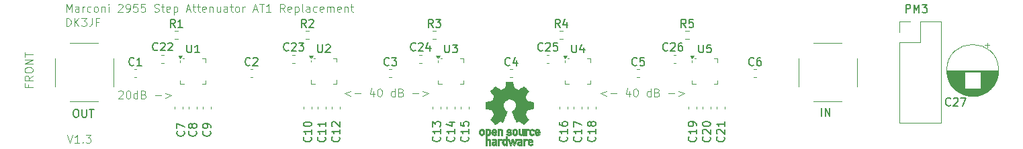
<source format=gbr>
%TF.GenerationSoftware,KiCad,Pcbnew,8.0.1*%
%TF.CreationDate,2024-05-04T10:24:18+02:00*%
%TF.ProjectId,Marconi_2955_Step_Attenuator,4d617263-6f6e-4695-9f32-3935355f5374,rev?*%
%TF.SameCoordinates,Original*%
%TF.FileFunction,Legend,Top*%
%TF.FilePolarity,Positive*%
%FSLAX46Y46*%
G04 Gerber Fmt 4.6, Leading zero omitted, Abs format (unit mm)*
G04 Created by KiCad (PCBNEW 8.0.1) date 2024-05-04 10:24:18*
%MOMM*%
%LPD*%
G01*
G04 APERTURE LIST*
%ADD10C,0.100000*%
%ADD11C,0.150000*%
%ADD12C,0.120000*%
%ADD13C,0.010000*%
G04 APERTURE END LIST*
D10*
X108873027Y-49164419D02*
X109206360Y-50164419D01*
X109206360Y-50164419D02*
X109539693Y-49164419D01*
X110396836Y-50164419D02*
X109825408Y-50164419D01*
X110111122Y-50164419D02*
X110111122Y-49164419D01*
X110111122Y-49164419D02*
X110015884Y-49307276D01*
X110015884Y-49307276D02*
X109920646Y-49402514D01*
X109920646Y-49402514D02*
X109825408Y-49450133D01*
X110825408Y-50069180D02*
X110873027Y-50116800D01*
X110873027Y-50116800D02*
X110825408Y-50164419D01*
X110825408Y-50164419D02*
X110777789Y-50116800D01*
X110777789Y-50116800D02*
X110825408Y-50069180D01*
X110825408Y-50069180D02*
X110825408Y-50164419D01*
X111206360Y-49164419D02*
X111825407Y-49164419D01*
X111825407Y-49164419D02*
X111492074Y-49545371D01*
X111492074Y-49545371D02*
X111634931Y-49545371D01*
X111634931Y-49545371D02*
X111730169Y-49592990D01*
X111730169Y-49592990D02*
X111777788Y-49640609D01*
X111777788Y-49640609D02*
X111825407Y-49735847D01*
X111825407Y-49735847D02*
X111825407Y-49973942D01*
X111825407Y-49973942D02*
X111777788Y-50069180D01*
X111777788Y-50069180D02*
X111730169Y-50116800D01*
X111730169Y-50116800D02*
X111634931Y-50164419D01*
X111634931Y-50164419D02*
X111349217Y-50164419D01*
X111349217Y-50164419D02*
X111253979Y-50116800D01*
X111253979Y-50116800D02*
X111206360Y-50069180D01*
X108761884Y-33654419D02*
X108761884Y-32654419D01*
X108761884Y-32654419D02*
X109095217Y-33368704D01*
X109095217Y-33368704D02*
X109428550Y-32654419D01*
X109428550Y-32654419D02*
X109428550Y-33654419D01*
X110333312Y-33654419D02*
X110333312Y-33130609D01*
X110333312Y-33130609D02*
X110285693Y-33035371D01*
X110285693Y-33035371D02*
X110190455Y-32987752D01*
X110190455Y-32987752D02*
X109999979Y-32987752D01*
X109999979Y-32987752D02*
X109904741Y-33035371D01*
X110333312Y-33606800D02*
X110238074Y-33654419D01*
X110238074Y-33654419D02*
X109999979Y-33654419D01*
X109999979Y-33654419D02*
X109904741Y-33606800D01*
X109904741Y-33606800D02*
X109857122Y-33511561D01*
X109857122Y-33511561D02*
X109857122Y-33416323D01*
X109857122Y-33416323D02*
X109904741Y-33321085D01*
X109904741Y-33321085D02*
X109999979Y-33273466D01*
X109999979Y-33273466D02*
X110238074Y-33273466D01*
X110238074Y-33273466D02*
X110333312Y-33225847D01*
X110809503Y-33654419D02*
X110809503Y-32987752D01*
X110809503Y-33178228D02*
X110857122Y-33082990D01*
X110857122Y-33082990D02*
X110904741Y-33035371D01*
X110904741Y-33035371D02*
X110999979Y-32987752D01*
X110999979Y-32987752D02*
X111095217Y-32987752D01*
X111857122Y-33606800D02*
X111761884Y-33654419D01*
X111761884Y-33654419D02*
X111571408Y-33654419D01*
X111571408Y-33654419D02*
X111476170Y-33606800D01*
X111476170Y-33606800D02*
X111428551Y-33559180D01*
X111428551Y-33559180D02*
X111380932Y-33463942D01*
X111380932Y-33463942D02*
X111380932Y-33178228D01*
X111380932Y-33178228D02*
X111428551Y-33082990D01*
X111428551Y-33082990D02*
X111476170Y-33035371D01*
X111476170Y-33035371D02*
X111571408Y-32987752D01*
X111571408Y-32987752D02*
X111761884Y-32987752D01*
X111761884Y-32987752D02*
X111857122Y-33035371D01*
X112428551Y-33654419D02*
X112333313Y-33606800D01*
X112333313Y-33606800D02*
X112285694Y-33559180D01*
X112285694Y-33559180D02*
X112238075Y-33463942D01*
X112238075Y-33463942D02*
X112238075Y-33178228D01*
X112238075Y-33178228D02*
X112285694Y-33082990D01*
X112285694Y-33082990D02*
X112333313Y-33035371D01*
X112333313Y-33035371D02*
X112428551Y-32987752D01*
X112428551Y-32987752D02*
X112571408Y-32987752D01*
X112571408Y-32987752D02*
X112666646Y-33035371D01*
X112666646Y-33035371D02*
X112714265Y-33082990D01*
X112714265Y-33082990D02*
X112761884Y-33178228D01*
X112761884Y-33178228D02*
X112761884Y-33463942D01*
X112761884Y-33463942D02*
X112714265Y-33559180D01*
X112714265Y-33559180D02*
X112666646Y-33606800D01*
X112666646Y-33606800D02*
X112571408Y-33654419D01*
X112571408Y-33654419D02*
X112428551Y-33654419D01*
X113190456Y-32987752D02*
X113190456Y-33654419D01*
X113190456Y-33082990D02*
X113238075Y-33035371D01*
X113238075Y-33035371D02*
X113333313Y-32987752D01*
X113333313Y-32987752D02*
X113476170Y-32987752D01*
X113476170Y-32987752D02*
X113571408Y-33035371D01*
X113571408Y-33035371D02*
X113619027Y-33130609D01*
X113619027Y-33130609D02*
X113619027Y-33654419D01*
X114095218Y-33654419D02*
X114095218Y-32987752D01*
X114095218Y-32654419D02*
X114047599Y-32702038D01*
X114047599Y-32702038D02*
X114095218Y-32749657D01*
X114095218Y-32749657D02*
X114142837Y-32702038D01*
X114142837Y-32702038D02*
X114095218Y-32654419D01*
X114095218Y-32654419D02*
X114095218Y-32749657D01*
X115285694Y-32749657D02*
X115333313Y-32702038D01*
X115333313Y-32702038D02*
X115428551Y-32654419D01*
X115428551Y-32654419D02*
X115666646Y-32654419D01*
X115666646Y-32654419D02*
X115761884Y-32702038D01*
X115761884Y-32702038D02*
X115809503Y-32749657D01*
X115809503Y-32749657D02*
X115857122Y-32844895D01*
X115857122Y-32844895D02*
X115857122Y-32940133D01*
X115857122Y-32940133D02*
X115809503Y-33082990D01*
X115809503Y-33082990D02*
X115238075Y-33654419D01*
X115238075Y-33654419D02*
X115857122Y-33654419D01*
X116333313Y-33654419D02*
X116523789Y-33654419D01*
X116523789Y-33654419D02*
X116619027Y-33606800D01*
X116619027Y-33606800D02*
X116666646Y-33559180D01*
X116666646Y-33559180D02*
X116761884Y-33416323D01*
X116761884Y-33416323D02*
X116809503Y-33225847D01*
X116809503Y-33225847D02*
X116809503Y-32844895D01*
X116809503Y-32844895D02*
X116761884Y-32749657D01*
X116761884Y-32749657D02*
X116714265Y-32702038D01*
X116714265Y-32702038D02*
X116619027Y-32654419D01*
X116619027Y-32654419D02*
X116428551Y-32654419D01*
X116428551Y-32654419D02*
X116333313Y-32702038D01*
X116333313Y-32702038D02*
X116285694Y-32749657D01*
X116285694Y-32749657D02*
X116238075Y-32844895D01*
X116238075Y-32844895D02*
X116238075Y-33082990D01*
X116238075Y-33082990D02*
X116285694Y-33178228D01*
X116285694Y-33178228D02*
X116333313Y-33225847D01*
X116333313Y-33225847D02*
X116428551Y-33273466D01*
X116428551Y-33273466D02*
X116619027Y-33273466D01*
X116619027Y-33273466D02*
X116714265Y-33225847D01*
X116714265Y-33225847D02*
X116761884Y-33178228D01*
X116761884Y-33178228D02*
X116809503Y-33082990D01*
X117714265Y-32654419D02*
X117238075Y-32654419D01*
X117238075Y-32654419D02*
X117190456Y-33130609D01*
X117190456Y-33130609D02*
X117238075Y-33082990D01*
X117238075Y-33082990D02*
X117333313Y-33035371D01*
X117333313Y-33035371D02*
X117571408Y-33035371D01*
X117571408Y-33035371D02*
X117666646Y-33082990D01*
X117666646Y-33082990D02*
X117714265Y-33130609D01*
X117714265Y-33130609D02*
X117761884Y-33225847D01*
X117761884Y-33225847D02*
X117761884Y-33463942D01*
X117761884Y-33463942D02*
X117714265Y-33559180D01*
X117714265Y-33559180D02*
X117666646Y-33606800D01*
X117666646Y-33606800D02*
X117571408Y-33654419D01*
X117571408Y-33654419D02*
X117333313Y-33654419D01*
X117333313Y-33654419D02*
X117238075Y-33606800D01*
X117238075Y-33606800D02*
X117190456Y-33559180D01*
X118666646Y-32654419D02*
X118190456Y-32654419D01*
X118190456Y-32654419D02*
X118142837Y-33130609D01*
X118142837Y-33130609D02*
X118190456Y-33082990D01*
X118190456Y-33082990D02*
X118285694Y-33035371D01*
X118285694Y-33035371D02*
X118523789Y-33035371D01*
X118523789Y-33035371D02*
X118619027Y-33082990D01*
X118619027Y-33082990D02*
X118666646Y-33130609D01*
X118666646Y-33130609D02*
X118714265Y-33225847D01*
X118714265Y-33225847D02*
X118714265Y-33463942D01*
X118714265Y-33463942D02*
X118666646Y-33559180D01*
X118666646Y-33559180D02*
X118619027Y-33606800D01*
X118619027Y-33606800D02*
X118523789Y-33654419D01*
X118523789Y-33654419D02*
X118285694Y-33654419D01*
X118285694Y-33654419D02*
X118190456Y-33606800D01*
X118190456Y-33606800D02*
X118142837Y-33559180D01*
X119857123Y-33606800D02*
X119999980Y-33654419D01*
X119999980Y-33654419D02*
X120238075Y-33654419D01*
X120238075Y-33654419D02*
X120333313Y-33606800D01*
X120333313Y-33606800D02*
X120380932Y-33559180D01*
X120380932Y-33559180D02*
X120428551Y-33463942D01*
X120428551Y-33463942D02*
X120428551Y-33368704D01*
X120428551Y-33368704D02*
X120380932Y-33273466D01*
X120380932Y-33273466D02*
X120333313Y-33225847D01*
X120333313Y-33225847D02*
X120238075Y-33178228D01*
X120238075Y-33178228D02*
X120047599Y-33130609D01*
X120047599Y-33130609D02*
X119952361Y-33082990D01*
X119952361Y-33082990D02*
X119904742Y-33035371D01*
X119904742Y-33035371D02*
X119857123Y-32940133D01*
X119857123Y-32940133D02*
X119857123Y-32844895D01*
X119857123Y-32844895D02*
X119904742Y-32749657D01*
X119904742Y-32749657D02*
X119952361Y-32702038D01*
X119952361Y-32702038D02*
X120047599Y-32654419D01*
X120047599Y-32654419D02*
X120285694Y-32654419D01*
X120285694Y-32654419D02*
X120428551Y-32702038D01*
X120714266Y-32987752D02*
X121095218Y-32987752D01*
X120857123Y-32654419D02*
X120857123Y-33511561D01*
X120857123Y-33511561D02*
X120904742Y-33606800D01*
X120904742Y-33606800D02*
X120999980Y-33654419D01*
X120999980Y-33654419D02*
X121095218Y-33654419D01*
X121809504Y-33606800D02*
X121714266Y-33654419D01*
X121714266Y-33654419D02*
X121523790Y-33654419D01*
X121523790Y-33654419D02*
X121428552Y-33606800D01*
X121428552Y-33606800D02*
X121380933Y-33511561D01*
X121380933Y-33511561D02*
X121380933Y-33130609D01*
X121380933Y-33130609D02*
X121428552Y-33035371D01*
X121428552Y-33035371D02*
X121523790Y-32987752D01*
X121523790Y-32987752D02*
X121714266Y-32987752D01*
X121714266Y-32987752D02*
X121809504Y-33035371D01*
X121809504Y-33035371D02*
X121857123Y-33130609D01*
X121857123Y-33130609D02*
X121857123Y-33225847D01*
X121857123Y-33225847D02*
X121380933Y-33321085D01*
X122285695Y-32987752D02*
X122285695Y-33987752D01*
X122285695Y-33035371D02*
X122380933Y-32987752D01*
X122380933Y-32987752D02*
X122571409Y-32987752D01*
X122571409Y-32987752D02*
X122666647Y-33035371D01*
X122666647Y-33035371D02*
X122714266Y-33082990D01*
X122714266Y-33082990D02*
X122761885Y-33178228D01*
X122761885Y-33178228D02*
X122761885Y-33463942D01*
X122761885Y-33463942D02*
X122714266Y-33559180D01*
X122714266Y-33559180D02*
X122666647Y-33606800D01*
X122666647Y-33606800D02*
X122571409Y-33654419D01*
X122571409Y-33654419D02*
X122380933Y-33654419D01*
X122380933Y-33654419D02*
X122285695Y-33606800D01*
X123904743Y-33368704D02*
X124380933Y-33368704D01*
X123809505Y-33654419D02*
X124142838Y-32654419D01*
X124142838Y-32654419D02*
X124476171Y-33654419D01*
X124666648Y-32987752D02*
X125047600Y-32987752D01*
X124809505Y-32654419D02*
X124809505Y-33511561D01*
X124809505Y-33511561D02*
X124857124Y-33606800D01*
X124857124Y-33606800D02*
X124952362Y-33654419D01*
X124952362Y-33654419D02*
X125047600Y-33654419D01*
X125238077Y-32987752D02*
X125619029Y-32987752D01*
X125380934Y-32654419D02*
X125380934Y-33511561D01*
X125380934Y-33511561D02*
X125428553Y-33606800D01*
X125428553Y-33606800D02*
X125523791Y-33654419D01*
X125523791Y-33654419D02*
X125619029Y-33654419D01*
X126333315Y-33606800D02*
X126238077Y-33654419D01*
X126238077Y-33654419D02*
X126047601Y-33654419D01*
X126047601Y-33654419D02*
X125952363Y-33606800D01*
X125952363Y-33606800D02*
X125904744Y-33511561D01*
X125904744Y-33511561D02*
X125904744Y-33130609D01*
X125904744Y-33130609D02*
X125952363Y-33035371D01*
X125952363Y-33035371D02*
X126047601Y-32987752D01*
X126047601Y-32987752D02*
X126238077Y-32987752D01*
X126238077Y-32987752D02*
X126333315Y-33035371D01*
X126333315Y-33035371D02*
X126380934Y-33130609D01*
X126380934Y-33130609D02*
X126380934Y-33225847D01*
X126380934Y-33225847D02*
X125904744Y-33321085D01*
X126809506Y-32987752D02*
X126809506Y-33654419D01*
X126809506Y-33082990D02*
X126857125Y-33035371D01*
X126857125Y-33035371D02*
X126952363Y-32987752D01*
X126952363Y-32987752D02*
X127095220Y-32987752D01*
X127095220Y-32987752D02*
X127190458Y-33035371D01*
X127190458Y-33035371D02*
X127238077Y-33130609D01*
X127238077Y-33130609D02*
X127238077Y-33654419D01*
X128142839Y-32987752D02*
X128142839Y-33654419D01*
X127714268Y-32987752D02*
X127714268Y-33511561D01*
X127714268Y-33511561D02*
X127761887Y-33606800D01*
X127761887Y-33606800D02*
X127857125Y-33654419D01*
X127857125Y-33654419D02*
X127999982Y-33654419D01*
X127999982Y-33654419D02*
X128095220Y-33606800D01*
X128095220Y-33606800D02*
X128142839Y-33559180D01*
X129047601Y-33654419D02*
X129047601Y-33130609D01*
X129047601Y-33130609D02*
X128999982Y-33035371D01*
X128999982Y-33035371D02*
X128904744Y-32987752D01*
X128904744Y-32987752D02*
X128714268Y-32987752D01*
X128714268Y-32987752D02*
X128619030Y-33035371D01*
X129047601Y-33606800D02*
X128952363Y-33654419D01*
X128952363Y-33654419D02*
X128714268Y-33654419D01*
X128714268Y-33654419D02*
X128619030Y-33606800D01*
X128619030Y-33606800D02*
X128571411Y-33511561D01*
X128571411Y-33511561D02*
X128571411Y-33416323D01*
X128571411Y-33416323D02*
X128619030Y-33321085D01*
X128619030Y-33321085D02*
X128714268Y-33273466D01*
X128714268Y-33273466D02*
X128952363Y-33273466D01*
X128952363Y-33273466D02*
X129047601Y-33225847D01*
X129380935Y-32987752D02*
X129761887Y-32987752D01*
X129523792Y-32654419D02*
X129523792Y-33511561D01*
X129523792Y-33511561D02*
X129571411Y-33606800D01*
X129571411Y-33606800D02*
X129666649Y-33654419D01*
X129666649Y-33654419D02*
X129761887Y-33654419D01*
X130238078Y-33654419D02*
X130142840Y-33606800D01*
X130142840Y-33606800D02*
X130095221Y-33559180D01*
X130095221Y-33559180D02*
X130047602Y-33463942D01*
X130047602Y-33463942D02*
X130047602Y-33178228D01*
X130047602Y-33178228D02*
X130095221Y-33082990D01*
X130095221Y-33082990D02*
X130142840Y-33035371D01*
X130142840Y-33035371D02*
X130238078Y-32987752D01*
X130238078Y-32987752D02*
X130380935Y-32987752D01*
X130380935Y-32987752D02*
X130476173Y-33035371D01*
X130476173Y-33035371D02*
X130523792Y-33082990D01*
X130523792Y-33082990D02*
X130571411Y-33178228D01*
X130571411Y-33178228D02*
X130571411Y-33463942D01*
X130571411Y-33463942D02*
X130523792Y-33559180D01*
X130523792Y-33559180D02*
X130476173Y-33606800D01*
X130476173Y-33606800D02*
X130380935Y-33654419D01*
X130380935Y-33654419D02*
X130238078Y-33654419D01*
X130999983Y-33654419D02*
X130999983Y-32987752D01*
X130999983Y-33178228D02*
X131047602Y-33082990D01*
X131047602Y-33082990D02*
X131095221Y-33035371D01*
X131095221Y-33035371D02*
X131190459Y-32987752D01*
X131190459Y-32987752D02*
X131285697Y-32987752D01*
X132333317Y-33368704D02*
X132809507Y-33368704D01*
X132238079Y-33654419D02*
X132571412Y-32654419D01*
X132571412Y-32654419D02*
X132904745Y-33654419D01*
X133095222Y-32654419D02*
X133666650Y-32654419D01*
X133380936Y-33654419D02*
X133380936Y-32654419D01*
X134523793Y-33654419D02*
X133952365Y-33654419D01*
X134238079Y-33654419D02*
X134238079Y-32654419D01*
X134238079Y-32654419D02*
X134142841Y-32797276D01*
X134142841Y-32797276D02*
X134047603Y-32892514D01*
X134047603Y-32892514D02*
X133952365Y-32940133D01*
X136285698Y-33654419D02*
X135952365Y-33178228D01*
X135714270Y-33654419D02*
X135714270Y-32654419D01*
X135714270Y-32654419D02*
X136095222Y-32654419D01*
X136095222Y-32654419D02*
X136190460Y-32702038D01*
X136190460Y-32702038D02*
X136238079Y-32749657D01*
X136238079Y-32749657D02*
X136285698Y-32844895D01*
X136285698Y-32844895D02*
X136285698Y-32987752D01*
X136285698Y-32987752D02*
X136238079Y-33082990D01*
X136238079Y-33082990D02*
X136190460Y-33130609D01*
X136190460Y-33130609D02*
X136095222Y-33178228D01*
X136095222Y-33178228D02*
X135714270Y-33178228D01*
X137095222Y-33606800D02*
X136999984Y-33654419D01*
X136999984Y-33654419D02*
X136809508Y-33654419D01*
X136809508Y-33654419D02*
X136714270Y-33606800D01*
X136714270Y-33606800D02*
X136666651Y-33511561D01*
X136666651Y-33511561D02*
X136666651Y-33130609D01*
X136666651Y-33130609D02*
X136714270Y-33035371D01*
X136714270Y-33035371D02*
X136809508Y-32987752D01*
X136809508Y-32987752D02*
X136999984Y-32987752D01*
X136999984Y-32987752D02*
X137095222Y-33035371D01*
X137095222Y-33035371D02*
X137142841Y-33130609D01*
X137142841Y-33130609D02*
X137142841Y-33225847D01*
X137142841Y-33225847D02*
X136666651Y-33321085D01*
X137571413Y-32987752D02*
X137571413Y-33987752D01*
X137571413Y-33035371D02*
X137666651Y-32987752D01*
X137666651Y-32987752D02*
X137857127Y-32987752D01*
X137857127Y-32987752D02*
X137952365Y-33035371D01*
X137952365Y-33035371D02*
X137999984Y-33082990D01*
X137999984Y-33082990D02*
X138047603Y-33178228D01*
X138047603Y-33178228D02*
X138047603Y-33463942D01*
X138047603Y-33463942D02*
X137999984Y-33559180D01*
X137999984Y-33559180D02*
X137952365Y-33606800D01*
X137952365Y-33606800D02*
X137857127Y-33654419D01*
X137857127Y-33654419D02*
X137666651Y-33654419D01*
X137666651Y-33654419D02*
X137571413Y-33606800D01*
X138619032Y-33654419D02*
X138523794Y-33606800D01*
X138523794Y-33606800D02*
X138476175Y-33511561D01*
X138476175Y-33511561D02*
X138476175Y-32654419D01*
X139428556Y-33654419D02*
X139428556Y-33130609D01*
X139428556Y-33130609D02*
X139380937Y-33035371D01*
X139380937Y-33035371D02*
X139285699Y-32987752D01*
X139285699Y-32987752D02*
X139095223Y-32987752D01*
X139095223Y-32987752D02*
X138999985Y-33035371D01*
X139428556Y-33606800D02*
X139333318Y-33654419D01*
X139333318Y-33654419D02*
X139095223Y-33654419D01*
X139095223Y-33654419D02*
X138999985Y-33606800D01*
X138999985Y-33606800D02*
X138952366Y-33511561D01*
X138952366Y-33511561D02*
X138952366Y-33416323D01*
X138952366Y-33416323D02*
X138999985Y-33321085D01*
X138999985Y-33321085D02*
X139095223Y-33273466D01*
X139095223Y-33273466D02*
X139333318Y-33273466D01*
X139333318Y-33273466D02*
X139428556Y-33225847D01*
X140333318Y-33606800D02*
X140238080Y-33654419D01*
X140238080Y-33654419D02*
X140047604Y-33654419D01*
X140047604Y-33654419D02*
X139952366Y-33606800D01*
X139952366Y-33606800D02*
X139904747Y-33559180D01*
X139904747Y-33559180D02*
X139857128Y-33463942D01*
X139857128Y-33463942D02*
X139857128Y-33178228D01*
X139857128Y-33178228D02*
X139904747Y-33082990D01*
X139904747Y-33082990D02*
X139952366Y-33035371D01*
X139952366Y-33035371D02*
X140047604Y-32987752D01*
X140047604Y-32987752D02*
X140238080Y-32987752D01*
X140238080Y-32987752D02*
X140333318Y-33035371D01*
X141142842Y-33606800D02*
X141047604Y-33654419D01*
X141047604Y-33654419D02*
X140857128Y-33654419D01*
X140857128Y-33654419D02*
X140761890Y-33606800D01*
X140761890Y-33606800D02*
X140714271Y-33511561D01*
X140714271Y-33511561D02*
X140714271Y-33130609D01*
X140714271Y-33130609D02*
X140761890Y-33035371D01*
X140761890Y-33035371D02*
X140857128Y-32987752D01*
X140857128Y-32987752D02*
X141047604Y-32987752D01*
X141047604Y-32987752D02*
X141142842Y-33035371D01*
X141142842Y-33035371D02*
X141190461Y-33130609D01*
X141190461Y-33130609D02*
X141190461Y-33225847D01*
X141190461Y-33225847D02*
X140714271Y-33321085D01*
X141619033Y-33654419D02*
X141619033Y-32987752D01*
X141619033Y-33082990D02*
X141666652Y-33035371D01*
X141666652Y-33035371D02*
X141761890Y-32987752D01*
X141761890Y-32987752D02*
X141904747Y-32987752D01*
X141904747Y-32987752D02*
X141999985Y-33035371D01*
X141999985Y-33035371D02*
X142047604Y-33130609D01*
X142047604Y-33130609D02*
X142047604Y-33654419D01*
X142047604Y-33130609D02*
X142095223Y-33035371D01*
X142095223Y-33035371D02*
X142190461Y-32987752D01*
X142190461Y-32987752D02*
X142333318Y-32987752D01*
X142333318Y-32987752D02*
X142428557Y-33035371D01*
X142428557Y-33035371D02*
X142476176Y-33130609D01*
X142476176Y-33130609D02*
X142476176Y-33654419D01*
X143333318Y-33606800D02*
X143238080Y-33654419D01*
X143238080Y-33654419D02*
X143047604Y-33654419D01*
X143047604Y-33654419D02*
X142952366Y-33606800D01*
X142952366Y-33606800D02*
X142904747Y-33511561D01*
X142904747Y-33511561D02*
X142904747Y-33130609D01*
X142904747Y-33130609D02*
X142952366Y-33035371D01*
X142952366Y-33035371D02*
X143047604Y-32987752D01*
X143047604Y-32987752D02*
X143238080Y-32987752D01*
X143238080Y-32987752D02*
X143333318Y-33035371D01*
X143333318Y-33035371D02*
X143380937Y-33130609D01*
X143380937Y-33130609D02*
X143380937Y-33225847D01*
X143380937Y-33225847D02*
X142904747Y-33321085D01*
X143809509Y-32987752D02*
X143809509Y-33654419D01*
X143809509Y-33082990D02*
X143857128Y-33035371D01*
X143857128Y-33035371D02*
X143952366Y-32987752D01*
X143952366Y-32987752D02*
X144095223Y-32987752D01*
X144095223Y-32987752D02*
X144190461Y-33035371D01*
X144190461Y-33035371D02*
X144238080Y-33130609D01*
X144238080Y-33130609D02*
X144238080Y-33654419D01*
X144571414Y-32987752D02*
X144952366Y-32987752D01*
X144714271Y-32654419D02*
X144714271Y-33511561D01*
X144714271Y-33511561D02*
X144761890Y-33606800D01*
X144761890Y-33606800D02*
X144857128Y-33654419D01*
X144857128Y-33654419D02*
X144952366Y-33654419D01*
X103996609Y-42796782D02*
X103996609Y-43130115D01*
X104520419Y-43130115D02*
X103520419Y-43130115D01*
X103520419Y-43130115D02*
X103520419Y-42653925D01*
X104520419Y-41701544D02*
X104044228Y-42034877D01*
X104520419Y-42272972D02*
X103520419Y-42272972D01*
X103520419Y-42272972D02*
X103520419Y-41892020D01*
X103520419Y-41892020D02*
X103568038Y-41796782D01*
X103568038Y-41796782D02*
X103615657Y-41749163D01*
X103615657Y-41749163D02*
X103710895Y-41701544D01*
X103710895Y-41701544D02*
X103853752Y-41701544D01*
X103853752Y-41701544D02*
X103948990Y-41749163D01*
X103948990Y-41749163D02*
X103996609Y-41796782D01*
X103996609Y-41796782D02*
X104044228Y-41892020D01*
X104044228Y-41892020D02*
X104044228Y-42272972D01*
X103520419Y-41082496D02*
X103520419Y-40892020D01*
X103520419Y-40892020D02*
X103568038Y-40796782D01*
X103568038Y-40796782D02*
X103663276Y-40701544D01*
X103663276Y-40701544D02*
X103853752Y-40653925D01*
X103853752Y-40653925D02*
X104187085Y-40653925D01*
X104187085Y-40653925D02*
X104377561Y-40701544D01*
X104377561Y-40701544D02*
X104472800Y-40796782D01*
X104472800Y-40796782D02*
X104520419Y-40892020D01*
X104520419Y-40892020D02*
X104520419Y-41082496D01*
X104520419Y-41082496D02*
X104472800Y-41177734D01*
X104472800Y-41177734D02*
X104377561Y-41272972D01*
X104377561Y-41272972D02*
X104187085Y-41320591D01*
X104187085Y-41320591D02*
X103853752Y-41320591D01*
X103853752Y-41320591D02*
X103663276Y-41272972D01*
X103663276Y-41272972D02*
X103568038Y-41177734D01*
X103568038Y-41177734D02*
X103520419Y-41082496D01*
X104520419Y-40225353D02*
X103520419Y-40225353D01*
X103520419Y-40225353D02*
X104520419Y-39653925D01*
X104520419Y-39653925D02*
X103520419Y-39653925D01*
X103520419Y-39320591D02*
X103520419Y-38749163D01*
X104520419Y-39034877D02*
X103520419Y-39034877D01*
X144585789Y-43655752D02*
X143823884Y-43941466D01*
X143823884Y-43941466D02*
X144585789Y-44227180D01*
X145061979Y-43941466D02*
X145823884Y-43941466D01*
X147490550Y-43655752D02*
X147490550Y-44322419D01*
X147252455Y-43274800D02*
X147014360Y-43989085D01*
X147014360Y-43989085D02*
X147633407Y-43989085D01*
X148204836Y-43322419D02*
X148300074Y-43322419D01*
X148300074Y-43322419D02*
X148395312Y-43370038D01*
X148395312Y-43370038D02*
X148442931Y-43417657D01*
X148442931Y-43417657D02*
X148490550Y-43512895D01*
X148490550Y-43512895D02*
X148538169Y-43703371D01*
X148538169Y-43703371D02*
X148538169Y-43941466D01*
X148538169Y-43941466D02*
X148490550Y-44131942D01*
X148490550Y-44131942D02*
X148442931Y-44227180D01*
X148442931Y-44227180D02*
X148395312Y-44274800D01*
X148395312Y-44274800D02*
X148300074Y-44322419D01*
X148300074Y-44322419D02*
X148204836Y-44322419D01*
X148204836Y-44322419D02*
X148109598Y-44274800D01*
X148109598Y-44274800D02*
X148061979Y-44227180D01*
X148061979Y-44227180D02*
X148014360Y-44131942D01*
X148014360Y-44131942D02*
X147966741Y-43941466D01*
X147966741Y-43941466D02*
X147966741Y-43703371D01*
X147966741Y-43703371D02*
X148014360Y-43512895D01*
X148014360Y-43512895D02*
X148061979Y-43417657D01*
X148061979Y-43417657D02*
X148109598Y-43370038D01*
X148109598Y-43370038D02*
X148204836Y-43322419D01*
X150157217Y-44322419D02*
X150157217Y-43322419D01*
X150157217Y-44274800D02*
X150061979Y-44322419D01*
X150061979Y-44322419D02*
X149871503Y-44322419D01*
X149871503Y-44322419D02*
X149776265Y-44274800D01*
X149776265Y-44274800D02*
X149728646Y-44227180D01*
X149728646Y-44227180D02*
X149681027Y-44131942D01*
X149681027Y-44131942D02*
X149681027Y-43846228D01*
X149681027Y-43846228D02*
X149728646Y-43750990D01*
X149728646Y-43750990D02*
X149776265Y-43703371D01*
X149776265Y-43703371D02*
X149871503Y-43655752D01*
X149871503Y-43655752D02*
X150061979Y-43655752D01*
X150061979Y-43655752D02*
X150157217Y-43703371D01*
X150966741Y-43798609D02*
X151109598Y-43846228D01*
X151109598Y-43846228D02*
X151157217Y-43893847D01*
X151157217Y-43893847D02*
X151204836Y-43989085D01*
X151204836Y-43989085D02*
X151204836Y-44131942D01*
X151204836Y-44131942D02*
X151157217Y-44227180D01*
X151157217Y-44227180D02*
X151109598Y-44274800D01*
X151109598Y-44274800D02*
X151014360Y-44322419D01*
X151014360Y-44322419D02*
X150633408Y-44322419D01*
X150633408Y-44322419D02*
X150633408Y-43322419D01*
X150633408Y-43322419D02*
X150966741Y-43322419D01*
X150966741Y-43322419D02*
X151061979Y-43370038D01*
X151061979Y-43370038D02*
X151109598Y-43417657D01*
X151109598Y-43417657D02*
X151157217Y-43512895D01*
X151157217Y-43512895D02*
X151157217Y-43608133D01*
X151157217Y-43608133D02*
X151109598Y-43703371D01*
X151109598Y-43703371D02*
X151061979Y-43750990D01*
X151061979Y-43750990D02*
X150966741Y-43798609D01*
X150966741Y-43798609D02*
X150633408Y-43798609D01*
X152395313Y-43941466D02*
X153157218Y-43941466D01*
X153633408Y-43655752D02*
X154395313Y-43941466D01*
X154395313Y-43941466D02*
X153633408Y-44227180D01*
X108761884Y-35432419D02*
X108761884Y-34432419D01*
X108761884Y-34432419D02*
X108999979Y-34432419D01*
X108999979Y-34432419D02*
X109142836Y-34480038D01*
X109142836Y-34480038D02*
X109238074Y-34575276D01*
X109238074Y-34575276D02*
X109285693Y-34670514D01*
X109285693Y-34670514D02*
X109333312Y-34860990D01*
X109333312Y-34860990D02*
X109333312Y-35003847D01*
X109333312Y-35003847D02*
X109285693Y-35194323D01*
X109285693Y-35194323D02*
X109238074Y-35289561D01*
X109238074Y-35289561D02*
X109142836Y-35384800D01*
X109142836Y-35384800D02*
X108999979Y-35432419D01*
X108999979Y-35432419D02*
X108761884Y-35432419D01*
X109761884Y-35432419D02*
X109761884Y-34432419D01*
X110333312Y-35432419D02*
X109904741Y-34860990D01*
X110333312Y-34432419D02*
X109761884Y-35003847D01*
X110666646Y-34432419D02*
X111285693Y-34432419D01*
X111285693Y-34432419D02*
X110952360Y-34813371D01*
X110952360Y-34813371D02*
X111095217Y-34813371D01*
X111095217Y-34813371D02*
X111190455Y-34860990D01*
X111190455Y-34860990D02*
X111238074Y-34908609D01*
X111238074Y-34908609D02*
X111285693Y-35003847D01*
X111285693Y-35003847D02*
X111285693Y-35241942D01*
X111285693Y-35241942D02*
X111238074Y-35337180D01*
X111238074Y-35337180D02*
X111190455Y-35384800D01*
X111190455Y-35384800D02*
X111095217Y-35432419D01*
X111095217Y-35432419D02*
X110809503Y-35432419D01*
X110809503Y-35432419D02*
X110714265Y-35384800D01*
X110714265Y-35384800D02*
X110666646Y-35337180D01*
X111999979Y-34432419D02*
X111999979Y-35146704D01*
X111999979Y-35146704D02*
X111952360Y-35289561D01*
X111952360Y-35289561D02*
X111857122Y-35384800D01*
X111857122Y-35384800D02*
X111714265Y-35432419D01*
X111714265Y-35432419D02*
X111619027Y-35432419D01*
X112809503Y-34908609D02*
X112476170Y-34908609D01*
X112476170Y-35432419D02*
X112476170Y-34432419D01*
X112476170Y-34432419D02*
X112952360Y-34432419D01*
X176843789Y-43655752D02*
X176081884Y-43941466D01*
X176081884Y-43941466D02*
X176843789Y-44227180D01*
X177319979Y-43941466D02*
X178081884Y-43941466D01*
X179748550Y-43655752D02*
X179748550Y-44322419D01*
X179510455Y-43274800D02*
X179272360Y-43989085D01*
X179272360Y-43989085D02*
X179891407Y-43989085D01*
X180462836Y-43322419D02*
X180558074Y-43322419D01*
X180558074Y-43322419D02*
X180653312Y-43370038D01*
X180653312Y-43370038D02*
X180700931Y-43417657D01*
X180700931Y-43417657D02*
X180748550Y-43512895D01*
X180748550Y-43512895D02*
X180796169Y-43703371D01*
X180796169Y-43703371D02*
X180796169Y-43941466D01*
X180796169Y-43941466D02*
X180748550Y-44131942D01*
X180748550Y-44131942D02*
X180700931Y-44227180D01*
X180700931Y-44227180D02*
X180653312Y-44274800D01*
X180653312Y-44274800D02*
X180558074Y-44322419D01*
X180558074Y-44322419D02*
X180462836Y-44322419D01*
X180462836Y-44322419D02*
X180367598Y-44274800D01*
X180367598Y-44274800D02*
X180319979Y-44227180D01*
X180319979Y-44227180D02*
X180272360Y-44131942D01*
X180272360Y-44131942D02*
X180224741Y-43941466D01*
X180224741Y-43941466D02*
X180224741Y-43703371D01*
X180224741Y-43703371D02*
X180272360Y-43512895D01*
X180272360Y-43512895D02*
X180319979Y-43417657D01*
X180319979Y-43417657D02*
X180367598Y-43370038D01*
X180367598Y-43370038D02*
X180462836Y-43322419D01*
X182415217Y-44322419D02*
X182415217Y-43322419D01*
X182415217Y-44274800D02*
X182319979Y-44322419D01*
X182319979Y-44322419D02*
X182129503Y-44322419D01*
X182129503Y-44322419D02*
X182034265Y-44274800D01*
X182034265Y-44274800D02*
X181986646Y-44227180D01*
X181986646Y-44227180D02*
X181939027Y-44131942D01*
X181939027Y-44131942D02*
X181939027Y-43846228D01*
X181939027Y-43846228D02*
X181986646Y-43750990D01*
X181986646Y-43750990D02*
X182034265Y-43703371D01*
X182034265Y-43703371D02*
X182129503Y-43655752D01*
X182129503Y-43655752D02*
X182319979Y-43655752D01*
X182319979Y-43655752D02*
X182415217Y-43703371D01*
X183224741Y-43798609D02*
X183367598Y-43846228D01*
X183367598Y-43846228D02*
X183415217Y-43893847D01*
X183415217Y-43893847D02*
X183462836Y-43989085D01*
X183462836Y-43989085D02*
X183462836Y-44131942D01*
X183462836Y-44131942D02*
X183415217Y-44227180D01*
X183415217Y-44227180D02*
X183367598Y-44274800D01*
X183367598Y-44274800D02*
X183272360Y-44322419D01*
X183272360Y-44322419D02*
X182891408Y-44322419D01*
X182891408Y-44322419D02*
X182891408Y-43322419D01*
X182891408Y-43322419D02*
X183224741Y-43322419D01*
X183224741Y-43322419D02*
X183319979Y-43370038D01*
X183319979Y-43370038D02*
X183367598Y-43417657D01*
X183367598Y-43417657D02*
X183415217Y-43512895D01*
X183415217Y-43512895D02*
X183415217Y-43608133D01*
X183415217Y-43608133D02*
X183367598Y-43703371D01*
X183367598Y-43703371D02*
X183319979Y-43750990D01*
X183319979Y-43750990D02*
X183224741Y-43798609D01*
X183224741Y-43798609D02*
X182891408Y-43798609D01*
X184653313Y-43941466D02*
X185415218Y-43941466D01*
X185891408Y-43655752D02*
X186653313Y-43941466D01*
X186653313Y-43941466D02*
X185891408Y-44227180D01*
X115328265Y-43671657D02*
X115375884Y-43624038D01*
X115375884Y-43624038D02*
X115471122Y-43576419D01*
X115471122Y-43576419D02*
X115709217Y-43576419D01*
X115709217Y-43576419D02*
X115804455Y-43624038D01*
X115804455Y-43624038D02*
X115852074Y-43671657D01*
X115852074Y-43671657D02*
X115899693Y-43766895D01*
X115899693Y-43766895D02*
X115899693Y-43862133D01*
X115899693Y-43862133D02*
X115852074Y-44004990D01*
X115852074Y-44004990D02*
X115280646Y-44576419D01*
X115280646Y-44576419D02*
X115899693Y-44576419D01*
X116518741Y-43576419D02*
X116613979Y-43576419D01*
X116613979Y-43576419D02*
X116709217Y-43624038D01*
X116709217Y-43624038D02*
X116756836Y-43671657D01*
X116756836Y-43671657D02*
X116804455Y-43766895D01*
X116804455Y-43766895D02*
X116852074Y-43957371D01*
X116852074Y-43957371D02*
X116852074Y-44195466D01*
X116852074Y-44195466D02*
X116804455Y-44385942D01*
X116804455Y-44385942D02*
X116756836Y-44481180D01*
X116756836Y-44481180D02*
X116709217Y-44528800D01*
X116709217Y-44528800D02*
X116613979Y-44576419D01*
X116613979Y-44576419D02*
X116518741Y-44576419D01*
X116518741Y-44576419D02*
X116423503Y-44528800D01*
X116423503Y-44528800D02*
X116375884Y-44481180D01*
X116375884Y-44481180D02*
X116328265Y-44385942D01*
X116328265Y-44385942D02*
X116280646Y-44195466D01*
X116280646Y-44195466D02*
X116280646Y-43957371D01*
X116280646Y-43957371D02*
X116328265Y-43766895D01*
X116328265Y-43766895D02*
X116375884Y-43671657D01*
X116375884Y-43671657D02*
X116423503Y-43624038D01*
X116423503Y-43624038D02*
X116518741Y-43576419D01*
X117709217Y-44576419D02*
X117709217Y-43576419D01*
X117709217Y-44528800D02*
X117613979Y-44576419D01*
X117613979Y-44576419D02*
X117423503Y-44576419D01*
X117423503Y-44576419D02*
X117328265Y-44528800D01*
X117328265Y-44528800D02*
X117280646Y-44481180D01*
X117280646Y-44481180D02*
X117233027Y-44385942D01*
X117233027Y-44385942D02*
X117233027Y-44100228D01*
X117233027Y-44100228D02*
X117280646Y-44004990D01*
X117280646Y-44004990D02*
X117328265Y-43957371D01*
X117328265Y-43957371D02*
X117423503Y-43909752D01*
X117423503Y-43909752D02*
X117613979Y-43909752D01*
X117613979Y-43909752D02*
X117709217Y-43957371D01*
X118518741Y-44052609D02*
X118661598Y-44100228D01*
X118661598Y-44100228D02*
X118709217Y-44147847D01*
X118709217Y-44147847D02*
X118756836Y-44243085D01*
X118756836Y-44243085D02*
X118756836Y-44385942D01*
X118756836Y-44385942D02*
X118709217Y-44481180D01*
X118709217Y-44481180D02*
X118661598Y-44528800D01*
X118661598Y-44528800D02*
X118566360Y-44576419D01*
X118566360Y-44576419D02*
X118185408Y-44576419D01*
X118185408Y-44576419D02*
X118185408Y-43576419D01*
X118185408Y-43576419D02*
X118518741Y-43576419D01*
X118518741Y-43576419D02*
X118613979Y-43624038D01*
X118613979Y-43624038D02*
X118661598Y-43671657D01*
X118661598Y-43671657D02*
X118709217Y-43766895D01*
X118709217Y-43766895D02*
X118709217Y-43862133D01*
X118709217Y-43862133D02*
X118661598Y-43957371D01*
X118661598Y-43957371D02*
X118613979Y-44004990D01*
X118613979Y-44004990D02*
X118518741Y-44052609D01*
X118518741Y-44052609D02*
X118185408Y-44052609D01*
X119947313Y-44195466D02*
X120709218Y-44195466D01*
X121185408Y-43909752D02*
X121947313Y-44195466D01*
X121947313Y-44195466D02*
X121185408Y-44481180D01*
D11*
X154974333Y-35600819D02*
X154641000Y-35124628D01*
X154402905Y-35600819D02*
X154402905Y-34600819D01*
X154402905Y-34600819D02*
X154783857Y-34600819D01*
X154783857Y-34600819D02*
X154879095Y-34648438D01*
X154879095Y-34648438D02*
X154926714Y-34696057D01*
X154926714Y-34696057D02*
X154974333Y-34791295D01*
X154974333Y-34791295D02*
X154974333Y-34934152D01*
X154974333Y-34934152D02*
X154926714Y-35029390D01*
X154926714Y-35029390D02*
X154879095Y-35077009D01*
X154879095Y-35077009D02*
X154783857Y-35124628D01*
X154783857Y-35124628D02*
X154402905Y-35124628D01*
X155307667Y-34600819D02*
X155926714Y-34600819D01*
X155926714Y-34600819D02*
X155593381Y-34981771D01*
X155593381Y-34981771D02*
X155736238Y-34981771D01*
X155736238Y-34981771D02*
X155831476Y-35029390D01*
X155831476Y-35029390D02*
X155879095Y-35077009D01*
X155879095Y-35077009D02*
X155926714Y-35172247D01*
X155926714Y-35172247D02*
X155926714Y-35410342D01*
X155926714Y-35410342D02*
X155879095Y-35505580D01*
X155879095Y-35505580D02*
X155831476Y-35553200D01*
X155831476Y-35553200D02*
X155736238Y-35600819D01*
X155736238Y-35600819D02*
X155450524Y-35600819D01*
X155450524Y-35600819D02*
X155355286Y-35553200D01*
X155355286Y-35553200D02*
X155307667Y-35505580D01*
X186850333Y-35600819D02*
X186517000Y-35124628D01*
X186278905Y-35600819D02*
X186278905Y-34600819D01*
X186278905Y-34600819D02*
X186659857Y-34600819D01*
X186659857Y-34600819D02*
X186755095Y-34648438D01*
X186755095Y-34648438D02*
X186802714Y-34696057D01*
X186802714Y-34696057D02*
X186850333Y-34791295D01*
X186850333Y-34791295D02*
X186850333Y-34934152D01*
X186850333Y-34934152D02*
X186802714Y-35029390D01*
X186802714Y-35029390D02*
X186755095Y-35077009D01*
X186755095Y-35077009D02*
X186659857Y-35124628D01*
X186659857Y-35124628D02*
X186278905Y-35124628D01*
X187755095Y-34600819D02*
X187278905Y-34600819D01*
X187278905Y-34600819D02*
X187231286Y-35077009D01*
X187231286Y-35077009D02*
X187278905Y-35029390D01*
X187278905Y-35029390D02*
X187374143Y-34981771D01*
X187374143Y-34981771D02*
X187612238Y-34981771D01*
X187612238Y-34981771D02*
X187707476Y-35029390D01*
X187707476Y-35029390D02*
X187755095Y-35077009D01*
X187755095Y-35077009D02*
X187802714Y-35172247D01*
X187802714Y-35172247D02*
X187802714Y-35410342D01*
X187802714Y-35410342D02*
X187755095Y-35505580D01*
X187755095Y-35505580D02*
X187707476Y-35553200D01*
X187707476Y-35553200D02*
X187612238Y-35600819D01*
X187612238Y-35600819D02*
X187374143Y-35600819D01*
X187374143Y-35600819D02*
X187278905Y-35553200D01*
X187278905Y-35553200D02*
X187231286Y-35505580D01*
X136768142Y-38459580D02*
X136720523Y-38507200D01*
X136720523Y-38507200D02*
X136577666Y-38554819D01*
X136577666Y-38554819D02*
X136482428Y-38554819D01*
X136482428Y-38554819D02*
X136339571Y-38507200D01*
X136339571Y-38507200D02*
X136244333Y-38411961D01*
X136244333Y-38411961D02*
X136196714Y-38316723D01*
X136196714Y-38316723D02*
X136149095Y-38126247D01*
X136149095Y-38126247D02*
X136149095Y-37983390D01*
X136149095Y-37983390D02*
X136196714Y-37792914D01*
X136196714Y-37792914D02*
X136244333Y-37697676D01*
X136244333Y-37697676D02*
X136339571Y-37602438D01*
X136339571Y-37602438D02*
X136482428Y-37554819D01*
X136482428Y-37554819D02*
X136577666Y-37554819D01*
X136577666Y-37554819D02*
X136720523Y-37602438D01*
X136720523Y-37602438D02*
X136768142Y-37650057D01*
X137149095Y-37650057D02*
X137196714Y-37602438D01*
X137196714Y-37602438D02*
X137291952Y-37554819D01*
X137291952Y-37554819D02*
X137530047Y-37554819D01*
X137530047Y-37554819D02*
X137625285Y-37602438D01*
X137625285Y-37602438D02*
X137672904Y-37650057D01*
X137672904Y-37650057D02*
X137720523Y-37745295D01*
X137720523Y-37745295D02*
X137720523Y-37840533D01*
X137720523Y-37840533D02*
X137672904Y-37983390D01*
X137672904Y-37983390D02*
X137101476Y-38554819D01*
X137101476Y-38554819D02*
X137720523Y-38554819D01*
X138053857Y-37554819D02*
X138672904Y-37554819D01*
X138672904Y-37554819D02*
X138339571Y-37935771D01*
X138339571Y-37935771D02*
X138482428Y-37935771D01*
X138482428Y-37935771D02*
X138577666Y-37983390D01*
X138577666Y-37983390D02*
X138625285Y-38031009D01*
X138625285Y-38031009D02*
X138672904Y-38126247D01*
X138672904Y-38126247D02*
X138672904Y-38364342D01*
X138672904Y-38364342D02*
X138625285Y-38459580D01*
X138625285Y-38459580D02*
X138577666Y-38507200D01*
X138577666Y-38507200D02*
X138482428Y-38554819D01*
X138482428Y-38554819D02*
X138196714Y-38554819D01*
X138196714Y-38554819D02*
X138101476Y-38507200D01*
X138101476Y-38507200D02*
X138053857Y-38459580D01*
X143117580Y-49410857D02*
X143165200Y-49458476D01*
X143165200Y-49458476D02*
X143212819Y-49601333D01*
X143212819Y-49601333D02*
X143212819Y-49696571D01*
X143212819Y-49696571D02*
X143165200Y-49839428D01*
X143165200Y-49839428D02*
X143069961Y-49934666D01*
X143069961Y-49934666D02*
X142974723Y-49982285D01*
X142974723Y-49982285D02*
X142784247Y-50029904D01*
X142784247Y-50029904D02*
X142641390Y-50029904D01*
X142641390Y-50029904D02*
X142450914Y-49982285D01*
X142450914Y-49982285D02*
X142355676Y-49934666D01*
X142355676Y-49934666D02*
X142260438Y-49839428D01*
X142260438Y-49839428D02*
X142212819Y-49696571D01*
X142212819Y-49696571D02*
X142212819Y-49601333D01*
X142212819Y-49601333D02*
X142260438Y-49458476D01*
X142260438Y-49458476D02*
X142308057Y-49410857D01*
X143212819Y-48458476D02*
X143212819Y-49029904D01*
X143212819Y-48744190D02*
X142212819Y-48744190D01*
X142212819Y-48744190D02*
X142355676Y-48839428D01*
X142355676Y-48839428D02*
X142450914Y-48934666D01*
X142450914Y-48934666D02*
X142498533Y-49029904D01*
X142308057Y-48077523D02*
X142260438Y-48029904D01*
X142260438Y-48029904D02*
X142212819Y-47934666D01*
X142212819Y-47934666D02*
X142212819Y-47696571D01*
X142212819Y-47696571D02*
X142260438Y-47601333D01*
X142260438Y-47601333D02*
X142308057Y-47553714D01*
X142308057Y-47553714D02*
X142403295Y-47506095D01*
X142403295Y-47506095D02*
X142498533Y-47506095D01*
X142498533Y-47506095D02*
X142641390Y-47553714D01*
X142641390Y-47553714D02*
X143212819Y-48125142D01*
X143212819Y-48125142D02*
X143212819Y-47506095D01*
X159373580Y-49397857D02*
X159421200Y-49445476D01*
X159421200Y-49445476D02*
X159468819Y-49588333D01*
X159468819Y-49588333D02*
X159468819Y-49683571D01*
X159468819Y-49683571D02*
X159421200Y-49826428D01*
X159421200Y-49826428D02*
X159325961Y-49921666D01*
X159325961Y-49921666D02*
X159230723Y-49969285D01*
X159230723Y-49969285D02*
X159040247Y-50016904D01*
X159040247Y-50016904D02*
X158897390Y-50016904D01*
X158897390Y-50016904D02*
X158706914Y-49969285D01*
X158706914Y-49969285D02*
X158611676Y-49921666D01*
X158611676Y-49921666D02*
X158516438Y-49826428D01*
X158516438Y-49826428D02*
X158468819Y-49683571D01*
X158468819Y-49683571D02*
X158468819Y-49588333D01*
X158468819Y-49588333D02*
X158516438Y-49445476D01*
X158516438Y-49445476D02*
X158564057Y-49397857D01*
X159468819Y-48445476D02*
X159468819Y-49016904D01*
X159468819Y-48731190D02*
X158468819Y-48731190D01*
X158468819Y-48731190D02*
X158611676Y-48826428D01*
X158611676Y-48826428D02*
X158706914Y-48921666D01*
X158706914Y-48921666D02*
X158754533Y-49016904D01*
X158468819Y-47540714D02*
X158468819Y-48016904D01*
X158468819Y-48016904D02*
X158945009Y-48064523D01*
X158945009Y-48064523D02*
X158897390Y-48016904D01*
X158897390Y-48016904D02*
X158849771Y-47921666D01*
X158849771Y-47921666D02*
X158849771Y-47683571D01*
X158849771Y-47683571D02*
X158897390Y-47588333D01*
X158897390Y-47588333D02*
X158945009Y-47540714D01*
X158945009Y-47540714D02*
X159040247Y-47493095D01*
X159040247Y-47493095D02*
X159278342Y-47493095D01*
X159278342Y-47493095D02*
X159373580Y-47540714D01*
X159373580Y-47540714D02*
X159421200Y-47588333D01*
X159421200Y-47588333D02*
X159468819Y-47683571D01*
X159468819Y-47683571D02*
X159468819Y-47921666D01*
X159468819Y-47921666D02*
X159421200Y-48016904D01*
X159421200Y-48016904D02*
X159373580Y-48064523D01*
X140460095Y-37769819D02*
X140460095Y-38579342D01*
X140460095Y-38579342D02*
X140507714Y-38674580D01*
X140507714Y-38674580D02*
X140555333Y-38722200D01*
X140555333Y-38722200D02*
X140650571Y-38769819D01*
X140650571Y-38769819D02*
X140841047Y-38769819D01*
X140841047Y-38769819D02*
X140936285Y-38722200D01*
X140936285Y-38722200D02*
X140983904Y-38674580D01*
X140983904Y-38674580D02*
X141031523Y-38579342D01*
X141031523Y-38579342D02*
X141031523Y-37769819D01*
X141460095Y-37865057D02*
X141507714Y-37817438D01*
X141507714Y-37817438D02*
X141602952Y-37769819D01*
X141602952Y-37769819D02*
X141841047Y-37769819D01*
X141841047Y-37769819D02*
X141936285Y-37817438D01*
X141936285Y-37817438D02*
X141983904Y-37865057D01*
X141983904Y-37865057D02*
X142031523Y-37960295D01*
X142031523Y-37960295D02*
X142031523Y-38055533D01*
X142031523Y-38055533D02*
X141983904Y-38198390D01*
X141983904Y-38198390D02*
X141412476Y-38769819D01*
X141412476Y-38769819D02*
X142031523Y-38769819D01*
X191631580Y-49410857D02*
X191679200Y-49458476D01*
X191679200Y-49458476D02*
X191726819Y-49601333D01*
X191726819Y-49601333D02*
X191726819Y-49696571D01*
X191726819Y-49696571D02*
X191679200Y-49839428D01*
X191679200Y-49839428D02*
X191583961Y-49934666D01*
X191583961Y-49934666D02*
X191488723Y-49982285D01*
X191488723Y-49982285D02*
X191298247Y-50029904D01*
X191298247Y-50029904D02*
X191155390Y-50029904D01*
X191155390Y-50029904D02*
X190964914Y-49982285D01*
X190964914Y-49982285D02*
X190869676Y-49934666D01*
X190869676Y-49934666D02*
X190774438Y-49839428D01*
X190774438Y-49839428D02*
X190726819Y-49696571D01*
X190726819Y-49696571D02*
X190726819Y-49601333D01*
X190726819Y-49601333D02*
X190774438Y-49458476D01*
X190774438Y-49458476D02*
X190822057Y-49410857D01*
X190822057Y-49029904D02*
X190774438Y-48982285D01*
X190774438Y-48982285D02*
X190726819Y-48887047D01*
X190726819Y-48887047D02*
X190726819Y-48648952D01*
X190726819Y-48648952D02*
X190774438Y-48553714D01*
X190774438Y-48553714D02*
X190822057Y-48506095D01*
X190822057Y-48506095D02*
X190917295Y-48458476D01*
X190917295Y-48458476D02*
X191012533Y-48458476D01*
X191012533Y-48458476D02*
X191155390Y-48506095D01*
X191155390Y-48506095D02*
X191726819Y-49077523D01*
X191726819Y-49077523D02*
X191726819Y-48458476D01*
X191726819Y-47506095D02*
X191726819Y-48077523D01*
X191726819Y-47791809D02*
X190726819Y-47791809D01*
X190726819Y-47791809D02*
X190869676Y-47887047D01*
X190869676Y-47887047D02*
X190964914Y-47982285D01*
X190964914Y-47982285D02*
X191012533Y-48077523D01*
X157595580Y-49397857D02*
X157643200Y-49445476D01*
X157643200Y-49445476D02*
X157690819Y-49588333D01*
X157690819Y-49588333D02*
X157690819Y-49683571D01*
X157690819Y-49683571D02*
X157643200Y-49826428D01*
X157643200Y-49826428D02*
X157547961Y-49921666D01*
X157547961Y-49921666D02*
X157452723Y-49969285D01*
X157452723Y-49969285D02*
X157262247Y-50016904D01*
X157262247Y-50016904D02*
X157119390Y-50016904D01*
X157119390Y-50016904D02*
X156928914Y-49969285D01*
X156928914Y-49969285D02*
X156833676Y-49921666D01*
X156833676Y-49921666D02*
X156738438Y-49826428D01*
X156738438Y-49826428D02*
X156690819Y-49683571D01*
X156690819Y-49683571D02*
X156690819Y-49588333D01*
X156690819Y-49588333D02*
X156738438Y-49445476D01*
X156738438Y-49445476D02*
X156786057Y-49397857D01*
X157690819Y-48445476D02*
X157690819Y-49016904D01*
X157690819Y-48731190D02*
X156690819Y-48731190D01*
X156690819Y-48731190D02*
X156833676Y-48826428D01*
X156833676Y-48826428D02*
X156928914Y-48921666D01*
X156928914Y-48921666D02*
X156976533Y-49016904D01*
X157024152Y-47588333D02*
X157690819Y-47588333D01*
X156643200Y-47826428D02*
X157357485Y-48064523D01*
X157357485Y-48064523D02*
X157357485Y-47445476D01*
X122462333Y-35600819D02*
X122129000Y-35124628D01*
X121890905Y-35600819D02*
X121890905Y-34600819D01*
X121890905Y-34600819D02*
X122271857Y-34600819D01*
X122271857Y-34600819D02*
X122367095Y-34648438D01*
X122367095Y-34648438D02*
X122414714Y-34696057D01*
X122414714Y-34696057D02*
X122462333Y-34791295D01*
X122462333Y-34791295D02*
X122462333Y-34934152D01*
X122462333Y-34934152D02*
X122414714Y-35029390D01*
X122414714Y-35029390D02*
X122367095Y-35077009D01*
X122367095Y-35077009D02*
X122271857Y-35124628D01*
X122271857Y-35124628D02*
X121890905Y-35124628D01*
X123414714Y-35600819D02*
X122843286Y-35600819D01*
X123129000Y-35600819D02*
X123129000Y-34600819D01*
X123129000Y-34600819D02*
X123033762Y-34743676D01*
X123033762Y-34743676D02*
X122938524Y-34838914D01*
X122938524Y-34838914D02*
X122843286Y-34886533D01*
X152770142Y-38459580D02*
X152722523Y-38507200D01*
X152722523Y-38507200D02*
X152579666Y-38554819D01*
X152579666Y-38554819D02*
X152484428Y-38554819D01*
X152484428Y-38554819D02*
X152341571Y-38507200D01*
X152341571Y-38507200D02*
X152246333Y-38411961D01*
X152246333Y-38411961D02*
X152198714Y-38316723D01*
X152198714Y-38316723D02*
X152151095Y-38126247D01*
X152151095Y-38126247D02*
X152151095Y-37983390D01*
X152151095Y-37983390D02*
X152198714Y-37792914D01*
X152198714Y-37792914D02*
X152246333Y-37697676D01*
X152246333Y-37697676D02*
X152341571Y-37602438D01*
X152341571Y-37602438D02*
X152484428Y-37554819D01*
X152484428Y-37554819D02*
X152579666Y-37554819D01*
X152579666Y-37554819D02*
X152722523Y-37602438D01*
X152722523Y-37602438D02*
X152770142Y-37650057D01*
X153151095Y-37650057D02*
X153198714Y-37602438D01*
X153198714Y-37602438D02*
X153293952Y-37554819D01*
X153293952Y-37554819D02*
X153532047Y-37554819D01*
X153532047Y-37554819D02*
X153627285Y-37602438D01*
X153627285Y-37602438D02*
X153674904Y-37650057D01*
X153674904Y-37650057D02*
X153722523Y-37745295D01*
X153722523Y-37745295D02*
X153722523Y-37840533D01*
X153722523Y-37840533D02*
X153674904Y-37983390D01*
X153674904Y-37983390D02*
X153103476Y-38554819D01*
X153103476Y-38554819D02*
X153722523Y-38554819D01*
X154579666Y-37888152D02*
X154579666Y-38554819D01*
X154341571Y-37507200D02*
X154103476Y-38221485D01*
X154103476Y-38221485D02*
X154722523Y-38221485D01*
X164676333Y-40331580D02*
X164628714Y-40379200D01*
X164628714Y-40379200D02*
X164485857Y-40426819D01*
X164485857Y-40426819D02*
X164390619Y-40426819D01*
X164390619Y-40426819D02*
X164247762Y-40379200D01*
X164247762Y-40379200D02*
X164152524Y-40283961D01*
X164152524Y-40283961D02*
X164104905Y-40188723D01*
X164104905Y-40188723D02*
X164057286Y-39998247D01*
X164057286Y-39998247D02*
X164057286Y-39855390D01*
X164057286Y-39855390D02*
X164104905Y-39664914D01*
X164104905Y-39664914D02*
X164152524Y-39569676D01*
X164152524Y-39569676D02*
X164247762Y-39474438D01*
X164247762Y-39474438D02*
X164390619Y-39426819D01*
X164390619Y-39426819D02*
X164485857Y-39426819D01*
X164485857Y-39426819D02*
X164628714Y-39474438D01*
X164628714Y-39474438D02*
X164676333Y-39522057D01*
X165533476Y-39760152D02*
X165533476Y-40426819D01*
X165295381Y-39379200D02*
X165057286Y-40093485D01*
X165057286Y-40093485D02*
X165676333Y-40093485D01*
X131923333Y-40331580D02*
X131875714Y-40379200D01*
X131875714Y-40379200D02*
X131732857Y-40426819D01*
X131732857Y-40426819D02*
X131637619Y-40426819D01*
X131637619Y-40426819D02*
X131494762Y-40379200D01*
X131494762Y-40379200D02*
X131399524Y-40283961D01*
X131399524Y-40283961D02*
X131351905Y-40188723D01*
X131351905Y-40188723D02*
X131304286Y-39998247D01*
X131304286Y-39998247D02*
X131304286Y-39855390D01*
X131304286Y-39855390D02*
X131351905Y-39664914D01*
X131351905Y-39664914D02*
X131399524Y-39569676D01*
X131399524Y-39569676D02*
X131494762Y-39474438D01*
X131494762Y-39474438D02*
X131637619Y-39426819D01*
X131637619Y-39426819D02*
X131732857Y-39426819D01*
X131732857Y-39426819D02*
X131875714Y-39474438D01*
X131875714Y-39474438D02*
X131923333Y-39522057D01*
X132304286Y-39522057D02*
X132351905Y-39474438D01*
X132351905Y-39474438D02*
X132447143Y-39426819D01*
X132447143Y-39426819D02*
X132685238Y-39426819D01*
X132685238Y-39426819D02*
X132780476Y-39474438D01*
X132780476Y-39474438D02*
X132828095Y-39522057D01*
X132828095Y-39522057D02*
X132875714Y-39617295D01*
X132875714Y-39617295D02*
X132875714Y-39712533D01*
X132875714Y-39712533D02*
X132828095Y-39855390D01*
X132828095Y-39855390D02*
X132256667Y-40426819D01*
X132256667Y-40426819D02*
X132875714Y-40426819D01*
X188075580Y-49410857D02*
X188123200Y-49458476D01*
X188123200Y-49458476D02*
X188170819Y-49601333D01*
X188170819Y-49601333D02*
X188170819Y-49696571D01*
X188170819Y-49696571D02*
X188123200Y-49839428D01*
X188123200Y-49839428D02*
X188027961Y-49934666D01*
X188027961Y-49934666D02*
X187932723Y-49982285D01*
X187932723Y-49982285D02*
X187742247Y-50029904D01*
X187742247Y-50029904D02*
X187599390Y-50029904D01*
X187599390Y-50029904D02*
X187408914Y-49982285D01*
X187408914Y-49982285D02*
X187313676Y-49934666D01*
X187313676Y-49934666D02*
X187218438Y-49839428D01*
X187218438Y-49839428D02*
X187170819Y-49696571D01*
X187170819Y-49696571D02*
X187170819Y-49601333D01*
X187170819Y-49601333D02*
X187218438Y-49458476D01*
X187218438Y-49458476D02*
X187266057Y-49410857D01*
X188170819Y-48458476D02*
X188170819Y-49029904D01*
X188170819Y-48744190D02*
X187170819Y-48744190D01*
X187170819Y-48744190D02*
X187313676Y-48839428D01*
X187313676Y-48839428D02*
X187408914Y-48934666D01*
X187408914Y-48934666D02*
X187456533Y-49029904D01*
X188170819Y-47982285D02*
X188170819Y-47791809D01*
X188170819Y-47791809D02*
X188123200Y-47696571D01*
X188123200Y-47696571D02*
X188075580Y-47648952D01*
X188075580Y-47648952D02*
X187932723Y-47553714D01*
X187932723Y-47553714D02*
X187742247Y-47506095D01*
X187742247Y-47506095D02*
X187361295Y-47506095D01*
X187361295Y-47506095D02*
X187266057Y-47553714D01*
X187266057Y-47553714D02*
X187218438Y-47601333D01*
X187218438Y-47601333D02*
X187170819Y-47696571D01*
X187170819Y-47696571D02*
X187170819Y-47887047D01*
X187170819Y-47887047D02*
X187218438Y-47982285D01*
X187218438Y-47982285D02*
X187266057Y-48029904D01*
X187266057Y-48029904D02*
X187361295Y-48077523D01*
X187361295Y-48077523D02*
X187599390Y-48077523D01*
X187599390Y-48077523D02*
X187694628Y-48029904D01*
X187694628Y-48029904D02*
X187742247Y-47982285D01*
X187742247Y-47982285D02*
X187789866Y-47887047D01*
X187789866Y-47887047D02*
X187789866Y-47696571D01*
X187789866Y-47696571D02*
X187742247Y-47601333D01*
X187742247Y-47601333D02*
X187694628Y-47553714D01*
X187694628Y-47553714D02*
X187599390Y-47506095D01*
X141339580Y-49436857D02*
X141387200Y-49484476D01*
X141387200Y-49484476D02*
X141434819Y-49627333D01*
X141434819Y-49627333D02*
X141434819Y-49722571D01*
X141434819Y-49722571D02*
X141387200Y-49865428D01*
X141387200Y-49865428D02*
X141291961Y-49960666D01*
X141291961Y-49960666D02*
X141196723Y-50008285D01*
X141196723Y-50008285D02*
X141006247Y-50055904D01*
X141006247Y-50055904D02*
X140863390Y-50055904D01*
X140863390Y-50055904D02*
X140672914Y-50008285D01*
X140672914Y-50008285D02*
X140577676Y-49960666D01*
X140577676Y-49960666D02*
X140482438Y-49865428D01*
X140482438Y-49865428D02*
X140434819Y-49722571D01*
X140434819Y-49722571D02*
X140434819Y-49627333D01*
X140434819Y-49627333D02*
X140482438Y-49484476D01*
X140482438Y-49484476D02*
X140530057Y-49436857D01*
X141434819Y-48484476D02*
X141434819Y-49055904D01*
X141434819Y-48770190D02*
X140434819Y-48770190D01*
X140434819Y-48770190D02*
X140577676Y-48865428D01*
X140577676Y-48865428D02*
X140672914Y-48960666D01*
X140672914Y-48960666D02*
X140720533Y-49055904D01*
X141434819Y-47532095D02*
X141434819Y-48103523D01*
X141434819Y-47817809D02*
X140434819Y-47817809D01*
X140434819Y-47817809D02*
X140577676Y-47913047D01*
X140577676Y-47913047D02*
X140672914Y-48008285D01*
X140672914Y-48008285D02*
X140720533Y-48103523D01*
X149436333Y-40331580D02*
X149388714Y-40379200D01*
X149388714Y-40379200D02*
X149245857Y-40426819D01*
X149245857Y-40426819D02*
X149150619Y-40426819D01*
X149150619Y-40426819D02*
X149007762Y-40379200D01*
X149007762Y-40379200D02*
X148912524Y-40283961D01*
X148912524Y-40283961D02*
X148864905Y-40188723D01*
X148864905Y-40188723D02*
X148817286Y-39998247D01*
X148817286Y-39998247D02*
X148817286Y-39855390D01*
X148817286Y-39855390D02*
X148864905Y-39664914D01*
X148864905Y-39664914D02*
X148912524Y-39569676D01*
X148912524Y-39569676D02*
X149007762Y-39474438D01*
X149007762Y-39474438D02*
X149150619Y-39426819D01*
X149150619Y-39426819D02*
X149245857Y-39426819D01*
X149245857Y-39426819D02*
X149388714Y-39474438D01*
X149388714Y-39474438D02*
X149436333Y-39522057D01*
X149769667Y-39426819D02*
X150388714Y-39426819D01*
X150388714Y-39426819D02*
X150055381Y-39807771D01*
X150055381Y-39807771D02*
X150198238Y-39807771D01*
X150198238Y-39807771D02*
X150293476Y-39855390D01*
X150293476Y-39855390D02*
X150341095Y-39903009D01*
X150341095Y-39903009D02*
X150388714Y-39998247D01*
X150388714Y-39998247D02*
X150388714Y-40236342D01*
X150388714Y-40236342D02*
X150341095Y-40331580D01*
X150341095Y-40331580D02*
X150293476Y-40379200D01*
X150293476Y-40379200D02*
X150198238Y-40426819D01*
X150198238Y-40426819D02*
X149912524Y-40426819D01*
X149912524Y-40426819D02*
X149817286Y-40379200D01*
X149817286Y-40379200D02*
X149769667Y-40331580D01*
X180678333Y-40331580D02*
X180630714Y-40379200D01*
X180630714Y-40379200D02*
X180487857Y-40426819D01*
X180487857Y-40426819D02*
X180392619Y-40426819D01*
X180392619Y-40426819D02*
X180249762Y-40379200D01*
X180249762Y-40379200D02*
X180154524Y-40283961D01*
X180154524Y-40283961D02*
X180106905Y-40188723D01*
X180106905Y-40188723D02*
X180059286Y-39998247D01*
X180059286Y-39998247D02*
X180059286Y-39855390D01*
X180059286Y-39855390D02*
X180106905Y-39664914D01*
X180106905Y-39664914D02*
X180154524Y-39569676D01*
X180154524Y-39569676D02*
X180249762Y-39474438D01*
X180249762Y-39474438D02*
X180392619Y-39426819D01*
X180392619Y-39426819D02*
X180487857Y-39426819D01*
X180487857Y-39426819D02*
X180630714Y-39474438D01*
X180630714Y-39474438D02*
X180678333Y-39522057D01*
X181583095Y-39426819D02*
X181106905Y-39426819D01*
X181106905Y-39426819D02*
X181059286Y-39903009D01*
X181059286Y-39903009D02*
X181106905Y-39855390D01*
X181106905Y-39855390D02*
X181202143Y-39807771D01*
X181202143Y-39807771D02*
X181440238Y-39807771D01*
X181440238Y-39807771D02*
X181535476Y-39855390D01*
X181535476Y-39855390D02*
X181583095Y-39903009D01*
X181583095Y-39903009D02*
X181630714Y-39998247D01*
X181630714Y-39998247D02*
X181630714Y-40236342D01*
X181630714Y-40236342D02*
X181583095Y-40331580D01*
X181583095Y-40331580D02*
X181535476Y-40379200D01*
X181535476Y-40379200D02*
X181440238Y-40426819D01*
X181440238Y-40426819D02*
X181202143Y-40426819D01*
X181202143Y-40426819D02*
X181106905Y-40379200D01*
X181106905Y-40379200D02*
X181059286Y-40331580D01*
X189853580Y-49410857D02*
X189901200Y-49458476D01*
X189901200Y-49458476D02*
X189948819Y-49601333D01*
X189948819Y-49601333D02*
X189948819Y-49696571D01*
X189948819Y-49696571D02*
X189901200Y-49839428D01*
X189901200Y-49839428D02*
X189805961Y-49934666D01*
X189805961Y-49934666D02*
X189710723Y-49982285D01*
X189710723Y-49982285D02*
X189520247Y-50029904D01*
X189520247Y-50029904D02*
X189377390Y-50029904D01*
X189377390Y-50029904D02*
X189186914Y-49982285D01*
X189186914Y-49982285D02*
X189091676Y-49934666D01*
X189091676Y-49934666D02*
X188996438Y-49839428D01*
X188996438Y-49839428D02*
X188948819Y-49696571D01*
X188948819Y-49696571D02*
X188948819Y-49601333D01*
X188948819Y-49601333D02*
X188996438Y-49458476D01*
X188996438Y-49458476D02*
X189044057Y-49410857D01*
X189044057Y-49029904D02*
X188996438Y-48982285D01*
X188996438Y-48982285D02*
X188948819Y-48887047D01*
X188948819Y-48887047D02*
X188948819Y-48648952D01*
X188948819Y-48648952D02*
X188996438Y-48553714D01*
X188996438Y-48553714D02*
X189044057Y-48506095D01*
X189044057Y-48506095D02*
X189139295Y-48458476D01*
X189139295Y-48458476D02*
X189234533Y-48458476D01*
X189234533Y-48458476D02*
X189377390Y-48506095D01*
X189377390Y-48506095D02*
X189948819Y-49077523D01*
X189948819Y-49077523D02*
X189948819Y-48458476D01*
X188948819Y-47839428D02*
X188948819Y-47744190D01*
X188948819Y-47744190D02*
X188996438Y-47648952D01*
X188996438Y-47648952D02*
X189044057Y-47601333D01*
X189044057Y-47601333D02*
X189139295Y-47553714D01*
X189139295Y-47553714D02*
X189329771Y-47506095D01*
X189329771Y-47506095D02*
X189567866Y-47506095D01*
X189567866Y-47506095D02*
X189758342Y-47553714D01*
X189758342Y-47553714D02*
X189853580Y-47601333D01*
X189853580Y-47601333D02*
X189901200Y-47648952D01*
X189901200Y-47648952D02*
X189948819Y-47744190D01*
X189948819Y-47744190D02*
X189948819Y-47839428D01*
X189948819Y-47839428D02*
X189901200Y-47934666D01*
X189901200Y-47934666D02*
X189853580Y-47982285D01*
X189853580Y-47982285D02*
X189758342Y-48029904D01*
X189758342Y-48029904D02*
X189567866Y-48077523D01*
X189567866Y-48077523D02*
X189329771Y-48077523D01*
X189329771Y-48077523D02*
X189139295Y-48029904D01*
X189139295Y-48029904D02*
X189044057Y-47982285D01*
X189044057Y-47982285D02*
X188996438Y-47934666D01*
X188996438Y-47934666D02*
X188948819Y-47839428D01*
X172488095Y-37791319D02*
X172488095Y-38600842D01*
X172488095Y-38600842D02*
X172535714Y-38696080D01*
X172535714Y-38696080D02*
X172583333Y-38743700D01*
X172583333Y-38743700D02*
X172678571Y-38791319D01*
X172678571Y-38791319D02*
X172869047Y-38791319D01*
X172869047Y-38791319D02*
X172964285Y-38743700D01*
X172964285Y-38743700D02*
X173011904Y-38696080D01*
X173011904Y-38696080D02*
X173059523Y-38600842D01*
X173059523Y-38600842D02*
X173059523Y-37791319D01*
X173964285Y-38124652D02*
X173964285Y-38791319D01*
X173726190Y-37743700D02*
X173488095Y-38457985D01*
X173488095Y-38457985D02*
X174107142Y-38457985D01*
X156470095Y-37791319D02*
X156470095Y-38600842D01*
X156470095Y-38600842D02*
X156517714Y-38696080D01*
X156517714Y-38696080D02*
X156565333Y-38743700D01*
X156565333Y-38743700D02*
X156660571Y-38791319D01*
X156660571Y-38791319D02*
X156851047Y-38791319D01*
X156851047Y-38791319D02*
X156946285Y-38743700D01*
X156946285Y-38743700D02*
X156993904Y-38696080D01*
X156993904Y-38696080D02*
X157041523Y-38600842D01*
X157041523Y-38600842D02*
X157041523Y-37791319D01*
X157422476Y-37791319D02*
X158041523Y-37791319D01*
X158041523Y-37791319D02*
X157708190Y-38172271D01*
X157708190Y-38172271D02*
X157851047Y-38172271D01*
X157851047Y-38172271D02*
X157946285Y-38219890D01*
X157946285Y-38219890D02*
X157993904Y-38267509D01*
X157993904Y-38267509D02*
X158041523Y-38362747D01*
X158041523Y-38362747D02*
X158041523Y-38600842D01*
X158041523Y-38600842D02*
X157993904Y-38696080D01*
X157993904Y-38696080D02*
X157946285Y-38743700D01*
X157946285Y-38743700D02*
X157851047Y-38791319D01*
X157851047Y-38791319D02*
X157565333Y-38791319D01*
X157565333Y-38791319D02*
X157470095Y-38743700D01*
X157470095Y-38743700D02*
X157422476Y-38696080D01*
X109885000Y-45936819D02*
X110075476Y-45936819D01*
X110075476Y-45936819D02*
X110170714Y-45984438D01*
X110170714Y-45984438D02*
X110265952Y-46079676D01*
X110265952Y-46079676D02*
X110313571Y-46270152D01*
X110313571Y-46270152D02*
X110313571Y-46603485D01*
X110313571Y-46603485D02*
X110265952Y-46793961D01*
X110265952Y-46793961D02*
X110170714Y-46889200D01*
X110170714Y-46889200D02*
X110075476Y-46936819D01*
X110075476Y-46936819D02*
X109885000Y-46936819D01*
X109885000Y-46936819D02*
X109789762Y-46889200D01*
X109789762Y-46889200D02*
X109694524Y-46793961D01*
X109694524Y-46793961D02*
X109646905Y-46603485D01*
X109646905Y-46603485D02*
X109646905Y-46270152D01*
X109646905Y-46270152D02*
X109694524Y-46079676D01*
X109694524Y-46079676D02*
X109789762Y-45984438D01*
X109789762Y-45984438D02*
X109885000Y-45936819D01*
X110742143Y-45936819D02*
X110742143Y-46746342D01*
X110742143Y-46746342D02*
X110789762Y-46841580D01*
X110789762Y-46841580D02*
X110837381Y-46889200D01*
X110837381Y-46889200D02*
X110932619Y-46936819D01*
X110932619Y-46936819D02*
X111123095Y-46936819D01*
X111123095Y-46936819D02*
X111218333Y-46889200D01*
X111218333Y-46889200D02*
X111265952Y-46841580D01*
X111265952Y-46841580D02*
X111313571Y-46746342D01*
X111313571Y-46746342D02*
X111313571Y-45936819D01*
X111646905Y-45936819D02*
X112218333Y-45936819D01*
X111932619Y-46936819D02*
X111932619Y-45936819D01*
X220210142Y-45393780D02*
X220162523Y-45441400D01*
X220162523Y-45441400D02*
X220019666Y-45489019D01*
X220019666Y-45489019D02*
X219924428Y-45489019D01*
X219924428Y-45489019D02*
X219781571Y-45441400D01*
X219781571Y-45441400D02*
X219686333Y-45346161D01*
X219686333Y-45346161D02*
X219638714Y-45250923D01*
X219638714Y-45250923D02*
X219591095Y-45060447D01*
X219591095Y-45060447D02*
X219591095Y-44917590D01*
X219591095Y-44917590D02*
X219638714Y-44727114D01*
X219638714Y-44727114D02*
X219686333Y-44631876D01*
X219686333Y-44631876D02*
X219781571Y-44536638D01*
X219781571Y-44536638D02*
X219924428Y-44489019D01*
X219924428Y-44489019D02*
X220019666Y-44489019D01*
X220019666Y-44489019D02*
X220162523Y-44536638D01*
X220162523Y-44536638D02*
X220210142Y-44584257D01*
X220591095Y-44584257D02*
X220638714Y-44536638D01*
X220638714Y-44536638D02*
X220733952Y-44489019D01*
X220733952Y-44489019D02*
X220972047Y-44489019D01*
X220972047Y-44489019D02*
X221067285Y-44536638D01*
X221067285Y-44536638D02*
X221114904Y-44584257D01*
X221114904Y-44584257D02*
X221162523Y-44679495D01*
X221162523Y-44679495D02*
X221162523Y-44774733D01*
X221162523Y-44774733D02*
X221114904Y-44917590D01*
X221114904Y-44917590D02*
X220543476Y-45489019D01*
X220543476Y-45489019D02*
X221162523Y-45489019D01*
X221495857Y-44489019D02*
X222162523Y-44489019D01*
X222162523Y-44489019D02*
X221733952Y-45489019D01*
X203956191Y-46809819D02*
X203956191Y-45809819D01*
X204432381Y-46809819D02*
X204432381Y-45809819D01*
X204432381Y-45809819D02*
X205003809Y-46809819D01*
X205003809Y-46809819D02*
X205003809Y-45809819D01*
X138972333Y-35600819D02*
X138639000Y-35124628D01*
X138400905Y-35600819D02*
X138400905Y-34600819D01*
X138400905Y-34600819D02*
X138781857Y-34600819D01*
X138781857Y-34600819D02*
X138877095Y-34648438D01*
X138877095Y-34648438D02*
X138924714Y-34696057D01*
X138924714Y-34696057D02*
X138972333Y-34791295D01*
X138972333Y-34791295D02*
X138972333Y-34934152D01*
X138972333Y-34934152D02*
X138924714Y-35029390D01*
X138924714Y-35029390D02*
X138877095Y-35077009D01*
X138877095Y-35077009D02*
X138781857Y-35124628D01*
X138781857Y-35124628D02*
X138400905Y-35124628D01*
X139353286Y-34696057D02*
X139400905Y-34648438D01*
X139400905Y-34648438D02*
X139496143Y-34600819D01*
X139496143Y-34600819D02*
X139734238Y-34600819D01*
X139734238Y-34600819D02*
X139829476Y-34648438D01*
X139829476Y-34648438D02*
X139877095Y-34696057D01*
X139877095Y-34696057D02*
X139924714Y-34791295D01*
X139924714Y-34791295D02*
X139924714Y-34886533D01*
X139924714Y-34886533D02*
X139877095Y-35029390D01*
X139877095Y-35029390D02*
X139305667Y-35600819D01*
X139305667Y-35600819D02*
X139924714Y-35600819D01*
X126861580Y-48693666D02*
X126909200Y-48741285D01*
X126909200Y-48741285D02*
X126956819Y-48884142D01*
X126956819Y-48884142D02*
X126956819Y-48979380D01*
X126956819Y-48979380D02*
X126909200Y-49122237D01*
X126909200Y-49122237D02*
X126813961Y-49217475D01*
X126813961Y-49217475D02*
X126718723Y-49265094D01*
X126718723Y-49265094D02*
X126528247Y-49312713D01*
X126528247Y-49312713D02*
X126385390Y-49312713D01*
X126385390Y-49312713D02*
X126194914Y-49265094D01*
X126194914Y-49265094D02*
X126099676Y-49217475D01*
X126099676Y-49217475D02*
X126004438Y-49122237D01*
X126004438Y-49122237D02*
X125956819Y-48979380D01*
X125956819Y-48979380D02*
X125956819Y-48884142D01*
X125956819Y-48884142D02*
X126004438Y-48741285D01*
X126004438Y-48741285D02*
X126052057Y-48693666D01*
X126956819Y-48217475D02*
X126956819Y-48026999D01*
X126956819Y-48026999D02*
X126909200Y-47931761D01*
X126909200Y-47931761D02*
X126861580Y-47884142D01*
X126861580Y-47884142D02*
X126718723Y-47788904D01*
X126718723Y-47788904D02*
X126528247Y-47741285D01*
X126528247Y-47741285D02*
X126147295Y-47741285D01*
X126147295Y-47741285D02*
X126052057Y-47788904D01*
X126052057Y-47788904D02*
X126004438Y-47836523D01*
X126004438Y-47836523D02*
X125956819Y-47931761D01*
X125956819Y-47931761D02*
X125956819Y-48122237D01*
X125956819Y-48122237D02*
X126004438Y-48217475D01*
X126004438Y-48217475D02*
X126052057Y-48265094D01*
X126052057Y-48265094D02*
X126147295Y-48312713D01*
X126147295Y-48312713D02*
X126385390Y-48312713D01*
X126385390Y-48312713D02*
X126480628Y-48265094D01*
X126480628Y-48265094D02*
X126528247Y-48217475D01*
X126528247Y-48217475D02*
X126575866Y-48122237D01*
X126575866Y-48122237D02*
X126575866Y-47931761D01*
X126575866Y-47931761D02*
X126528247Y-47836523D01*
X126528247Y-47836523D02*
X126480628Y-47788904D01*
X126480628Y-47788904D02*
X126385390Y-47741285D01*
X168798142Y-38459580D02*
X168750523Y-38507200D01*
X168750523Y-38507200D02*
X168607666Y-38554819D01*
X168607666Y-38554819D02*
X168512428Y-38554819D01*
X168512428Y-38554819D02*
X168369571Y-38507200D01*
X168369571Y-38507200D02*
X168274333Y-38411961D01*
X168274333Y-38411961D02*
X168226714Y-38316723D01*
X168226714Y-38316723D02*
X168179095Y-38126247D01*
X168179095Y-38126247D02*
X168179095Y-37983390D01*
X168179095Y-37983390D02*
X168226714Y-37792914D01*
X168226714Y-37792914D02*
X168274333Y-37697676D01*
X168274333Y-37697676D02*
X168369571Y-37602438D01*
X168369571Y-37602438D02*
X168512428Y-37554819D01*
X168512428Y-37554819D02*
X168607666Y-37554819D01*
X168607666Y-37554819D02*
X168750523Y-37602438D01*
X168750523Y-37602438D02*
X168798142Y-37650057D01*
X169179095Y-37650057D02*
X169226714Y-37602438D01*
X169226714Y-37602438D02*
X169321952Y-37554819D01*
X169321952Y-37554819D02*
X169560047Y-37554819D01*
X169560047Y-37554819D02*
X169655285Y-37602438D01*
X169655285Y-37602438D02*
X169702904Y-37650057D01*
X169702904Y-37650057D02*
X169750523Y-37745295D01*
X169750523Y-37745295D02*
X169750523Y-37840533D01*
X169750523Y-37840533D02*
X169702904Y-37983390D01*
X169702904Y-37983390D02*
X169131476Y-38554819D01*
X169131476Y-38554819D02*
X169750523Y-38554819D01*
X170655285Y-37554819D02*
X170179095Y-37554819D01*
X170179095Y-37554819D02*
X170131476Y-38031009D01*
X170131476Y-38031009D02*
X170179095Y-37983390D01*
X170179095Y-37983390D02*
X170274333Y-37935771D01*
X170274333Y-37935771D02*
X170512428Y-37935771D01*
X170512428Y-37935771D02*
X170607666Y-37983390D01*
X170607666Y-37983390D02*
X170655285Y-38031009D01*
X170655285Y-38031009D02*
X170702904Y-38126247D01*
X170702904Y-38126247D02*
X170702904Y-38364342D01*
X170702904Y-38364342D02*
X170655285Y-38459580D01*
X170655285Y-38459580D02*
X170607666Y-38507200D01*
X170607666Y-38507200D02*
X170512428Y-38554819D01*
X170512428Y-38554819D02*
X170274333Y-38554819D01*
X170274333Y-38554819D02*
X170179095Y-38507200D01*
X170179095Y-38507200D02*
X170131476Y-38459580D01*
X173597580Y-49410857D02*
X173645200Y-49458476D01*
X173645200Y-49458476D02*
X173692819Y-49601333D01*
X173692819Y-49601333D02*
X173692819Y-49696571D01*
X173692819Y-49696571D02*
X173645200Y-49839428D01*
X173645200Y-49839428D02*
X173549961Y-49934666D01*
X173549961Y-49934666D02*
X173454723Y-49982285D01*
X173454723Y-49982285D02*
X173264247Y-50029904D01*
X173264247Y-50029904D02*
X173121390Y-50029904D01*
X173121390Y-50029904D02*
X172930914Y-49982285D01*
X172930914Y-49982285D02*
X172835676Y-49934666D01*
X172835676Y-49934666D02*
X172740438Y-49839428D01*
X172740438Y-49839428D02*
X172692819Y-49696571D01*
X172692819Y-49696571D02*
X172692819Y-49601333D01*
X172692819Y-49601333D02*
X172740438Y-49458476D01*
X172740438Y-49458476D02*
X172788057Y-49410857D01*
X173692819Y-48458476D02*
X173692819Y-49029904D01*
X173692819Y-48744190D02*
X172692819Y-48744190D01*
X172692819Y-48744190D02*
X172835676Y-48839428D01*
X172835676Y-48839428D02*
X172930914Y-48934666D01*
X172930914Y-48934666D02*
X172978533Y-49029904D01*
X172692819Y-48125142D02*
X172692819Y-47458476D01*
X172692819Y-47458476D02*
X173692819Y-47887047D01*
X125083580Y-48693666D02*
X125131200Y-48741285D01*
X125131200Y-48741285D02*
X125178819Y-48884142D01*
X125178819Y-48884142D02*
X125178819Y-48979380D01*
X125178819Y-48979380D02*
X125131200Y-49122237D01*
X125131200Y-49122237D02*
X125035961Y-49217475D01*
X125035961Y-49217475D02*
X124940723Y-49265094D01*
X124940723Y-49265094D02*
X124750247Y-49312713D01*
X124750247Y-49312713D02*
X124607390Y-49312713D01*
X124607390Y-49312713D02*
X124416914Y-49265094D01*
X124416914Y-49265094D02*
X124321676Y-49217475D01*
X124321676Y-49217475D02*
X124226438Y-49122237D01*
X124226438Y-49122237D02*
X124178819Y-48979380D01*
X124178819Y-48979380D02*
X124178819Y-48884142D01*
X124178819Y-48884142D02*
X124226438Y-48741285D01*
X124226438Y-48741285D02*
X124274057Y-48693666D01*
X124607390Y-48122237D02*
X124559771Y-48217475D01*
X124559771Y-48217475D02*
X124512152Y-48265094D01*
X124512152Y-48265094D02*
X124416914Y-48312713D01*
X124416914Y-48312713D02*
X124369295Y-48312713D01*
X124369295Y-48312713D02*
X124274057Y-48265094D01*
X124274057Y-48265094D02*
X124226438Y-48217475D01*
X124226438Y-48217475D02*
X124178819Y-48122237D01*
X124178819Y-48122237D02*
X124178819Y-47931761D01*
X124178819Y-47931761D02*
X124226438Y-47836523D01*
X124226438Y-47836523D02*
X124274057Y-47788904D01*
X124274057Y-47788904D02*
X124369295Y-47741285D01*
X124369295Y-47741285D02*
X124416914Y-47741285D01*
X124416914Y-47741285D02*
X124512152Y-47788904D01*
X124512152Y-47788904D02*
X124559771Y-47836523D01*
X124559771Y-47836523D02*
X124607390Y-47931761D01*
X124607390Y-47931761D02*
X124607390Y-48122237D01*
X124607390Y-48122237D02*
X124655009Y-48217475D01*
X124655009Y-48217475D02*
X124702628Y-48265094D01*
X124702628Y-48265094D02*
X124797866Y-48312713D01*
X124797866Y-48312713D02*
X124988342Y-48312713D01*
X124988342Y-48312713D02*
X125083580Y-48265094D01*
X125083580Y-48265094D02*
X125131200Y-48217475D01*
X125131200Y-48217475D02*
X125178819Y-48122237D01*
X125178819Y-48122237D02*
X125178819Y-47931761D01*
X125178819Y-47931761D02*
X125131200Y-47836523D01*
X125131200Y-47836523D02*
X125083580Y-47788904D01*
X125083580Y-47788904D02*
X124988342Y-47741285D01*
X124988342Y-47741285D02*
X124797866Y-47741285D01*
X124797866Y-47741285D02*
X124702628Y-47788904D01*
X124702628Y-47788904D02*
X124655009Y-47836523D01*
X124655009Y-47836523D02*
X124607390Y-47931761D01*
X123572580Y-48693666D02*
X123620200Y-48741285D01*
X123620200Y-48741285D02*
X123667819Y-48884142D01*
X123667819Y-48884142D02*
X123667819Y-48979380D01*
X123667819Y-48979380D02*
X123620200Y-49122237D01*
X123620200Y-49122237D02*
X123524961Y-49217475D01*
X123524961Y-49217475D02*
X123429723Y-49265094D01*
X123429723Y-49265094D02*
X123239247Y-49312713D01*
X123239247Y-49312713D02*
X123096390Y-49312713D01*
X123096390Y-49312713D02*
X122905914Y-49265094D01*
X122905914Y-49265094D02*
X122810676Y-49217475D01*
X122810676Y-49217475D02*
X122715438Y-49122237D01*
X122715438Y-49122237D02*
X122667819Y-48979380D01*
X122667819Y-48979380D02*
X122667819Y-48884142D01*
X122667819Y-48884142D02*
X122715438Y-48741285D01*
X122715438Y-48741285D02*
X122763057Y-48693666D01*
X122667819Y-48360332D02*
X122667819Y-47693666D01*
X122667819Y-47693666D02*
X123667819Y-48122237D01*
X123973595Y-37791319D02*
X123973595Y-38600842D01*
X123973595Y-38600842D02*
X124021214Y-38696080D01*
X124021214Y-38696080D02*
X124068833Y-38743700D01*
X124068833Y-38743700D02*
X124164071Y-38791319D01*
X124164071Y-38791319D02*
X124354547Y-38791319D01*
X124354547Y-38791319D02*
X124449785Y-38743700D01*
X124449785Y-38743700D02*
X124497404Y-38696080D01*
X124497404Y-38696080D02*
X124545023Y-38600842D01*
X124545023Y-38600842D02*
X124545023Y-37791319D01*
X125545023Y-38791319D02*
X124973595Y-38791319D01*
X125259309Y-38791319D02*
X125259309Y-37791319D01*
X125259309Y-37791319D02*
X125164071Y-37934176D01*
X125164071Y-37934176D02*
X125068833Y-38029414D01*
X125068833Y-38029414D02*
X124973595Y-38077033D01*
X155817580Y-49397857D02*
X155865200Y-49445476D01*
X155865200Y-49445476D02*
X155912819Y-49588333D01*
X155912819Y-49588333D02*
X155912819Y-49683571D01*
X155912819Y-49683571D02*
X155865200Y-49826428D01*
X155865200Y-49826428D02*
X155769961Y-49921666D01*
X155769961Y-49921666D02*
X155674723Y-49969285D01*
X155674723Y-49969285D02*
X155484247Y-50016904D01*
X155484247Y-50016904D02*
X155341390Y-50016904D01*
X155341390Y-50016904D02*
X155150914Y-49969285D01*
X155150914Y-49969285D02*
X155055676Y-49921666D01*
X155055676Y-49921666D02*
X154960438Y-49826428D01*
X154960438Y-49826428D02*
X154912819Y-49683571D01*
X154912819Y-49683571D02*
X154912819Y-49588333D01*
X154912819Y-49588333D02*
X154960438Y-49445476D01*
X154960438Y-49445476D02*
X155008057Y-49397857D01*
X155912819Y-48445476D02*
X155912819Y-49016904D01*
X155912819Y-48731190D02*
X154912819Y-48731190D01*
X154912819Y-48731190D02*
X155055676Y-48826428D01*
X155055676Y-48826428D02*
X155150914Y-48921666D01*
X155150914Y-48921666D02*
X155198533Y-49016904D01*
X154912819Y-48112142D02*
X154912819Y-47493095D01*
X154912819Y-47493095D02*
X155293771Y-47826428D01*
X155293771Y-47826428D02*
X155293771Y-47683571D01*
X155293771Y-47683571D02*
X155341390Y-47588333D01*
X155341390Y-47588333D02*
X155389009Y-47540714D01*
X155389009Y-47540714D02*
X155484247Y-47493095D01*
X155484247Y-47493095D02*
X155722342Y-47493095D01*
X155722342Y-47493095D02*
X155817580Y-47540714D01*
X155817580Y-47540714D02*
X155865200Y-47588333D01*
X155865200Y-47588333D02*
X155912819Y-47683571D01*
X155912819Y-47683571D02*
X155912819Y-47969285D01*
X155912819Y-47969285D02*
X155865200Y-48064523D01*
X155865200Y-48064523D02*
X155817580Y-48112142D01*
X117282333Y-40331580D02*
X117234714Y-40379200D01*
X117234714Y-40379200D02*
X117091857Y-40426819D01*
X117091857Y-40426819D02*
X116996619Y-40426819D01*
X116996619Y-40426819D02*
X116853762Y-40379200D01*
X116853762Y-40379200D02*
X116758524Y-40283961D01*
X116758524Y-40283961D02*
X116710905Y-40188723D01*
X116710905Y-40188723D02*
X116663286Y-39998247D01*
X116663286Y-39998247D02*
X116663286Y-39855390D01*
X116663286Y-39855390D02*
X116710905Y-39664914D01*
X116710905Y-39664914D02*
X116758524Y-39569676D01*
X116758524Y-39569676D02*
X116853762Y-39474438D01*
X116853762Y-39474438D02*
X116996619Y-39426819D01*
X116996619Y-39426819D02*
X117091857Y-39426819D01*
X117091857Y-39426819D02*
X117234714Y-39474438D01*
X117234714Y-39474438D02*
X117282333Y-39522057D01*
X118234714Y-40426819D02*
X117663286Y-40426819D01*
X117949000Y-40426819D02*
X117949000Y-39426819D01*
X117949000Y-39426819D02*
X117853762Y-39569676D01*
X117853762Y-39569676D02*
X117758524Y-39664914D01*
X117758524Y-39664914D02*
X117663286Y-39712533D01*
X214590476Y-33728819D02*
X214590476Y-32728819D01*
X214590476Y-32728819D02*
X214971428Y-32728819D01*
X214971428Y-32728819D02*
X215066666Y-32776438D01*
X215066666Y-32776438D02*
X215114285Y-32824057D01*
X215114285Y-32824057D02*
X215161904Y-32919295D01*
X215161904Y-32919295D02*
X215161904Y-33062152D01*
X215161904Y-33062152D02*
X215114285Y-33157390D01*
X215114285Y-33157390D02*
X215066666Y-33205009D01*
X215066666Y-33205009D02*
X214971428Y-33252628D01*
X214971428Y-33252628D02*
X214590476Y-33252628D01*
X215590476Y-33728819D02*
X215590476Y-32728819D01*
X215590476Y-32728819D02*
X215923809Y-33443104D01*
X215923809Y-33443104D02*
X216257142Y-32728819D01*
X216257142Y-32728819D02*
X216257142Y-33728819D01*
X216638095Y-32728819D02*
X217257142Y-32728819D01*
X217257142Y-32728819D02*
X216923809Y-33109771D01*
X216923809Y-33109771D02*
X217066666Y-33109771D01*
X217066666Y-33109771D02*
X217161904Y-33157390D01*
X217161904Y-33157390D02*
X217209523Y-33205009D01*
X217209523Y-33205009D02*
X217257142Y-33300247D01*
X217257142Y-33300247D02*
X217257142Y-33538342D01*
X217257142Y-33538342D02*
X217209523Y-33633580D01*
X217209523Y-33633580D02*
X217161904Y-33681200D01*
X217161904Y-33681200D02*
X217066666Y-33728819D01*
X217066666Y-33728819D02*
X216780952Y-33728819D01*
X216780952Y-33728819D02*
X216685714Y-33681200D01*
X216685714Y-33681200D02*
X216638095Y-33633580D01*
X175375580Y-49397857D02*
X175423200Y-49445476D01*
X175423200Y-49445476D02*
X175470819Y-49588333D01*
X175470819Y-49588333D02*
X175470819Y-49683571D01*
X175470819Y-49683571D02*
X175423200Y-49826428D01*
X175423200Y-49826428D02*
X175327961Y-49921666D01*
X175327961Y-49921666D02*
X175232723Y-49969285D01*
X175232723Y-49969285D02*
X175042247Y-50016904D01*
X175042247Y-50016904D02*
X174899390Y-50016904D01*
X174899390Y-50016904D02*
X174708914Y-49969285D01*
X174708914Y-49969285D02*
X174613676Y-49921666D01*
X174613676Y-49921666D02*
X174518438Y-49826428D01*
X174518438Y-49826428D02*
X174470819Y-49683571D01*
X174470819Y-49683571D02*
X174470819Y-49588333D01*
X174470819Y-49588333D02*
X174518438Y-49445476D01*
X174518438Y-49445476D02*
X174566057Y-49397857D01*
X175470819Y-48445476D02*
X175470819Y-49016904D01*
X175470819Y-48731190D02*
X174470819Y-48731190D01*
X174470819Y-48731190D02*
X174613676Y-48826428D01*
X174613676Y-48826428D02*
X174708914Y-48921666D01*
X174708914Y-48921666D02*
X174756533Y-49016904D01*
X174899390Y-47874047D02*
X174851771Y-47969285D01*
X174851771Y-47969285D02*
X174804152Y-48016904D01*
X174804152Y-48016904D02*
X174708914Y-48064523D01*
X174708914Y-48064523D02*
X174661295Y-48064523D01*
X174661295Y-48064523D02*
X174566057Y-48016904D01*
X174566057Y-48016904D02*
X174518438Y-47969285D01*
X174518438Y-47969285D02*
X174470819Y-47874047D01*
X174470819Y-47874047D02*
X174470819Y-47683571D01*
X174470819Y-47683571D02*
X174518438Y-47588333D01*
X174518438Y-47588333D02*
X174566057Y-47540714D01*
X174566057Y-47540714D02*
X174661295Y-47493095D01*
X174661295Y-47493095D02*
X174708914Y-47493095D01*
X174708914Y-47493095D02*
X174804152Y-47540714D01*
X174804152Y-47540714D02*
X174851771Y-47588333D01*
X174851771Y-47588333D02*
X174899390Y-47683571D01*
X174899390Y-47683571D02*
X174899390Y-47874047D01*
X174899390Y-47874047D02*
X174947009Y-47969285D01*
X174947009Y-47969285D02*
X174994628Y-48016904D01*
X174994628Y-48016904D02*
X175089866Y-48064523D01*
X175089866Y-48064523D02*
X175280342Y-48064523D01*
X175280342Y-48064523D02*
X175375580Y-48016904D01*
X175375580Y-48016904D02*
X175423200Y-47969285D01*
X175423200Y-47969285D02*
X175470819Y-47874047D01*
X175470819Y-47874047D02*
X175470819Y-47683571D01*
X175470819Y-47683571D02*
X175423200Y-47588333D01*
X175423200Y-47588333D02*
X175375580Y-47540714D01*
X175375580Y-47540714D02*
X175280342Y-47493095D01*
X175280342Y-47493095D02*
X175089866Y-47493095D01*
X175089866Y-47493095D02*
X174994628Y-47540714D01*
X174994628Y-47540714D02*
X174947009Y-47588333D01*
X174947009Y-47588333D02*
X174899390Y-47683571D01*
X188490095Y-37791319D02*
X188490095Y-38600842D01*
X188490095Y-38600842D02*
X188537714Y-38696080D01*
X188537714Y-38696080D02*
X188585333Y-38743700D01*
X188585333Y-38743700D02*
X188680571Y-38791319D01*
X188680571Y-38791319D02*
X188871047Y-38791319D01*
X188871047Y-38791319D02*
X188966285Y-38743700D01*
X188966285Y-38743700D02*
X189013904Y-38696080D01*
X189013904Y-38696080D02*
X189061523Y-38600842D01*
X189061523Y-38600842D02*
X189061523Y-37791319D01*
X190013904Y-37791319D02*
X189537714Y-37791319D01*
X189537714Y-37791319D02*
X189490095Y-38267509D01*
X189490095Y-38267509D02*
X189537714Y-38219890D01*
X189537714Y-38219890D02*
X189632952Y-38172271D01*
X189632952Y-38172271D02*
X189871047Y-38172271D01*
X189871047Y-38172271D02*
X189966285Y-38219890D01*
X189966285Y-38219890D02*
X190013904Y-38267509D01*
X190013904Y-38267509D02*
X190061523Y-38362747D01*
X190061523Y-38362747D02*
X190061523Y-38600842D01*
X190061523Y-38600842D02*
X190013904Y-38696080D01*
X190013904Y-38696080D02*
X189966285Y-38743700D01*
X189966285Y-38743700D02*
X189871047Y-38791319D01*
X189871047Y-38791319D02*
X189632952Y-38791319D01*
X189632952Y-38791319D02*
X189537714Y-38743700D01*
X189537714Y-38743700D02*
X189490095Y-38696080D01*
X184546142Y-38459580D02*
X184498523Y-38507200D01*
X184498523Y-38507200D02*
X184355666Y-38554819D01*
X184355666Y-38554819D02*
X184260428Y-38554819D01*
X184260428Y-38554819D02*
X184117571Y-38507200D01*
X184117571Y-38507200D02*
X184022333Y-38411961D01*
X184022333Y-38411961D02*
X183974714Y-38316723D01*
X183974714Y-38316723D02*
X183927095Y-38126247D01*
X183927095Y-38126247D02*
X183927095Y-37983390D01*
X183927095Y-37983390D02*
X183974714Y-37792914D01*
X183974714Y-37792914D02*
X184022333Y-37697676D01*
X184022333Y-37697676D02*
X184117571Y-37602438D01*
X184117571Y-37602438D02*
X184260428Y-37554819D01*
X184260428Y-37554819D02*
X184355666Y-37554819D01*
X184355666Y-37554819D02*
X184498523Y-37602438D01*
X184498523Y-37602438D02*
X184546142Y-37650057D01*
X184927095Y-37650057D02*
X184974714Y-37602438D01*
X184974714Y-37602438D02*
X185069952Y-37554819D01*
X185069952Y-37554819D02*
X185308047Y-37554819D01*
X185308047Y-37554819D02*
X185403285Y-37602438D01*
X185403285Y-37602438D02*
X185450904Y-37650057D01*
X185450904Y-37650057D02*
X185498523Y-37745295D01*
X185498523Y-37745295D02*
X185498523Y-37840533D01*
X185498523Y-37840533D02*
X185450904Y-37983390D01*
X185450904Y-37983390D02*
X184879476Y-38554819D01*
X184879476Y-38554819D02*
X185498523Y-38554819D01*
X186355666Y-37554819D02*
X186165190Y-37554819D01*
X186165190Y-37554819D02*
X186069952Y-37602438D01*
X186069952Y-37602438D02*
X186022333Y-37650057D01*
X186022333Y-37650057D02*
X185927095Y-37792914D01*
X185927095Y-37792914D02*
X185879476Y-37983390D01*
X185879476Y-37983390D02*
X185879476Y-38364342D01*
X185879476Y-38364342D02*
X185927095Y-38459580D01*
X185927095Y-38459580D02*
X185974714Y-38507200D01*
X185974714Y-38507200D02*
X186069952Y-38554819D01*
X186069952Y-38554819D02*
X186260428Y-38554819D01*
X186260428Y-38554819D02*
X186355666Y-38507200D01*
X186355666Y-38507200D02*
X186403285Y-38459580D01*
X186403285Y-38459580D02*
X186450904Y-38364342D01*
X186450904Y-38364342D02*
X186450904Y-38126247D01*
X186450904Y-38126247D02*
X186403285Y-38031009D01*
X186403285Y-38031009D02*
X186355666Y-37983390D01*
X186355666Y-37983390D02*
X186260428Y-37935771D01*
X186260428Y-37935771D02*
X186069952Y-37935771D01*
X186069952Y-37935771D02*
X185974714Y-37983390D01*
X185974714Y-37983390D02*
X185927095Y-38031009D01*
X185927095Y-38031009D02*
X185879476Y-38126247D01*
X139561580Y-49436857D02*
X139609200Y-49484476D01*
X139609200Y-49484476D02*
X139656819Y-49627333D01*
X139656819Y-49627333D02*
X139656819Y-49722571D01*
X139656819Y-49722571D02*
X139609200Y-49865428D01*
X139609200Y-49865428D02*
X139513961Y-49960666D01*
X139513961Y-49960666D02*
X139418723Y-50008285D01*
X139418723Y-50008285D02*
X139228247Y-50055904D01*
X139228247Y-50055904D02*
X139085390Y-50055904D01*
X139085390Y-50055904D02*
X138894914Y-50008285D01*
X138894914Y-50008285D02*
X138799676Y-49960666D01*
X138799676Y-49960666D02*
X138704438Y-49865428D01*
X138704438Y-49865428D02*
X138656819Y-49722571D01*
X138656819Y-49722571D02*
X138656819Y-49627333D01*
X138656819Y-49627333D02*
X138704438Y-49484476D01*
X138704438Y-49484476D02*
X138752057Y-49436857D01*
X139656819Y-48484476D02*
X139656819Y-49055904D01*
X139656819Y-48770190D02*
X138656819Y-48770190D01*
X138656819Y-48770190D02*
X138799676Y-48865428D01*
X138799676Y-48865428D02*
X138894914Y-48960666D01*
X138894914Y-48960666D02*
X138942533Y-49055904D01*
X138656819Y-47865428D02*
X138656819Y-47770190D01*
X138656819Y-47770190D02*
X138704438Y-47674952D01*
X138704438Y-47674952D02*
X138752057Y-47627333D01*
X138752057Y-47627333D02*
X138847295Y-47579714D01*
X138847295Y-47579714D02*
X139037771Y-47532095D01*
X139037771Y-47532095D02*
X139275866Y-47532095D01*
X139275866Y-47532095D02*
X139466342Y-47579714D01*
X139466342Y-47579714D02*
X139561580Y-47627333D01*
X139561580Y-47627333D02*
X139609200Y-47674952D01*
X139609200Y-47674952D02*
X139656819Y-47770190D01*
X139656819Y-47770190D02*
X139656819Y-47865428D01*
X139656819Y-47865428D02*
X139609200Y-47960666D01*
X139609200Y-47960666D02*
X139561580Y-48008285D01*
X139561580Y-48008285D02*
X139466342Y-48055904D01*
X139466342Y-48055904D02*
X139275866Y-48103523D01*
X139275866Y-48103523D02*
X139037771Y-48103523D01*
X139037771Y-48103523D02*
X138847295Y-48055904D01*
X138847295Y-48055904D02*
X138752057Y-48008285D01*
X138752057Y-48008285D02*
X138704438Y-47960666D01*
X138704438Y-47960666D02*
X138656819Y-47865428D01*
X120258142Y-38446580D02*
X120210523Y-38494200D01*
X120210523Y-38494200D02*
X120067666Y-38541819D01*
X120067666Y-38541819D02*
X119972428Y-38541819D01*
X119972428Y-38541819D02*
X119829571Y-38494200D01*
X119829571Y-38494200D02*
X119734333Y-38398961D01*
X119734333Y-38398961D02*
X119686714Y-38303723D01*
X119686714Y-38303723D02*
X119639095Y-38113247D01*
X119639095Y-38113247D02*
X119639095Y-37970390D01*
X119639095Y-37970390D02*
X119686714Y-37779914D01*
X119686714Y-37779914D02*
X119734333Y-37684676D01*
X119734333Y-37684676D02*
X119829571Y-37589438D01*
X119829571Y-37589438D02*
X119972428Y-37541819D01*
X119972428Y-37541819D02*
X120067666Y-37541819D01*
X120067666Y-37541819D02*
X120210523Y-37589438D01*
X120210523Y-37589438D02*
X120258142Y-37637057D01*
X120639095Y-37637057D02*
X120686714Y-37589438D01*
X120686714Y-37589438D02*
X120781952Y-37541819D01*
X120781952Y-37541819D02*
X121020047Y-37541819D01*
X121020047Y-37541819D02*
X121115285Y-37589438D01*
X121115285Y-37589438D02*
X121162904Y-37637057D01*
X121162904Y-37637057D02*
X121210523Y-37732295D01*
X121210523Y-37732295D02*
X121210523Y-37827533D01*
X121210523Y-37827533D02*
X121162904Y-37970390D01*
X121162904Y-37970390D02*
X120591476Y-38541819D01*
X120591476Y-38541819D02*
X121210523Y-38541819D01*
X121591476Y-37637057D02*
X121639095Y-37589438D01*
X121639095Y-37589438D02*
X121734333Y-37541819D01*
X121734333Y-37541819D02*
X121972428Y-37541819D01*
X121972428Y-37541819D02*
X122067666Y-37589438D01*
X122067666Y-37589438D02*
X122115285Y-37637057D01*
X122115285Y-37637057D02*
X122162904Y-37732295D01*
X122162904Y-37732295D02*
X122162904Y-37827533D01*
X122162904Y-37827533D02*
X122115285Y-37970390D01*
X122115285Y-37970390D02*
X121543857Y-38541819D01*
X121543857Y-38541819D02*
X122162904Y-38541819D01*
X171819580Y-49397857D02*
X171867200Y-49445476D01*
X171867200Y-49445476D02*
X171914819Y-49588333D01*
X171914819Y-49588333D02*
X171914819Y-49683571D01*
X171914819Y-49683571D02*
X171867200Y-49826428D01*
X171867200Y-49826428D02*
X171771961Y-49921666D01*
X171771961Y-49921666D02*
X171676723Y-49969285D01*
X171676723Y-49969285D02*
X171486247Y-50016904D01*
X171486247Y-50016904D02*
X171343390Y-50016904D01*
X171343390Y-50016904D02*
X171152914Y-49969285D01*
X171152914Y-49969285D02*
X171057676Y-49921666D01*
X171057676Y-49921666D02*
X170962438Y-49826428D01*
X170962438Y-49826428D02*
X170914819Y-49683571D01*
X170914819Y-49683571D02*
X170914819Y-49588333D01*
X170914819Y-49588333D02*
X170962438Y-49445476D01*
X170962438Y-49445476D02*
X171010057Y-49397857D01*
X171914819Y-48445476D02*
X171914819Y-49016904D01*
X171914819Y-48731190D02*
X170914819Y-48731190D01*
X170914819Y-48731190D02*
X171057676Y-48826428D01*
X171057676Y-48826428D02*
X171152914Y-48921666D01*
X171152914Y-48921666D02*
X171200533Y-49016904D01*
X170914819Y-47588333D02*
X170914819Y-47778809D01*
X170914819Y-47778809D02*
X170962438Y-47874047D01*
X170962438Y-47874047D02*
X171010057Y-47921666D01*
X171010057Y-47921666D02*
X171152914Y-48016904D01*
X171152914Y-48016904D02*
X171343390Y-48064523D01*
X171343390Y-48064523D02*
X171724342Y-48064523D01*
X171724342Y-48064523D02*
X171819580Y-48016904D01*
X171819580Y-48016904D02*
X171867200Y-47969285D01*
X171867200Y-47969285D02*
X171914819Y-47874047D01*
X171914819Y-47874047D02*
X171914819Y-47683571D01*
X171914819Y-47683571D02*
X171867200Y-47588333D01*
X171867200Y-47588333D02*
X171819580Y-47540714D01*
X171819580Y-47540714D02*
X171724342Y-47493095D01*
X171724342Y-47493095D02*
X171486247Y-47493095D01*
X171486247Y-47493095D02*
X171391009Y-47540714D01*
X171391009Y-47540714D02*
X171343390Y-47588333D01*
X171343390Y-47588333D02*
X171295771Y-47683571D01*
X171295771Y-47683571D02*
X171295771Y-47874047D01*
X171295771Y-47874047D02*
X171343390Y-47969285D01*
X171343390Y-47969285D02*
X171391009Y-48016904D01*
X171391009Y-48016904D02*
X171486247Y-48064523D01*
X195410333Y-40331580D02*
X195362714Y-40379200D01*
X195362714Y-40379200D02*
X195219857Y-40426819D01*
X195219857Y-40426819D02*
X195124619Y-40426819D01*
X195124619Y-40426819D02*
X194981762Y-40379200D01*
X194981762Y-40379200D02*
X194886524Y-40283961D01*
X194886524Y-40283961D02*
X194838905Y-40188723D01*
X194838905Y-40188723D02*
X194791286Y-39998247D01*
X194791286Y-39998247D02*
X194791286Y-39855390D01*
X194791286Y-39855390D02*
X194838905Y-39664914D01*
X194838905Y-39664914D02*
X194886524Y-39569676D01*
X194886524Y-39569676D02*
X194981762Y-39474438D01*
X194981762Y-39474438D02*
X195124619Y-39426819D01*
X195124619Y-39426819D02*
X195219857Y-39426819D01*
X195219857Y-39426819D02*
X195362714Y-39474438D01*
X195362714Y-39474438D02*
X195410333Y-39522057D01*
X196267476Y-39426819D02*
X196077000Y-39426819D01*
X196077000Y-39426819D02*
X195981762Y-39474438D01*
X195981762Y-39474438D02*
X195934143Y-39522057D01*
X195934143Y-39522057D02*
X195838905Y-39664914D01*
X195838905Y-39664914D02*
X195791286Y-39855390D01*
X195791286Y-39855390D02*
X195791286Y-40236342D01*
X195791286Y-40236342D02*
X195838905Y-40331580D01*
X195838905Y-40331580D02*
X195886524Y-40379200D01*
X195886524Y-40379200D02*
X195981762Y-40426819D01*
X195981762Y-40426819D02*
X196172238Y-40426819D01*
X196172238Y-40426819D02*
X196267476Y-40379200D01*
X196267476Y-40379200D02*
X196315095Y-40331580D01*
X196315095Y-40331580D02*
X196362714Y-40236342D01*
X196362714Y-40236342D02*
X196362714Y-39998247D01*
X196362714Y-39998247D02*
X196315095Y-39903009D01*
X196315095Y-39903009D02*
X196267476Y-39855390D01*
X196267476Y-39855390D02*
X196172238Y-39807771D01*
X196172238Y-39807771D02*
X195981762Y-39807771D01*
X195981762Y-39807771D02*
X195886524Y-39855390D01*
X195886524Y-39855390D02*
X195838905Y-39903009D01*
X195838905Y-39903009D02*
X195791286Y-39998247D01*
X170976333Y-35600819D02*
X170643000Y-35124628D01*
X170404905Y-35600819D02*
X170404905Y-34600819D01*
X170404905Y-34600819D02*
X170785857Y-34600819D01*
X170785857Y-34600819D02*
X170881095Y-34648438D01*
X170881095Y-34648438D02*
X170928714Y-34696057D01*
X170928714Y-34696057D02*
X170976333Y-34791295D01*
X170976333Y-34791295D02*
X170976333Y-34934152D01*
X170976333Y-34934152D02*
X170928714Y-35029390D01*
X170928714Y-35029390D02*
X170881095Y-35077009D01*
X170881095Y-35077009D02*
X170785857Y-35124628D01*
X170785857Y-35124628D02*
X170404905Y-35124628D01*
X171833476Y-34934152D02*
X171833476Y-35600819D01*
X171595381Y-34553200D02*
X171357286Y-35267485D01*
X171357286Y-35267485D02*
X171976333Y-35267485D01*
D12*
%TO.C,R3*%
X154903742Y-36053500D02*
X155378258Y-36053500D01*
X154903742Y-37098500D02*
X155378258Y-37098500D01*
%TO.C,R5*%
X186779742Y-36053500D02*
X187254258Y-36053500D01*
X186779742Y-37098500D02*
X187254258Y-37098500D01*
%TO.C,C23*%
X137551580Y-39114000D02*
X137270420Y-39114000D01*
X137551580Y-40134000D02*
X137270420Y-40134000D01*
%TO.C,C12*%
X142248000Y-45579420D02*
X142248000Y-45860580D01*
X143268000Y-45579420D02*
X143268000Y-45860580D01*
%TO.C,C15*%
X158504000Y-45579420D02*
X158504000Y-45860580D01*
X159524000Y-45579420D02*
X159524000Y-45860580D01*
%TO.C,U2*%
X139612000Y-39980000D02*
X139612000Y-39745000D01*
X139612000Y-42725000D02*
X139612000Y-42250000D01*
X140087000Y-39505000D02*
X139912000Y-39505000D01*
X140087000Y-42725000D02*
X139612000Y-42725000D01*
X142357000Y-39505000D02*
X142832000Y-39505000D01*
X142357000Y-42725000D02*
X142832000Y-42725000D01*
X142832000Y-39505000D02*
X142832000Y-39980000D01*
X142832000Y-42725000D02*
X142832000Y-42250000D01*
X139612000Y-39505000D02*
X139372000Y-39175000D01*
X139852000Y-39175000D01*
X139612000Y-39505000D01*
G36*
X139612000Y-39505000D02*
G01*
X139372000Y-39175000D01*
X139852000Y-39175000D01*
X139612000Y-39505000D01*
G37*
%TO.C,C21*%
X190762000Y-45592420D02*
X190762000Y-45873580D01*
X191782000Y-45592420D02*
X191782000Y-45873580D01*
%TO.C,C14*%
X156726000Y-45579420D02*
X156726000Y-45860580D01*
X157746000Y-45579420D02*
X157746000Y-45860580D01*
D13*
%TO.C,REF\u002A\u002A*%
X166993388Y-48419645D02*
X167050865Y-48437206D01*
X167087872Y-48459395D01*
X167099927Y-48476942D01*
X167096609Y-48497742D01*
X167075079Y-48530419D01*
X167056874Y-48553562D01*
X167019344Y-48595402D01*
X166991148Y-48613005D01*
X166967111Y-48611856D01*
X166895808Y-48593710D01*
X166843442Y-48594534D01*
X166800918Y-48615098D01*
X166786642Y-48627134D01*
X166740947Y-48669483D01*
X166740947Y-49222526D01*
X166557131Y-49222526D01*
X166557131Y-48420421D01*
X166649039Y-48420421D01*
X166704219Y-48422603D01*
X166732688Y-48430351D01*
X166740943Y-48445468D01*
X166740947Y-48445916D01*
X166744845Y-48461749D01*
X166762474Y-48459684D01*
X166786901Y-48448261D01*
X166837350Y-48427005D01*
X166878316Y-48414216D01*
X166931028Y-48410938D01*
X166993388Y-48419645D01*
G36*
X166993388Y-48419645D02*
G01*
X167050865Y-48437206D01*
X167087872Y-48459395D01*
X167099927Y-48476942D01*
X167096609Y-48497742D01*
X167075079Y-48530419D01*
X167056874Y-48553562D01*
X167019344Y-48595402D01*
X166991148Y-48613005D01*
X166967111Y-48611856D01*
X166895808Y-48593710D01*
X166843442Y-48594534D01*
X166800918Y-48615098D01*
X166786642Y-48627134D01*
X166740947Y-48669483D01*
X166740947Y-49222526D01*
X166557131Y-49222526D01*
X166557131Y-48420421D01*
X166649039Y-48420421D01*
X166704219Y-48422603D01*
X166732688Y-48430351D01*
X166740943Y-48445468D01*
X166740947Y-48445916D01*
X166744845Y-48461749D01*
X166762474Y-48459684D01*
X166786901Y-48448261D01*
X166837350Y-48427005D01*
X166878316Y-48414216D01*
X166931028Y-48410938D01*
X166993388Y-48419645D01*
G37*
X166775167Y-49673447D02*
X166839408Y-49686112D01*
X166875980Y-49704864D01*
X166914453Y-49736017D01*
X166859717Y-49805127D01*
X166825969Y-49846979D01*
X166803053Y-49867398D01*
X166780279Y-49870517D01*
X166746956Y-49860472D01*
X166731314Y-49854789D01*
X166667542Y-49846404D01*
X166609140Y-49864378D01*
X166566264Y-49904982D01*
X166559299Y-49917929D01*
X166551713Y-49952224D01*
X166545859Y-50015427D01*
X166542011Y-50103060D01*
X166540443Y-50210640D01*
X166540421Y-50225944D01*
X166540421Y-50492526D01*
X166356605Y-50492526D01*
X166356605Y-49673710D01*
X166448513Y-49673710D01*
X166501507Y-49675094D01*
X166529115Y-49681252D01*
X166539324Y-49695194D01*
X166540421Y-49708344D01*
X166540421Y-49742978D01*
X166584450Y-49708344D01*
X166634937Y-49684716D01*
X166702760Y-49673033D01*
X166775167Y-49673447D01*
G36*
X166775167Y-49673447D02*
G01*
X166839408Y-49686112D01*
X166875980Y-49704864D01*
X166914453Y-49736017D01*
X166859717Y-49805127D01*
X166825969Y-49846979D01*
X166803053Y-49867398D01*
X166780279Y-49870517D01*
X166746956Y-49860472D01*
X166731314Y-49854789D01*
X166667542Y-49846404D01*
X166609140Y-49864378D01*
X166566264Y-49904982D01*
X166559299Y-49917929D01*
X166551713Y-49952224D01*
X166545859Y-50015427D01*
X166542011Y-50103060D01*
X166540443Y-50210640D01*
X166540421Y-50225944D01*
X166540421Y-50492526D01*
X166356605Y-50492526D01*
X166356605Y-49673710D01*
X166448513Y-49673710D01*
X166501507Y-49675094D01*
X166529115Y-49681252D01*
X166539324Y-49695194D01*
X166540421Y-49708344D01*
X166540421Y-49742978D01*
X166584450Y-49708344D01*
X166634937Y-49684716D01*
X166702760Y-49673033D01*
X166775167Y-49673447D01*
G37*
X163281881Y-49675486D02*
X163306888Y-49682982D01*
X163314950Y-49699451D01*
X163315289Y-49706886D01*
X163316736Y-49727594D01*
X163326698Y-49730845D01*
X163353612Y-49716648D01*
X163369598Y-49706948D01*
X163420033Y-49686175D01*
X163480272Y-49675904D01*
X163543434Y-49675114D01*
X163602637Y-49682786D01*
X163651002Y-49697898D01*
X163681646Y-49719432D01*
X163687689Y-49746366D01*
X163684639Y-49753660D01*
X163662406Y-49783937D01*
X163627930Y-49821175D01*
X163621694Y-49827195D01*
X163588833Y-49854875D01*
X163560480Y-49863818D01*
X163520827Y-49857576D01*
X163504942Y-49853429D01*
X163455509Y-49843467D01*
X163420752Y-49847947D01*
X163391400Y-49863746D01*
X163364513Y-49884949D01*
X163344710Y-49911614D01*
X163330948Y-49948827D01*
X163322184Y-50001673D01*
X163317374Y-50075237D01*
X163315474Y-50174605D01*
X163315289Y-50234601D01*
X163315289Y-50492526D01*
X163148184Y-50492526D01*
X163148184Y-49673710D01*
X163231736Y-49673710D01*
X163281881Y-49675486D01*
G36*
X163281881Y-49675486D02*
G01*
X163306888Y-49682982D01*
X163314950Y-49699451D01*
X163315289Y-49706886D01*
X163316736Y-49727594D01*
X163326698Y-49730845D01*
X163353612Y-49716648D01*
X163369598Y-49706948D01*
X163420033Y-49686175D01*
X163480272Y-49675904D01*
X163543434Y-49675114D01*
X163602637Y-49682786D01*
X163651002Y-49697898D01*
X163681646Y-49719432D01*
X163687689Y-49746366D01*
X163684639Y-49753660D01*
X163662406Y-49783937D01*
X163627930Y-49821175D01*
X163621694Y-49827195D01*
X163588833Y-49854875D01*
X163560480Y-49863818D01*
X163520827Y-49857576D01*
X163504942Y-49853429D01*
X163455509Y-49843467D01*
X163420752Y-49847947D01*
X163391400Y-49863746D01*
X163364513Y-49884949D01*
X163344710Y-49911614D01*
X163330948Y-49948827D01*
X163322184Y-50001673D01*
X163317374Y-50075237D01*
X163315474Y-50174605D01*
X163315289Y-50234601D01*
X163315289Y-50492526D01*
X163148184Y-50492526D01*
X163148184Y-49673710D01*
X163231736Y-49673710D01*
X163281881Y-49675486D01*
G37*
X165922131Y-48680533D02*
X165923710Y-48803089D01*
X165929481Y-48896179D01*
X165940991Y-48963651D01*
X165959790Y-49009355D01*
X165987426Y-49037139D01*
X166025448Y-49050854D01*
X166072526Y-49054358D01*
X166121832Y-49050432D01*
X166159283Y-49036089D01*
X166186428Y-49007478D01*
X166204815Y-48960751D01*
X166215993Y-48892058D01*
X166221511Y-48797550D01*
X166222921Y-48680533D01*
X166222921Y-48420421D01*
X166406736Y-48420421D01*
X166406736Y-49222526D01*
X166314828Y-49222526D01*
X166259422Y-49220281D01*
X166230891Y-49212396D01*
X166222921Y-49197428D01*
X166218120Y-49184097D01*
X166199014Y-49186917D01*
X166160504Y-49205783D01*
X166072239Y-49234887D01*
X165978623Y-49232825D01*
X165888921Y-49201221D01*
X165846204Y-49176257D01*
X165813621Y-49149226D01*
X165789817Y-49115405D01*
X165773439Y-49070068D01*
X165763131Y-49008489D01*
X165757541Y-48925943D01*
X165755312Y-48817705D01*
X165755026Y-48734004D01*
X165755026Y-48420421D01*
X165922131Y-48420421D01*
X165922131Y-48680533D01*
G36*
X165922131Y-48680533D02*
G01*
X165923710Y-48803089D01*
X165929481Y-48896179D01*
X165940991Y-48963651D01*
X165959790Y-49009355D01*
X165987426Y-49037139D01*
X166025448Y-49050854D01*
X166072526Y-49054358D01*
X166121832Y-49050432D01*
X166159283Y-49036089D01*
X166186428Y-49007478D01*
X166204815Y-48960751D01*
X166215993Y-48892058D01*
X166221511Y-48797550D01*
X166222921Y-48680533D01*
X166222921Y-48420421D01*
X166406736Y-48420421D01*
X166406736Y-49222526D01*
X166314828Y-49222526D01*
X166259422Y-49220281D01*
X166230891Y-49212396D01*
X166222921Y-49197428D01*
X166218120Y-49184097D01*
X166199014Y-49186917D01*
X166160504Y-49205783D01*
X166072239Y-49234887D01*
X165978623Y-49232825D01*
X165888921Y-49201221D01*
X165846204Y-49176257D01*
X165813621Y-49149226D01*
X165789817Y-49115405D01*
X165773439Y-49070068D01*
X165763131Y-49008489D01*
X165757541Y-48925943D01*
X165755312Y-48817705D01*
X165755026Y-48734004D01*
X165755026Y-48420421D01*
X165922131Y-48420421D01*
X165922131Y-48680533D01*
G37*
X163599957Y-48434226D02*
X163641546Y-48454090D01*
X163681825Y-48482784D01*
X163712510Y-48515809D01*
X163734861Y-48557931D01*
X163750136Y-48613915D01*
X163759592Y-48688528D01*
X163764487Y-48786535D01*
X163766081Y-48912702D01*
X163766106Y-48925914D01*
X163766473Y-49222526D01*
X163582657Y-49222526D01*
X163582657Y-48949081D01*
X163582527Y-48847777D01*
X163581621Y-48774353D01*
X163579173Y-48723271D01*
X163574414Y-48688990D01*
X163566574Y-48665971D01*
X163554885Y-48648673D01*
X163538602Y-48631581D01*
X163481634Y-48594857D01*
X163419445Y-48588042D01*
X163360199Y-48611261D01*
X163339595Y-48628543D01*
X163324470Y-48644791D01*
X163313610Y-48662191D01*
X163306310Y-48686212D01*
X163301863Y-48722322D01*
X163299564Y-48775988D01*
X163298704Y-48852680D01*
X163298578Y-48946043D01*
X163298578Y-49222526D01*
X163114763Y-49222526D01*
X163114763Y-48420421D01*
X163206671Y-48420421D01*
X163261851Y-48422603D01*
X163290320Y-48430351D01*
X163298575Y-48445468D01*
X163298578Y-48445916D01*
X163302408Y-48460720D01*
X163319301Y-48459040D01*
X163352888Y-48442773D01*
X163429063Y-48418840D01*
X163516200Y-48416178D01*
X163599957Y-48434226D01*
G36*
X163599957Y-48434226D02*
G01*
X163641546Y-48454090D01*
X163681825Y-48482784D01*
X163712510Y-48515809D01*
X163734861Y-48557931D01*
X163750136Y-48613915D01*
X163759592Y-48688528D01*
X163764487Y-48786535D01*
X163766081Y-48912702D01*
X163766106Y-48925914D01*
X163766473Y-49222526D01*
X163582657Y-49222526D01*
X163582657Y-48949081D01*
X163582527Y-48847777D01*
X163581621Y-48774353D01*
X163579173Y-48723271D01*
X163574414Y-48688990D01*
X163566574Y-48665971D01*
X163554885Y-48648673D01*
X163538602Y-48631581D01*
X163481634Y-48594857D01*
X163419445Y-48588042D01*
X163360199Y-48611261D01*
X163339595Y-48628543D01*
X163324470Y-48644791D01*
X163313610Y-48662191D01*
X163306310Y-48686212D01*
X163301863Y-48722322D01*
X163299564Y-48775988D01*
X163298704Y-48852680D01*
X163298578Y-48946043D01*
X163298578Y-49222526D01*
X163114763Y-49222526D01*
X163114763Y-48420421D01*
X163206671Y-48420421D01*
X163261851Y-48422603D01*
X163290320Y-48430351D01*
X163298575Y-48445468D01*
X163298578Y-48445916D01*
X163302408Y-48460720D01*
X163319301Y-48459040D01*
X163352888Y-48442773D01*
X163429063Y-48418840D01*
X163516200Y-48416178D01*
X163599957Y-48434226D01*
G37*
X167548576Y-48427419D02*
X167645395Y-48468549D01*
X167675890Y-48488571D01*
X167714865Y-48519340D01*
X167739331Y-48543533D01*
X167743578Y-48551413D01*
X167731584Y-48568899D01*
X167700887Y-48598570D01*
X167676312Y-48619279D01*
X167609046Y-48673336D01*
X167555930Y-48628642D01*
X167514884Y-48599789D01*
X167474863Y-48589829D01*
X167429059Y-48592261D01*
X167356324Y-48610345D01*
X167306256Y-48647881D01*
X167275829Y-48708562D01*
X167262017Y-48796081D01*
X167262013Y-48796136D01*
X167263208Y-48893958D01*
X167281772Y-48965730D01*
X167318804Y-49014595D01*
X167344050Y-49031143D01*
X167411097Y-49051749D01*
X167482709Y-49051762D01*
X167545015Y-49031768D01*
X167559763Y-49022000D01*
X167596750Y-48997047D01*
X167625668Y-48992958D01*
X167656856Y-49011530D01*
X167691336Y-49044887D01*
X167745912Y-49101196D01*
X167685318Y-49151142D01*
X167591698Y-49207513D01*
X167486125Y-49235293D01*
X167375798Y-49233282D01*
X167303343Y-49214862D01*
X167218656Y-49169310D01*
X167150927Y-49097650D01*
X167120157Y-49047066D01*
X167095236Y-48974488D01*
X167082766Y-48882569D01*
X167082670Y-48782948D01*
X167094870Y-48687267D01*
X167119290Y-48607169D01*
X167123136Y-48598956D01*
X167180093Y-48518413D01*
X167257209Y-48459771D01*
X167348390Y-48424247D01*
X167447543Y-48413057D01*
X167548576Y-48427419D01*
G36*
X167548576Y-48427419D02*
G01*
X167645395Y-48468549D01*
X167675890Y-48488571D01*
X167714865Y-48519340D01*
X167739331Y-48543533D01*
X167743578Y-48551413D01*
X167731584Y-48568899D01*
X167700887Y-48598570D01*
X167676312Y-48619279D01*
X167609046Y-48673336D01*
X167555930Y-48628642D01*
X167514884Y-48599789D01*
X167474863Y-48589829D01*
X167429059Y-48592261D01*
X167356324Y-48610345D01*
X167306256Y-48647881D01*
X167275829Y-48708562D01*
X167262017Y-48796081D01*
X167262013Y-48796136D01*
X167263208Y-48893958D01*
X167281772Y-48965730D01*
X167318804Y-49014595D01*
X167344050Y-49031143D01*
X167411097Y-49051749D01*
X167482709Y-49051762D01*
X167545015Y-49031768D01*
X167559763Y-49022000D01*
X167596750Y-48997047D01*
X167625668Y-48992958D01*
X167656856Y-49011530D01*
X167691336Y-49044887D01*
X167745912Y-49101196D01*
X167685318Y-49151142D01*
X167591698Y-49207513D01*
X167486125Y-49235293D01*
X167375798Y-49233282D01*
X167303343Y-49214862D01*
X167218656Y-49169310D01*
X167150927Y-49097650D01*
X167120157Y-49047066D01*
X167095236Y-48974488D01*
X167082766Y-48882569D01*
X167082670Y-48782948D01*
X167094870Y-48687267D01*
X167119290Y-48607169D01*
X167123136Y-48598956D01*
X167180093Y-48518413D01*
X167257209Y-48459771D01*
X167348390Y-48424247D01*
X167447543Y-48413057D01*
X167548576Y-48427419D01*
G37*
X165413669Y-48430310D02*
X165498192Y-48476340D01*
X165564321Y-48549006D01*
X165595478Y-48608106D01*
X165608855Y-48660305D01*
X165617522Y-48734719D01*
X165621237Y-48820442D01*
X165619754Y-48906569D01*
X165612831Y-48982193D01*
X165604745Y-49022584D01*
X165577465Y-49077840D01*
X165530220Y-49136530D01*
X165473282Y-49187852D01*
X165416924Y-49221005D01*
X165415550Y-49221531D01*
X165345616Y-49236018D01*
X165262737Y-49236377D01*
X165183977Y-49223188D01*
X165153566Y-49212617D01*
X165075239Y-49168201D01*
X165019143Y-49110007D01*
X164982286Y-49032965D01*
X164961680Y-48932001D01*
X164957018Y-48879116D01*
X164957613Y-48812663D01*
X165136736Y-48812663D01*
X165142770Y-48909630D01*
X165160138Y-48983523D01*
X165187740Y-49030736D01*
X165207404Y-49044237D01*
X165257787Y-49053651D01*
X165317673Y-49050864D01*
X165369449Y-49037316D01*
X165383027Y-49029862D01*
X165418849Y-48986451D01*
X165442493Y-48920014D01*
X165452558Y-48839161D01*
X165447642Y-48752502D01*
X165436655Y-48700349D01*
X165405109Y-48639951D01*
X165355311Y-48602197D01*
X165295337Y-48589143D01*
X165233264Y-48602849D01*
X165185582Y-48636372D01*
X165160525Y-48664031D01*
X165145900Y-48691294D01*
X165138929Y-48728190D01*
X165136833Y-48784750D01*
X165136736Y-48812663D01*
X164957613Y-48812663D01*
X164958282Y-48737994D01*
X164981265Y-48622271D01*
X165025972Y-48531941D01*
X165092405Y-48467000D01*
X165180565Y-48427445D01*
X165199495Y-48422858D01*
X165313266Y-48412090D01*
X165413669Y-48430310D01*
G36*
X165413669Y-48430310D02*
G01*
X165498192Y-48476340D01*
X165564321Y-48549006D01*
X165595478Y-48608106D01*
X165608855Y-48660305D01*
X165617522Y-48734719D01*
X165621237Y-48820442D01*
X165619754Y-48906569D01*
X165612831Y-48982193D01*
X165604745Y-49022584D01*
X165577465Y-49077840D01*
X165530220Y-49136530D01*
X165473282Y-49187852D01*
X165416924Y-49221005D01*
X165415550Y-49221531D01*
X165345616Y-49236018D01*
X165262737Y-49236377D01*
X165183977Y-49223188D01*
X165153566Y-49212617D01*
X165075239Y-49168201D01*
X165019143Y-49110007D01*
X164982286Y-49032965D01*
X164961680Y-48932001D01*
X164957018Y-48879116D01*
X164957613Y-48812663D01*
X165136736Y-48812663D01*
X165142770Y-48909630D01*
X165160138Y-48983523D01*
X165187740Y-49030736D01*
X165207404Y-49044237D01*
X165257787Y-49053651D01*
X165317673Y-49050864D01*
X165369449Y-49037316D01*
X165383027Y-49029862D01*
X165418849Y-48986451D01*
X165442493Y-48920014D01*
X165452558Y-48839161D01*
X165447642Y-48752502D01*
X165436655Y-48700349D01*
X165405109Y-48639951D01*
X165355311Y-48602197D01*
X165295337Y-48589143D01*
X165233264Y-48602849D01*
X165185582Y-48636372D01*
X165160525Y-48664031D01*
X165145900Y-48691294D01*
X165138929Y-48728190D01*
X165136833Y-48784750D01*
X165136736Y-48812663D01*
X164957613Y-48812663D01*
X164958282Y-48737994D01*
X164981265Y-48622271D01*
X165025972Y-48531941D01*
X165092405Y-48467000D01*
X165180565Y-48427445D01*
X165199495Y-48422858D01*
X165313266Y-48412090D01*
X165413669Y-48430310D01*
G37*
X164976130Y-49677104D02*
X165042220Y-49682066D01*
X165128626Y-49941079D01*
X165215031Y-50200092D01*
X165242124Y-50108184D01*
X165258428Y-50051384D01*
X165279875Y-49974625D01*
X165303035Y-49890251D01*
X165315280Y-49844993D01*
X165361344Y-49673710D01*
X165551387Y-49673710D01*
X165494582Y-49853349D01*
X165466607Y-49941704D01*
X165432813Y-50048281D01*
X165397520Y-50159454D01*
X165366013Y-50258579D01*
X165294250Y-50484171D01*
X165139286Y-50494253D01*
X165097270Y-50355528D01*
X165071359Y-50269351D01*
X165043083Y-50174347D01*
X165018369Y-50090441D01*
X165017394Y-50087102D01*
X164998935Y-50030248D01*
X164982649Y-49991456D01*
X164971242Y-49976787D01*
X164968898Y-49978483D01*
X164960671Y-50001225D01*
X164945038Y-50049940D01*
X164923904Y-50118502D01*
X164899170Y-50200785D01*
X164885787Y-50246046D01*
X164813311Y-50492526D01*
X164659495Y-50492526D01*
X164536531Y-50104006D01*
X164501988Y-49995022D01*
X164470521Y-49896048D01*
X164443616Y-49811736D01*
X164422759Y-49746734D01*
X164409438Y-49705692D01*
X164405388Y-49693701D01*
X164408594Y-49681423D01*
X164433765Y-49676046D01*
X164486146Y-49676584D01*
X164494345Y-49676990D01*
X164591482Y-49682066D01*
X164655100Y-49916013D01*
X164678484Y-50001333D01*
X164699381Y-50076335D01*
X164715951Y-50134507D01*
X164726354Y-50169337D01*
X164728276Y-50175016D01*
X164736241Y-50168486D01*
X164752304Y-50134654D01*
X164774621Y-50078127D01*
X164801345Y-50003510D01*
X164823937Y-49936107D01*
X164910041Y-49672143D01*
X164976130Y-49677104D01*
G36*
X164976130Y-49677104D02*
G01*
X165042220Y-49682066D01*
X165128626Y-49941079D01*
X165215031Y-50200092D01*
X165242124Y-50108184D01*
X165258428Y-50051384D01*
X165279875Y-49974625D01*
X165303035Y-49890251D01*
X165315280Y-49844993D01*
X165361344Y-49673710D01*
X165551387Y-49673710D01*
X165494582Y-49853349D01*
X165466607Y-49941704D01*
X165432813Y-50048281D01*
X165397520Y-50159454D01*
X165366013Y-50258579D01*
X165294250Y-50484171D01*
X165139286Y-50494253D01*
X165097270Y-50355528D01*
X165071359Y-50269351D01*
X165043083Y-50174347D01*
X165018369Y-50090441D01*
X165017394Y-50087102D01*
X164998935Y-50030248D01*
X164982649Y-49991456D01*
X164971242Y-49976787D01*
X164968898Y-49978483D01*
X164960671Y-50001225D01*
X164945038Y-50049940D01*
X164923904Y-50118502D01*
X164899170Y-50200785D01*
X164885787Y-50246046D01*
X164813311Y-50492526D01*
X164659495Y-50492526D01*
X164536531Y-50104006D01*
X164501988Y-49995022D01*
X164470521Y-49896048D01*
X164443616Y-49811736D01*
X164422759Y-49746734D01*
X164409438Y-49705692D01*
X164405388Y-49693701D01*
X164408594Y-49681423D01*
X164433765Y-49676046D01*
X164486146Y-49676584D01*
X164494345Y-49676990D01*
X164591482Y-49682066D01*
X164655100Y-49916013D01*
X164678484Y-50001333D01*
X164699381Y-50076335D01*
X164715951Y-50134507D01*
X164726354Y-50169337D01*
X164728276Y-50175016D01*
X164736241Y-50168486D01*
X164752304Y-50134654D01*
X164774621Y-50078127D01*
X164801345Y-50003510D01*
X164823937Y-49936107D01*
X164910041Y-49672143D01*
X164976130Y-49677104D01*
G37*
X161228784Y-48429104D02*
X161316205Y-48467754D01*
X161382570Y-48532290D01*
X161427976Y-48622812D01*
X161452518Y-48739418D01*
X161454277Y-48757624D01*
X161455656Y-48885984D01*
X161437784Y-48998496D01*
X161401750Y-49089688D01*
X161382455Y-49119022D01*
X161315245Y-49181106D01*
X161229650Y-49221316D01*
X161133890Y-49238003D01*
X161036187Y-49229517D01*
X160961917Y-49203380D01*
X160898047Y-49159335D01*
X160845846Y-49101587D01*
X160844943Y-49100236D01*
X160823744Y-49064593D01*
X160809967Y-49028752D01*
X160801624Y-48983519D01*
X160796727Y-48919701D01*
X160794569Y-48867368D01*
X160793671Y-48819910D01*
X160960743Y-48819910D01*
X160962376Y-48867154D01*
X160968304Y-48930046D01*
X160978761Y-48970407D01*
X160997619Y-48999122D01*
X161015281Y-49015896D01*
X161077894Y-49051016D01*
X161143408Y-49055710D01*
X161204421Y-49030440D01*
X161234928Y-49002124D01*
X161256911Y-48973589D01*
X161269769Y-48946284D01*
X161275412Y-48910750D01*
X161275751Y-48857524D01*
X161274012Y-48808506D01*
X161270271Y-48738482D01*
X161264341Y-48693064D01*
X161253653Y-48663440D01*
X161235639Y-48640797D01*
X161221363Y-48627855D01*
X161161651Y-48593860D01*
X161097234Y-48592165D01*
X161043219Y-48612301D01*
X160997140Y-48654352D01*
X160969689Y-48723428D01*
X160960743Y-48819910D01*
X160793671Y-48819910D01*
X160792599Y-48763299D01*
X160795964Y-48685468D01*
X160806045Y-48626930D01*
X160824226Y-48580737D01*
X160851890Y-48539942D01*
X160862146Y-48527828D01*
X160926278Y-48467474D01*
X160995066Y-48432220D01*
X161079189Y-48417450D01*
X161120209Y-48416243D01*
X161228784Y-48429104D01*
G36*
X161228784Y-48429104D02*
G01*
X161316205Y-48467754D01*
X161382570Y-48532290D01*
X161427976Y-48622812D01*
X161452518Y-48739418D01*
X161454277Y-48757624D01*
X161455656Y-48885984D01*
X161437784Y-48998496D01*
X161401750Y-49089688D01*
X161382455Y-49119022D01*
X161315245Y-49181106D01*
X161229650Y-49221316D01*
X161133890Y-49238003D01*
X161036187Y-49229517D01*
X160961917Y-49203380D01*
X160898047Y-49159335D01*
X160845846Y-49101587D01*
X160844943Y-49100236D01*
X160823744Y-49064593D01*
X160809967Y-49028752D01*
X160801624Y-48983519D01*
X160796727Y-48919701D01*
X160794569Y-48867368D01*
X160793671Y-48819910D01*
X160960743Y-48819910D01*
X160962376Y-48867154D01*
X160968304Y-48930046D01*
X160978761Y-48970407D01*
X160997619Y-48999122D01*
X161015281Y-49015896D01*
X161077894Y-49051016D01*
X161143408Y-49055710D01*
X161204421Y-49030440D01*
X161234928Y-49002124D01*
X161256911Y-48973589D01*
X161269769Y-48946284D01*
X161275412Y-48910750D01*
X161275751Y-48857524D01*
X161274012Y-48808506D01*
X161270271Y-48738482D01*
X161264341Y-48693064D01*
X161253653Y-48663440D01*
X161235639Y-48640797D01*
X161221363Y-48627855D01*
X161161651Y-48593860D01*
X161097234Y-48592165D01*
X161043219Y-48612301D01*
X160997140Y-48654352D01*
X160969689Y-48723428D01*
X160960743Y-48819910D01*
X160793671Y-48819910D01*
X160792599Y-48763299D01*
X160795964Y-48685468D01*
X160806045Y-48626930D01*
X160824226Y-48580737D01*
X160851890Y-48539942D01*
X160862146Y-48527828D01*
X160926278Y-48467474D01*
X160995066Y-48432220D01*
X161079189Y-48417450D01*
X161120209Y-48416243D01*
X161228784Y-48429104D01*
G37*
X164334631Y-50492526D02*
X164242723Y-50492526D01*
X164189377Y-50490962D01*
X164161593Y-50484485D01*
X164151590Y-50470418D01*
X164150815Y-50460906D01*
X164149128Y-50441832D01*
X164138490Y-50438174D01*
X164110535Y-50449932D01*
X164088795Y-50460906D01*
X164005332Y-50486911D01*
X163914604Y-50488416D01*
X163840842Y-50469021D01*
X163772154Y-50422165D01*
X163719794Y-50353004D01*
X163691122Y-50271427D01*
X163690392Y-50266866D01*
X163686132Y-50217101D01*
X163684014Y-50145659D01*
X163684184Y-50091626D01*
X163866720Y-50091626D01*
X163870949Y-50163441D01*
X163880568Y-50222634D01*
X163893590Y-50256060D01*
X163942856Y-50301740D01*
X164001350Y-50318115D01*
X164061671Y-50304873D01*
X164113217Y-50265373D01*
X164132738Y-50238807D01*
X164144152Y-50207106D01*
X164149498Y-50160832D01*
X164150815Y-50091328D01*
X164148458Y-50022499D01*
X164142233Y-49962026D01*
X164133408Y-49921556D01*
X164131937Y-49917929D01*
X164096347Y-49874802D01*
X164044400Y-49851124D01*
X163986278Y-49847301D01*
X163932160Y-49863738D01*
X163892226Y-49900840D01*
X163888083Y-49908222D01*
X163875116Y-49953239D01*
X163868052Y-50017967D01*
X163866720Y-50091626D01*
X163684184Y-50091626D01*
X163684271Y-50064230D01*
X163685472Y-50020405D01*
X163693645Y-49911988D01*
X163710630Y-49830588D01*
X163738887Y-49770412D01*
X163780872Y-49725666D01*
X163821632Y-49699400D01*
X163878581Y-49680935D01*
X163949411Y-49674602D01*
X164021941Y-49679760D01*
X164083986Y-49695769D01*
X164116768Y-49714920D01*
X164150815Y-49745732D01*
X164150815Y-49356210D01*
X164334631Y-49356210D01*
X164334631Y-50492526D01*
G36*
X164334631Y-50492526D02*
G01*
X164242723Y-50492526D01*
X164189377Y-50490962D01*
X164161593Y-50484485D01*
X164151590Y-50470418D01*
X164150815Y-50460906D01*
X164149128Y-50441832D01*
X164138490Y-50438174D01*
X164110535Y-50449932D01*
X164088795Y-50460906D01*
X164005332Y-50486911D01*
X163914604Y-50488416D01*
X163840842Y-50469021D01*
X163772154Y-50422165D01*
X163719794Y-50353004D01*
X163691122Y-50271427D01*
X163690392Y-50266866D01*
X163686132Y-50217101D01*
X163684014Y-50145659D01*
X163684184Y-50091626D01*
X163866720Y-50091626D01*
X163870949Y-50163441D01*
X163880568Y-50222634D01*
X163893590Y-50256060D01*
X163942856Y-50301740D01*
X164001350Y-50318115D01*
X164061671Y-50304873D01*
X164113217Y-50265373D01*
X164132738Y-50238807D01*
X164144152Y-50207106D01*
X164149498Y-50160832D01*
X164150815Y-50091328D01*
X164148458Y-50022499D01*
X164142233Y-49962026D01*
X164133408Y-49921556D01*
X164131937Y-49917929D01*
X164096347Y-49874802D01*
X164044400Y-49851124D01*
X163986278Y-49847301D01*
X163932160Y-49863738D01*
X163892226Y-49900840D01*
X163888083Y-49908222D01*
X163875116Y-49953239D01*
X163868052Y-50017967D01*
X163866720Y-50091626D01*
X163684184Y-50091626D01*
X163684271Y-50064230D01*
X163685472Y-50020405D01*
X163693645Y-49911988D01*
X163710630Y-49830588D01*
X163738887Y-49770412D01*
X163780872Y-49725666D01*
X163821632Y-49699400D01*
X163878581Y-49680935D01*
X163949411Y-49674602D01*
X164021941Y-49679760D01*
X164083986Y-49695769D01*
X164116768Y-49714920D01*
X164150815Y-49745732D01*
X164150815Y-49356210D01*
X164334631Y-49356210D01*
X164334631Y-50492526D01*
G37*
X168160784Y-48417554D02*
X168203574Y-48427949D01*
X168285609Y-48466013D01*
X168355757Y-48524149D01*
X168404305Y-48593852D01*
X168410975Y-48609502D01*
X168420124Y-48650496D01*
X168426529Y-48711138D01*
X168428710Y-48772430D01*
X168428710Y-48888316D01*
X168186407Y-48888316D01*
X168086471Y-48888693D01*
X168016069Y-48890987D01*
X167971313Y-48896938D01*
X167948315Y-48908285D01*
X167943189Y-48926771D01*
X167952048Y-48954136D01*
X167967917Y-48986155D01*
X168012184Y-49039592D01*
X168073699Y-49066215D01*
X168148885Y-49065347D01*
X168234053Y-49036371D01*
X168307659Y-49000611D01*
X168368734Y-49048904D01*
X168429810Y-49097197D01*
X168372351Y-49150285D01*
X168295641Y-49200445D01*
X168201302Y-49230688D01*
X168099827Y-49239151D01*
X168001711Y-49223974D01*
X167985881Y-49218824D01*
X167899647Y-49173791D01*
X167835501Y-49106652D01*
X167792091Y-49015405D01*
X167768064Y-48898044D01*
X167767784Y-48895529D01*
X167765633Y-48767627D01*
X167774329Y-48721997D01*
X167944105Y-48721997D01*
X167959697Y-48729013D01*
X168002029Y-48734388D01*
X168064434Y-48737457D01*
X168103981Y-48737921D01*
X168177728Y-48737630D01*
X168223840Y-48735783D01*
X168248100Y-48730912D01*
X168256294Y-48721555D01*
X168254206Y-48706245D01*
X168252455Y-48700322D01*
X168222560Y-48644668D01*
X168175542Y-48599815D01*
X168134049Y-48580105D01*
X168078926Y-48581295D01*
X168023068Y-48605875D01*
X167976212Y-48646570D01*
X167948094Y-48696108D01*
X167944105Y-48721997D01*
X167774329Y-48721997D01*
X167787074Y-48655133D01*
X167829611Y-48560727D01*
X167890747Y-48487088D01*
X167967985Y-48436893D01*
X168058830Y-48412822D01*
X168160784Y-48417554D01*
G36*
X168160784Y-48417554D02*
G01*
X168203574Y-48427949D01*
X168285609Y-48466013D01*
X168355757Y-48524149D01*
X168404305Y-48593852D01*
X168410975Y-48609502D01*
X168420124Y-48650496D01*
X168426529Y-48711138D01*
X168428710Y-48772430D01*
X168428710Y-48888316D01*
X168186407Y-48888316D01*
X168086471Y-48888693D01*
X168016069Y-48890987D01*
X167971313Y-48896938D01*
X167948315Y-48908285D01*
X167943189Y-48926771D01*
X167952048Y-48954136D01*
X167967917Y-48986155D01*
X168012184Y-49039592D01*
X168073699Y-49066215D01*
X168148885Y-49065347D01*
X168234053Y-49036371D01*
X168307659Y-49000611D01*
X168368734Y-49048904D01*
X168429810Y-49097197D01*
X168372351Y-49150285D01*
X168295641Y-49200445D01*
X168201302Y-49230688D01*
X168099827Y-49239151D01*
X168001711Y-49223974D01*
X167985881Y-49218824D01*
X167899647Y-49173791D01*
X167835501Y-49106652D01*
X167792091Y-49015405D01*
X167768064Y-48898044D01*
X167767784Y-48895529D01*
X167765633Y-48767627D01*
X167774329Y-48721997D01*
X167944105Y-48721997D01*
X167959697Y-48729013D01*
X168002029Y-48734388D01*
X168064434Y-48737457D01*
X168103981Y-48737921D01*
X168177728Y-48737630D01*
X168223840Y-48735783D01*
X168248100Y-48730912D01*
X168256294Y-48721555D01*
X168254206Y-48706245D01*
X168252455Y-48700322D01*
X168222560Y-48644668D01*
X168175542Y-48599815D01*
X168134049Y-48580105D01*
X168078926Y-48581295D01*
X168023068Y-48605875D01*
X167976212Y-48646570D01*
X167948094Y-48696108D01*
X167944105Y-48721997D01*
X167774329Y-48721997D01*
X167787074Y-48655133D01*
X167829611Y-48560727D01*
X167890747Y-48487088D01*
X167967985Y-48436893D01*
X168058830Y-48412822D01*
X168160784Y-48417554D01*
G37*
X164620628Y-48417547D02*
X164683908Y-48429548D01*
X164749557Y-48454648D01*
X164756572Y-48457848D01*
X164806356Y-48484026D01*
X164840834Y-48508353D01*
X164851978Y-48523937D01*
X164841366Y-48549353D01*
X164815588Y-48586853D01*
X164804146Y-48600852D01*
X164756992Y-48655954D01*
X164696201Y-48620086D01*
X164638347Y-48596192D01*
X164571500Y-48583420D01*
X164507394Y-48582613D01*
X164457764Y-48594615D01*
X164445854Y-48602105D01*
X164423172Y-48636450D01*
X164420416Y-48676013D01*
X164437388Y-48706920D01*
X164447427Y-48712913D01*
X164477510Y-48720357D01*
X164530389Y-48729106D01*
X164595575Y-48737467D01*
X164607600Y-48738778D01*
X164712297Y-48756888D01*
X164788232Y-48787651D01*
X164838592Y-48833907D01*
X164866564Y-48898497D01*
X164875278Y-48977387D01*
X164863240Y-49067065D01*
X164824151Y-49137486D01*
X164757855Y-49188777D01*
X164664194Y-49221067D01*
X164560223Y-49233807D01*
X164475438Y-49233654D01*
X164406665Y-49222083D01*
X164359697Y-49206109D01*
X164300350Y-49178275D01*
X164245506Y-49145973D01*
X164226013Y-49131755D01*
X164175881Y-49090835D01*
X164296803Y-48968477D01*
X164365543Y-49013967D01*
X164434488Y-49048133D01*
X164508111Y-49066004D01*
X164578883Y-49067889D01*
X164639274Y-49054101D01*
X164681757Y-49024949D01*
X164695474Y-49000352D01*
X164693417Y-48960904D01*
X164659330Y-48930737D01*
X164593308Y-48909906D01*
X164520974Y-48900279D01*
X164409652Y-48881910D01*
X164326952Y-48847254D01*
X164271765Y-48795297D01*
X164242988Y-48725023D01*
X164239001Y-48641707D01*
X164258693Y-48554681D01*
X164303589Y-48488902D01*
X164374091Y-48444068D01*
X164470601Y-48419879D01*
X164542100Y-48415137D01*
X164620628Y-48417547D01*
G36*
X164620628Y-48417547D02*
G01*
X164683908Y-48429548D01*
X164749557Y-48454648D01*
X164756572Y-48457848D01*
X164806356Y-48484026D01*
X164840834Y-48508353D01*
X164851978Y-48523937D01*
X164841366Y-48549353D01*
X164815588Y-48586853D01*
X164804146Y-48600852D01*
X164756992Y-48655954D01*
X164696201Y-48620086D01*
X164638347Y-48596192D01*
X164571500Y-48583420D01*
X164507394Y-48582613D01*
X164457764Y-48594615D01*
X164445854Y-48602105D01*
X164423172Y-48636450D01*
X164420416Y-48676013D01*
X164437388Y-48706920D01*
X164447427Y-48712913D01*
X164477510Y-48720357D01*
X164530389Y-48729106D01*
X164595575Y-48737467D01*
X164607600Y-48738778D01*
X164712297Y-48756888D01*
X164788232Y-48787651D01*
X164838592Y-48833907D01*
X164866564Y-48898497D01*
X164875278Y-48977387D01*
X164863240Y-49067065D01*
X164824151Y-49137486D01*
X164757855Y-49188777D01*
X164664194Y-49221067D01*
X164560223Y-49233807D01*
X164475438Y-49233654D01*
X164406665Y-49222083D01*
X164359697Y-49206109D01*
X164300350Y-49178275D01*
X164245506Y-49145973D01*
X164226013Y-49131755D01*
X164175881Y-49090835D01*
X164296803Y-48968477D01*
X164365543Y-49013967D01*
X164434488Y-49048133D01*
X164508111Y-49066004D01*
X164578883Y-49067889D01*
X164639274Y-49054101D01*
X164681757Y-49024949D01*
X164695474Y-49000352D01*
X164693417Y-48960904D01*
X164659330Y-48930737D01*
X164593308Y-48909906D01*
X164520974Y-48900279D01*
X164409652Y-48881910D01*
X164326952Y-48847254D01*
X164271765Y-48795297D01*
X164242988Y-48725023D01*
X164239001Y-48641707D01*
X164258693Y-48554681D01*
X164303589Y-48488902D01*
X164374091Y-48444068D01*
X164470601Y-48419879D01*
X164542100Y-48415137D01*
X164620628Y-48417547D01*
G37*
X167303193Y-49678078D02*
X167383068Y-49698845D01*
X167449962Y-49741705D01*
X167482351Y-49773723D01*
X167535445Y-49849413D01*
X167565873Y-49937216D01*
X167576327Y-50045150D01*
X167576380Y-50053875D01*
X167576473Y-50141605D01*
X167071534Y-50141605D01*
X167082298Y-50187559D01*
X167101732Y-50229178D01*
X167135745Y-50272544D01*
X167142860Y-50279467D01*
X167204003Y-50316935D01*
X167273729Y-50323289D01*
X167353987Y-50298638D01*
X167367592Y-50292000D01*
X167409319Y-50271819D01*
X167437268Y-50260321D01*
X167442145Y-50259258D01*
X167459168Y-50269583D01*
X167491633Y-50294845D01*
X167508114Y-50308650D01*
X167542264Y-50340361D01*
X167553478Y-50361299D01*
X167545695Y-50380560D01*
X167541535Y-50385827D01*
X167513357Y-50408878D01*
X167466862Y-50436892D01*
X167434434Y-50453246D01*
X167342385Y-50482059D01*
X167240476Y-50491395D01*
X167143963Y-50480332D01*
X167116934Y-50472412D01*
X167033276Y-50427581D01*
X166971266Y-50358598D01*
X166930545Y-50264794D01*
X166910755Y-50145498D01*
X166908582Y-50083118D01*
X166914926Y-49992298D01*
X167075157Y-49992298D01*
X167090655Y-49999012D01*
X167132312Y-50004280D01*
X167192876Y-50007389D01*
X167233907Y-50007921D01*
X167307711Y-50007408D01*
X167354293Y-50005006D01*
X167379848Y-49999422D01*
X167390569Y-49989361D01*
X167392657Y-49974763D01*
X167378331Y-49929796D01*
X167342262Y-49885353D01*
X167294815Y-49851242D01*
X167247349Y-49837288D01*
X167182879Y-49849666D01*
X167127070Y-49885452D01*
X167088374Y-49937033D01*
X167075157Y-49992298D01*
X166914926Y-49992298D01*
X166917821Y-49950866D01*
X166946336Y-49845498D01*
X166994729Y-49766178D01*
X167063604Y-49712071D01*
X167153565Y-49682343D01*
X167202300Y-49676618D01*
X167303193Y-49678078D01*
G36*
X167303193Y-49678078D02*
G01*
X167383068Y-49698845D01*
X167449962Y-49741705D01*
X167482351Y-49773723D01*
X167535445Y-49849413D01*
X167565873Y-49937216D01*
X167576327Y-50045150D01*
X167576380Y-50053875D01*
X167576473Y-50141605D01*
X167071534Y-50141605D01*
X167082298Y-50187559D01*
X167101732Y-50229178D01*
X167135745Y-50272544D01*
X167142860Y-50279467D01*
X167204003Y-50316935D01*
X167273729Y-50323289D01*
X167353987Y-50298638D01*
X167367592Y-50292000D01*
X167409319Y-50271819D01*
X167437268Y-50260321D01*
X167442145Y-50259258D01*
X167459168Y-50269583D01*
X167491633Y-50294845D01*
X167508114Y-50308650D01*
X167542264Y-50340361D01*
X167553478Y-50361299D01*
X167545695Y-50380560D01*
X167541535Y-50385827D01*
X167513357Y-50408878D01*
X167466862Y-50436892D01*
X167434434Y-50453246D01*
X167342385Y-50482059D01*
X167240476Y-50491395D01*
X167143963Y-50480332D01*
X167116934Y-50472412D01*
X167033276Y-50427581D01*
X166971266Y-50358598D01*
X166930545Y-50264794D01*
X166910755Y-50145498D01*
X166908582Y-50083118D01*
X166914926Y-49992298D01*
X167075157Y-49992298D01*
X167090655Y-49999012D01*
X167132312Y-50004280D01*
X167192876Y-50007389D01*
X167233907Y-50007921D01*
X167307711Y-50007408D01*
X167354293Y-50005006D01*
X167379848Y-49999422D01*
X167390569Y-49989361D01*
X167392657Y-49974763D01*
X167378331Y-49929796D01*
X167342262Y-49885353D01*
X167294815Y-49851242D01*
X167247349Y-49837288D01*
X167182879Y-49849666D01*
X167127070Y-49885452D01*
X167088374Y-49937033D01*
X167075157Y-49992298D01*
X166914926Y-49992298D01*
X166917821Y-49950866D01*
X166946336Y-49845498D01*
X166994729Y-49766178D01*
X167063604Y-49712071D01*
X167153565Y-49682343D01*
X167202300Y-49676618D01*
X167303193Y-49678078D01*
G37*
X162799018Y-48439027D02*
X162815670Y-48446866D01*
X162873305Y-48489086D01*
X162927805Y-48550700D01*
X162968499Y-48618543D01*
X162980074Y-48649734D01*
X162990634Y-48705449D01*
X162996931Y-48772781D01*
X162997696Y-48800585D01*
X162997789Y-48888316D01*
X162492850Y-48888316D01*
X162503613Y-48934270D01*
X162530033Y-48988620D01*
X162576222Y-49035591D01*
X162631172Y-49065848D01*
X162666189Y-49072131D01*
X162713677Y-49064506D01*
X162770335Y-49045383D01*
X162789582Y-49036584D01*
X162860759Y-49001036D01*
X162921502Y-49047367D01*
X162956552Y-49078703D01*
X162975202Y-49104567D01*
X162976147Y-49112158D01*
X162959485Y-49130556D01*
X162922970Y-49158515D01*
X162889828Y-49180327D01*
X162800393Y-49219537D01*
X162700129Y-49237285D01*
X162600754Y-49232670D01*
X162521539Y-49208551D01*
X162439880Y-49156884D01*
X162381849Y-49088856D01*
X162345546Y-49000843D01*
X162329072Y-48889216D01*
X162327611Y-48838138D01*
X162333457Y-48721091D01*
X162334175Y-48717686D01*
X162501489Y-48717686D01*
X162506097Y-48728662D01*
X162525036Y-48734715D01*
X162564098Y-48737310D01*
X162629077Y-48737910D01*
X162654097Y-48737921D01*
X162730221Y-48737014D01*
X162778496Y-48733720D01*
X162804460Y-48727181D01*
X162813648Y-48716537D01*
X162813973Y-48713119D01*
X162803487Y-48685956D01*
X162777242Y-48647903D01*
X162765959Y-48634579D01*
X162724072Y-48596896D01*
X162680409Y-48582080D01*
X162656885Y-48580842D01*
X162593243Y-48596329D01*
X162539873Y-48637930D01*
X162506019Y-48698353D01*
X162505419Y-48700322D01*
X162501489Y-48717686D01*
X162334175Y-48717686D01*
X162352899Y-48628928D01*
X162387922Y-48555190D01*
X162430756Y-48502848D01*
X162509948Y-48446092D01*
X162603040Y-48415762D01*
X162702055Y-48413021D01*
X162799018Y-48439027D01*
G36*
X162799018Y-48439027D02*
G01*
X162815670Y-48446866D01*
X162873305Y-48489086D01*
X162927805Y-48550700D01*
X162968499Y-48618543D01*
X162980074Y-48649734D01*
X162990634Y-48705449D01*
X162996931Y-48772781D01*
X162997696Y-48800585D01*
X162997789Y-48888316D01*
X162492850Y-48888316D01*
X162503613Y-48934270D01*
X162530033Y-48988620D01*
X162576222Y-49035591D01*
X162631172Y-49065848D01*
X162666189Y-49072131D01*
X162713677Y-49064506D01*
X162770335Y-49045383D01*
X162789582Y-49036584D01*
X162860759Y-49001036D01*
X162921502Y-49047367D01*
X162956552Y-49078703D01*
X162975202Y-49104567D01*
X162976147Y-49112158D01*
X162959485Y-49130556D01*
X162922970Y-49158515D01*
X162889828Y-49180327D01*
X162800393Y-49219537D01*
X162700129Y-49237285D01*
X162600754Y-49232670D01*
X162521539Y-49208551D01*
X162439880Y-49156884D01*
X162381849Y-49088856D01*
X162345546Y-49000843D01*
X162329072Y-48889216D01*
X162327611Y-48838138D01*
X162333457Y-48721091D01*
X162334175Y-48717686D01*
X162501489Y-48717686D01*
X162506097Y-48728662D01*
X162525036Y-48734715D01*
X162564098Y-48737310D01*
X162629077Y-48737910D01*
X162654097Y-48737921D01*
X162730221Y-48737014D01*
X162778496Y-48733720D01*
X162804460Y-48727181D01*
X162813648Y-48716537D01*
X162813973Y-48713119D01*
X162803487Y-48685956D01*
X162777242Y-48647903D01*
X162765959Y-48634579D01*
X162724072Y-48596896D01*
X162680409Y-48582080D01*
X162656885Y-48580842D01*
X162593243Y-48596329D01*
X162539873Y-48637930D01*
X162506019Y-48698353D01*
X162505419Y-48700322D01*
X162501489Y-48717686D01*
X162334175Y-48717686D01*
X162352899Y-48628928D01*
X162387922Y-48555190D01*
X162430756Y-48502848D01*
X162509948Y-48446092D01*
X162603040Y-48415762D01*
X162702055Y-48413021D01*
X162799018Y-48439027D01*
G37*
X165981992Y-49678673D02*
X166052427Y-49695780D01*
X166072787Y-49704844D01*
X166112253Y-49728583D01*
X166142541Y-49755321D01*
X166164952Y-49789699D01*
X166180786Y-49836360D01*
X166191343Y-49899946D01*
X166197924Y-49985099D01*
X166201828Y-50096462D01*
X166203310Y-50170849D01*
X166208765Y-50492526D01*
X166115580Y-50492526D01*
X166059047Y-50490156D01*
X166029922Y-50482055D01*
X166022394Y-50468451D01*
X166018420Y-50453741D01*
X166000652Y-50456554D01*
X165976440Y-50468348D01*
X165915828Y-50486427D01*
X165837929Y-50491299D01*
X165755995Y-50483330D01*
X165683281Y-50462889D01*
X165676759Y-50460051D01*
X165610302Y-50413365D01*
X165566491Y-50348464D01*
X165546332Y-50272600D01*
X165547872Y-50245344D01*
X165712345Y-50245344D01*
X165726837Y-50282024D01*
X165769805Y-50308309D01*
X165839129Y-50322417D01*
X165876177Y-50324290D01*
X165937919Y-50319494D01*
X165978960Y-50300858D01*
X165988973Y-50292000D01*
X166016100Y-50243806D01*
X166022394Y-50200092D01*
X166022394Y-50141605D01*
X165940930Y-50141605D01*
X165846234Y-50146432D01*
X165779813Y-50161613D01*
X165737846Y-50188200D01*
X165728449Y-50200052D01*
X165712345Y-50245344D01*
X165547872Y-50245344D01*
X165550829Y-50193026D01*
X165580985Y-50116995D01*
X165622131Y-50065612D01*
X165647052Y-50043397D01*
X165671448Y-50028798D01*
X165703191Y-50019897D01*
X165750152Y-50014775D01*
X165820204Y-50011515D01*
X165847990Y-50010577D01*
X166022394Y-50004879D01*
X166022138Y-49952091D01*
X166015384Y-49896603D01*
X165990964Y-49863052D01*
X165941630Y-49841618D01*
X165940306Y-49841236D01*
X165870360Y-49832808D01*
X165801914Y-49843816D01*
X165751047Y-49870585D01*
X165730637Y-49883803D01*
X165708654Y-49881974D01*
X165674826Y-49862824D01*
X165654961Y-49849308D01*
X165616106Y-49820432D01*
X165592038Y-49798786D01*
X165588176Y-49792589D01*
X165604079Y-49760519D01*
X165651065Y-49722219D01*
X165671473Y-49709297D01*
X165730143Y-49687041D01*
X165809212Y-49674432D01*
X165897041Y-49671600D01*
X165981992Y-49678673D01*
G36*
X165981992Y-49678673D02*
G01*
X166052427Y-49695780D01*
X166072787Y-49704844D01*
X166112253Y-49728583D01*
X166142541Y-49755321D01*
X166164952Y-49789699D01*
X166180786Y-49836360D01*
X166191343Y-49899946D01*
X166197924Y-49985099D01*
X166201828Y-50096462D01*
X166203310Y-50170849D01*
X166208765Y-50492526D01*
X166115580Y-50492526D01*
X166059047Y-50490156D01*
X166029922Y-50482055D01*
X166022394Y-50468451D01*
X166018420Y-50453741D01*
X166000652Y-50456554D01*
X165976440Y-50468348D01*
X165915828Y-50486427D01*
X165837929Y-50491299D01*
X165755995Y-50483330D01*
X165683281Y-50462889D01*
X165676759Y-50460051D01*
X165610302Y-50413365D01*
X165566491Y-50348464D01*
X165546332Y-50272600D01*
X165547872Y-50245344D01*
X165712345Y-50245344D01*
X165726837Y-50282024D01*
X165769805Y-50308309D01*
X165839129Y-50322417D01*
X165876177Y-50324290D01*
X165937919Y-50319494D01*
X165978960Y-50300858D01*
X165988973Y-50292000D01*
X166016100Y-50243806D01*
X166022394Y-50200092D01*
X166022394Y-50141605D01*
X165940930Y-50141605D01*
X165846234Y-50146432D01*
X165779813Y-50161613D01*
X165737846Y-50188200D01*
X165728449Y-50200052D01*
X165712345Y-50245344D01*
X165547872Y-50245344D01*
X165550829Y-50193026D01*
X165580985Y-50116995D01*
X165622131Y-50065612D01*
X165647052Y-50043397D01*
X165671448Y-50028798D01*
X165703191Y-50019897D01*
X165750152Y-50014775D01*
X165820204Y-50011515D01*
X165847990Y-50010577D01*
X166022394Y-50004879D01*
X166022138Y-49952091D01*
X166015384Y-49896603D01*
X165990964Y-49863052D01*
X165941630Y-49841618D01*
X165940306Y-49841236D01*
X165870360Y-49832808D01*
X165801914Y-49843816D01*
X165751047Y-49870585D01*
X165730637Y-49883803D01*
X165708654Y-49881974D01*
X165674826Y-49862824D01*
X165654961Y-49849308D01*
X165616106Y-49820432D01*
X165592038Y-49798786D01*
X165588176Y-49792589D01*
X165604079Y-49760519D01*
X165651065Y-49722219D01*
X165671473Y-49709297D01*
X165730143Y-49687041D01*
X165809212Y-49674432D01*
X165897041Y-49671600D01*
X165981992Y-49678673D01*
G37*
X162762457Y-49680184D02*
X162841070Y-49701160D01*
X162900916Y-49739180D01*
X162943147Y-49788978D01*
X162956275Y-49810230D01*
X162965968Y-49832492D01*
X162972744Y-49860970D01*
X162977123Y-49900871D01*
X162979624Y-49957401D01*
X162980768Y-50035767D01*
X162981072Y-50141176D01*
X162981078Y-50169142D01*
X162981078Y-50492526D01*
X162900868Y-50492526D01*
X162849706Y-50488943D01*
X162811877Y-50479866D01*
X162802399Y-50474268D01*
X162776488Y-50464606D01*
X162750024Y-50474268D01*
X162706452Y-50486330D01*
X162643160Y-50491185D01*
X162573010Y-50489078D01*
X162508860Y-50480256D01*
X162471407Y-50468937D01*
X162398933Y-50422412D01*
X162353640Y-50357846D01*
X162333278Y-50272000D01*
X162333088Y-50269796D01*
X162334875Y-50231713D01*
X162496473Y-50231713D01*
X162510601Y-50275030D01*
X162533612Y-50299408D01*
X162579804Y-50317845D01*
X162640775Y-50325205D01*
X162702949Y-50321583D01*
X162752751Y-50307074D01*
X162766703Y-50297765D01*
X162791085Y-50254753D01*
X162797263Y-50205857D01*
X162797263Y-50141605D01*
X162704818Y-50141605D01*
X162616995Y-50148366D01*
X162550418Y-50167520D01*
X162509002Y-50197376D01*
X162496473Y-50231713D01*
X162334875Y-50231713D01*
X162337490Y-50176004D01*
X162368424Y-50101847D01*
X162426581Y-50045767D01*
X162434620Y-50040665D01*
X162469163Y-50024055D01*
X162511918Y-50013996D01*
X162571686Y-50009107D01*
X162642690Y-50007983D01*
X162797263Y-50007921D01*
X162797263Y-49943125D01*
X162790706Y-49892850D01*
X162773975Y-49859169D01*
X162772016Y-49857376D01*
X162734783Y-49842642D01*
X162678580Y-49836931D01*
X162616467Y-49839737D01*
X162561510Y-49850556D01*
X162528899Y-49866782D01*
X162511228Y-49879780D01*
X162492569Y-49882262D01*
X162466819Y-49871613D01*
X162427873Y-49845218D01*
X162369630Y-49800465D01*
X162364284Y-49796273D01*
X162367023Y-49780760D01*
X162389876Y-49754960D01*
X162424609Y-49726289D01*
X162462990Y-49702166D01*
X162475048Y-49696470D01*
X162519034Y-49685103D01*
X162583487Y-49676995D01*
X162655497Y-49673743D01*
X162658864Y-49673736D01*
X162762457Y-49680184D01*
G36*
X162762457Y-49680184D02*
G01*
X162841070Y-49701160D01*
X162900916Y-49739180D01*
X162943147Y-49788978D01*
X162956275Y-49810230D01*
X162965968Y-49832492D01*
X162972744Y-49860970D01*
X162977123Y-49900871D01*
X162979624Y-49957401D01*
X162980768Y-50035767D01*
X162981072Y-50141176D01*
X162981078Y-50169142D01*
X162981078Y-50492526D01*
X162900868Y-50492526D01*
X162849706Y-50488943D01*
X162811877Y-50479866D01*
X162802399Y-50474268D01*
X162776488Y-50464606D01*
X162750024Y-50474268D01*
X162706452Y-50486330D01*
X162643160Y-50491185D01*
X162573010Y-50489078D01*
X162508860Y-50480256D01*
X162471407Y-50468937D01*
X162398933Y-50422412D01*
X162353640Y-50357846D01*
X162333278Y-50272000D01*
X162333088Y-50269796D01*
X162334875Y-50231713D01*
X162496473Y-50231713D01*
X162510601Y-50275030D01*
X162533612Y-50299408D01*
X162579804Y-50317845D01*
X162640775Y-50325205D01*
X162702949Y-50321583D01*
X162752751Y-50307074D01*
X162766703Y-50297765D01*
X162791085Y-50254753D01*
X162797263Y-50205857D01*
X162797263Y-50141605D01*
X162704818Y-50141605D01*
X162616995Y-50148366D01*
X162550418Y-50167520D01*
X162509002Y-50197376D01*
X162496473Y-50231713D01*
X162334875Y-50231713D01*
X162337490Y-50176004D01*
X162368424Y-50101847D01*
X162426581Y-50045767D01*
X162434620Y-50040665D01*
X162469163Y-50024055D01*
X162511918Y-50013996D01*
X162571686Y-50009107D01*
X162642690Y-50007983D01*
X162797263Y-50007921D01*
X162797263Y-49943125D01*
X162790706Y-49892850D01*
X162773975Y-49859169D01*
X162772016Y-49857376D01*
X162734783Y-49842642D01*
X162678580Y-49836931D01*
X162616467Y-49839737D01*
X162561510Y-49850556D01*
X162528899Y-49866782D01*
X162511228Y-49879780D01*
X162492569Y-49882262D01*
X162466819Y-49871613D01*
X162427873Y-49845218D01*
X162369630Y-49800465D01*
X162364284Y-49796273D01*
X162367023Y-49780760D01*
X162389876Y-49754960D01*
X162424609Y-49726289D01*
X162462990Y-49702166D01*
X162475048Y-49696470D01*
X162519034Y-49685103D01*
X162583487Y-49676995D01*
X162655497Y-49673743D01*
X162658864Y-49673736D01*
X162762457Y-49680184D01*
G37*
X162065360Y-48434468D02*
X162100592Y-48451874D01*
X162144040Y-48482206D01*
X162175706Y-48515283D01*
X162197394Y-48556817D01*
X162210903Y-48612522D01*
X162218038Y-48688111D01*
X162220600Y-48789296D01*
X162220750Y-48832797D01*
X162220312Y-48928135D01*
X162218496Y-48996271D01*
X162214545Y-49043418D01*
X162207702Y-49075790D01*
X162197211Y-49099600D01*
X162186296Y-49115843D01*
X162116619Y-49184952D01*
X162034566Y-49226521D01*
X161946050Y-49239023D01*
X161856981Y-49220934D01*
X161828763Y-49208142D01*
X161761210Y-49172931D01*
X161761210Y-49724700D01*
X161810512Y-49699205D01*
X161875473Y-49679480D01*
X161955320Y-49674427D01*
X162035052Y-49683756D01*
X162095265Y-49704714D01*
X162145208Y-49744627D01*
X162187881Y-49801741D01*
X162191090Y-49807605D01*
X162204622Y-49835227D01*
X162214505Y-49863068D01*
X162221309Y-49896794D01*
X162225601Y-49942071D01*
X162227951Y-50004562D01*
X162228928Y-50089935D01*
X162229105Y-50186010D01*
X162229105Y-50492526D01*
X162045289Y-50492526D01*
X162045289Y-49927339D01*
X161993875Y-49884077D01*
X161940466Y-49849472D01*
X161889888Y-49843180D01*
X161839030Y-49859372D01*
X161811925Y-49875227D01*
X161791751Y-49897810D01*
X161777403Y-49931940D01*
X161767776Y-49982434D01*
X161761763Y-50054111D01*
X161758260Y-50151788D01*
X161757026Y-50216802D01*
X161752855Y-50484171D01*
X161665125Y-50489222D01*
X161577394Y-50494273D01*
X161577394Y-48835101D01*
X161761210Y-48835101D01*
X161765896Y-48927600D01*
X161781688Y-48991809D01*
X161811183Y-49031759D01*
X161856980Y-49051480D01*
X161903250Y-49055421D01*
X161955628Y-49050892D01*
X161990390Y-49033069D01*
X162012128Y-49009519D01*
X162029240Y-48984189D01*
X162039427Y-48955969D01*
X162043960Y-48916431D01*
X162044109Y-48857142D01*
X162042584Y-48807498D01*
X162039081Y-48732710D01*
X162033867Y-48683611D01*
X162025087Y-48652467D01*
X162010886Y-48631545D01*
X161997484Y-48619452D01*
X161941487Y-48593081D01*
X161875211Y-48588822D01*
X161837156Y-48597906D01*
X161799477Y-48630196D01*
X161774519Y-48693006D01*
X161762422Y-48785894D01*
X161761210Y-48835101D01*
X161577394Y-48835101D01*
X161577394Y-48420421D01*
X161669302Y-48420421D01*
X161724483Y-48422603D01*
X161752952Y-48430351D01*
X161761206Y-48445468D01*
X161761210Y-48445916D01*
X161765040Y-48460720D01*
X161781933Y-48459039D01*
X161815519Y-48442772D01*
X161893778Y-48417887D01*
X161981827Y-48415271D01*
X162065360Y-48434468D01*
G36*
X162065360Y-48434468D02*
G01*
X162100592Y-48451874D01*
X162144040Y-48482206D01*
X162175706Y-48515283D01*
X162197394Y-48556817D01*
X162210903Y-48612522D01*
X162218038Y-48688111D01*
X162220600Y-48789296D01*
X162220750Y-48832797D01*
X162220312Y-48928135D01*
X162218496Y-48996271D01*
X162214545Y-49043418D01*
X162207702Y-49075790D01*
X162197211Y-49099600D01*
X162186296Y-49115843D01*
X162116619Y-49184952D01*
X162034566Y-49226521D01*
X161946050Y-49239023D01*
X161856981Y-49220934D01*
X161828763Y-49208142D01*
X161761210Y-49172931D01*
X161761210Y-49724700D01*
X161810512Y-49699205D01*
X161875473Y-49679480D01*
X161955320Y-49674427D01*
X162035052Y-49683756D01*
X162095265Y-49704714D01*
X162145208Y-49744627D01*
X162187881Y-49801741D01*
X162191090Y-49807605D01*
X162204622Y-49835227D01*
X162214505Y-49863068D01*
X162221309Y-49896794D01*
X162225601Y-49942071D01*
X162227951Y-50004562D01*
X162228928Y-50089935D01*
X162229105Y-50186010D01*
X162229105Y-50492526D01*
X162045289Y-50492526D01*
X162045289Y-49927339D01*
X161993875Y-49884077D01*
X161940466Y-49849472D01*
X161889888Y-49843180D01*
X161839030Y-49859372D01*
X161811925Y-49875227D01*
X161791751Y-49897810D01*
X161777403Y-49931940D01*
X161767776Y-49982434D01*
X161761763Y-50054111D01*
X161758260Y-50151788D01*
X161757026Y-50216802D01*
X161752855Y-50484171D01*
X161665125Y-50489222D01*
X161577394Y-50494273D01*
X161577394Y-48835101D01*
X161761210Y-48835101D01*
X161765896Y-48927600D01*
X161781688Y-48991809D01*
X161811183Y-49031759D01*
X161856980Y-49051480D01*
X161903250Y-49055421D01*
X161955628Y-49050892D01*
X161990390Y-49033069D01*
X162012128Y-49009519D01*
X162029240Y-48984189D01*
X162039427Y-48955969D01*
X162043960Y-48916431D01*
X162044109Y-48857142D01*
X162042584Y-48807498D01*
X162039081Y-48732710D01*
X162033867Y-48683611D01*
X162025087Y-48652467D01*
X162010886Y-48631545D01*
X161997484Y-48619452D01*
X161941487Y-48593081D01*
X161875211Y-48588822D01*
X161837156Y-48597906D01*
X161799477Y-48630196D01*
X161774519Y-48693006D01*
X161762422Y-48785894D01*
X161761210Y-48835101D01*
X161577394Y-48835101D01*
X161577394Y-48420421D01*
X161669302Y-48420421D01*
X161724483Y-48422603D01*
X161752952Y-48430351D01*
X161761206Y-48445468D01*
X161761210Y-48445916D01*
X161765040Y-48460720D01*
X161781933Y-48459039D01*
X161815519Y-48442772D01*
X161893778Y-48417887D01*
X161981827Y-48415271D01*
X162065360Y-48434468D01*
G37*
X165102964Y-42880576D02*
X165178513Y-43281322D01*
X165736041Y-43511154D01*
X166070465Y-43283748D01*
X166164122Y-43220431D01*
X166248782Y-43163896D01*
X166320495Y-43116727D01*
X166375311Y-43081502D01*
X166409280Y-43060805D01*
X166418530Y-43056342D01*
X166435195Y-43067820D01*
X166470806Y-43099551D01*
X166521371Y-43147483D01*
X166582900Y-43207562D01*
X166651399Y-43275733D01*
X166722879Y-43347945D01*
X166793347Y-43420142D01*
X166858811Y-43488273D01*
X166915280Y-43548283D01*
X166958763Y-43596119D01*
X166985268Y-43627727D01*
X166991605Y-43638305D01*
X166982486Y-43657806D01*
X166956920Y-43700531D01*
X166917597Y-43762298D01*
X166867203Y-43838931D01*
X166808427Y-43926248D01*
X166774368Y-43976052D01*
X166712289Y-44066993D01*
X166657126Y-44149059D01*
X166611554Y-44218163D01*
X166578250Y-44270222D01*
X166559890Y-44301150D01*
X166557131Y-44307650D01*
X166563385Y-44326121D01*
X166580434Y-44369172D01*
X166605703Y-44430749D01*
X166636622Y-44504799D01*
X166670618Y-44585270D01*
X166705118Y-44666107D01*
X166737551Y-44741258D01*
X166765343Y-44804671D01*
X166785923Y-44850293D01*
X166796719Y-44872069D01*
X166797356Y-44872926D01*
X166814307Y-44877084D01*
X166859451Y-44886361D01*
X166928110Y-44899844D01*
X167015602Y-44916621D01*
X167117250Y-44935781D01*
X167176556Y-44946830D01*
X167285172Y-44967510D01*
X167383277Y-44987189D01*
X167465909Y-45004789D01*
X167528104Y-45019233D01*
X167564899Y-45029446D01*
X167572296Y-45032686D01*
X167579540Y-45054617D01*
X167585385Y-45104147D01*
X167589835Y-45175485D01*
X167592893Y-45262839D01*
X167594565Y-45360417D01*
X167594853Y-45462426D01*
X167593761Y-45563075D01*
X167591294Y-45656572D01*
X167587456Y-45737125D01*
X167582250Y-45798942D01*
X167575681Y-45836230D01*
X167571741Y-45843993D01*
X167548188Y-45853298D01*
X167498282Y-45866600D01*
X167428623Y-45882337D01*
X167345813Y-45898946D01*
X167316905Y-45904319D01*
X167177531Y-45929848D01*
X167067436Y-45950408D01*
X166982982Y-45966815D01*
X166920530Y-45979887D01*
X166876444Y-45990441D01*
X166847085Y-45999294D01*
X166828815Y-46007263D01*
X166817998Y-46015165D01*
X166816485Y-46016727D01*
X166801377Y-46041886D01*
X166778329Y-46090850D01*
X166749644Y-46157621D01*
X166717622Y-46236205D01*
X166684565Y-46320607D01*
X166652773Y-46404830D01*
X166624549Y-46482879D01*
X166602193Y-46548759D01*
X166588007Y-46596473D01*
X166584293Y-46620027D01*
X166584602Y-46620852D01*
X166597189Y-46640104D01*
X166625744Y-46682463D01*
X166667267Y-46743521D01*
X166718756Y-46818868D01*
X166777211Y-46904096D01*
X166793858Y-46928315D01*
X166853215Y-47016123D01*
X166905447Y-47096238D01*
X166947708Y-47164062D01*
X166977153Y-47214993D01*
X166990937Y-47244431D01*
X166991605Y-47248048D01*
X166980024Y-47267057D01*
X166948024Y-47304714D01*
X166899718Y-47356973D01*
X166839220Y-47419786D01*
X166770644Y-47489106D01*
X166698104Y-47560885D01*
X166625712Y-47631077D01*
X166557584Y-47695635D01*
X166497832Y-47750510D01*
X166450571Y-47791656D01*
X166419913Y-47815026D01*
X166411432Y-47818842D01*
X166391691Y-47809855D01*
X166351274Y-47785616D01*
X166296763Y-47750209D01*
X166254823Y-47721711D01*
X166178829Y-47669418D01*
X166088834Y-47607845D01*
X165998564Y-47546370D01*
X165950032Y-47513469D01*
X165785762Y-47402359D01*
X165647869Y-47476916D01*
X165585049Y-47509578D01*
X165531629Y-47534966D01*
X165495484Y-47549446D01*
X165486284Y-47551460D01*
X165475221Y-47536584D01*
X165453394Y-47494547D01*
X165422434Y-47429227D01*
X165383970Y-47344500D01*
X165339632Y-47244245D01*
X165291047Y-47132339D01*
X165239846Y-47012659D01*
X165187659Y-46889084D01*
X165136113Y-46765491D01*
X165086840Y-46645757D01*
X165041467Y-46533759D01*
X165001625Y-46433377D01*
X164968942Y-46348486D01*
X164945049Y-46282965D01*
X164931574Y-46240690D01*
X164929406Y-46226172D01*
X164946583Y-46207653D01*
X164984190Y-46177590D01*
X165034366Y-46142232D01*
X165038578Y-46139434D01*
X165168264Y-46035625D01*
X165272834Y-45914515D01*
X165351381Y-45779976D01*
X165402999Y-45635882D01*
X165426782Y-45486105D01*
X165421823Y-45334517D01*
X165387217Y-45184992D01*
X165322057Y-45041400D01*
X165302886Y-45009984D01*
X165203174Y-44883125D01*
X165085377Y-44781255D01*
X164953571Y-44704904D01*
X164811833Y-44654602D01*
X164664242Y-44630879D01*
X164514873Y-44634265D01*
X164367803Y-44665288D01*
X164227111Y-44724480D01*
X164096873Y-44812369D01*
X164056586Y-44848042D01*
X163954055Y-44959706D01*
X163879341Y-45077257D01*
X163828090Y-45209020D01*
X163799546Y-45339507D01*
X163792500Y-45486216D01*
X163815996Y-45633653D01*
X163867649Y-45776834D01*
X163945071Y-45910777D01*
X164045875Y-46030498D01*
X164167676Y-46131014D01*
X164183684Y-46141609D01*
X164234398Y-46176306D01*
X164272950Y-46206370D01*
X164291381Y-46225565D01*
X164291649Y-46226172D01*
X164287692Y-46246936D01*
X164272007Y-46294062D01*
X164246222Y-46363673D01*
X164211969Y-46451893D01*
X164170877Y-46554844D01*
X164124576Y-46668650D01*
X164074696Y-46789435D01*
X164022867Y-46913321D01*
X163970719Y-47036432D01*
X163919882Y-47154891D01*
X163871987Y-47264823D01*
X163828662Y-47362349D01*
X163791538Y-47443593D01*
X163762244Y-47504679D01*
X163742412Y-47541730D01*
X163734426Y-47551460D01*
X163710021Y-47543883D01*
X163664358Y-47523560D01*
X163605310Y-47494125D01*
X163572840Y-47476916D01*
X163434947Y-47402359D01*
X163270677Y-47513469D01*
X163186821Y-47570390D01*
X163095013Y-47633030D01*
X163008980Y-47692011D01*
X162965887Y-47721711D01*
X162905277Y-47762410D01*
X162853955Y-47794663D01*
X162818615Y-47814384D01*
X162807137Y-47818554D01*
X162790430Y-47807307D01*
X162753454Y-47775911D01*
X162699795Y-47727624D01*
X162633038Y-47665708D01*
X162556766Y-47593421D01*
X162508527Y-47547008D01*
X162424133Y-47464087D01*
X162351197Y-47389920D01*
X162292669Y-47327680D01*
X162251497Y-47280541D01*
X162230628Y-47251673D01*
X162228626Y-47245815D01*
X162237917Y-47223532D01*
X162263591Y-47178477D01*
X162302800Y-47115211D01*
X162352697Y-47038295D01*
X162410433Y-46952292D01*
X162426851Y-46928315D01*
X162486677Y-46841170D01*
X162540350Y-46762710D01*
X162584870Y-46697345D01*
X162617235Y-46649484D01*
X162634445Y-46623535D01*
X162636107Y-46620852D01*
X162633621Y-46600172D01*
X162620423Y-46554704D01*
X162598814Y-46490444D01*
X162571096Y-46413387D01*
X162539570Y-46329529D01*
X162506537Y-46244866D01*
X162474299Y-46165392D01*
X162445157Y-46097104D01*
X162421412Y-46045997D01*
X162405365Y-46018067D01*
X162404225Y-46016727D01*
X162394412Y-46008745D01*
X162377839Y-46000851D01*
X162350868Y-45992229D01*
X162309861Y-45982062D01*
X162251180Y-45969531D01*
X162171187Y-45953821D01*
X162066245Y-45934113D01*
X161932715Y-45909592D01*
X161903804Y-45904319D01*
X161818118Y-45887764D01*
X161743418Y-45871569D01*
X161686306Y-45857296D01*
X161653383Y-45846508D01*
X161648969Y-45843993D01*
X161641694Y-45821696D01*
X161635781Y-45771869D01*
X161631234Y-45700304D01*
X161628055Y-45612793D01*
X161626251Y-45515128D01*
X161625823Y-45413101D01*
X161626777Y-45312503D01*
X161629116Y-45219127D01*
X161632844Y-45138765D01*
X161637966Y-45077209D01*
X161644484Y-45040250D01*
X161648414Y-45032686D01*
X161670292Y-45025056D01*
X161720109Y-45012642D01*
X161792903Y-44996522D01*
X161883711Y-44977773D01*
X161987569Y-44957471D01*
X162044154Y-44946830D01*
X162151514Y-44926760D01*
X162247254Y-44908580D01*
X162326694Y-44893199D01*
X162385154Y-44881531D01*
X162417955Y-44874488D01*
X162423354Y-44872926D01*
X162432478Y-44855322D01*
X162451765Y-44812918D01*
X162478645Y-44751772D01*
X162510546Y-44677943D01*
X162544898Y-44597489D01*
X162579129Y-44516468D01*
X162610669Y-44440937D01*
X162636946Y-44376955D01*
X162655389Y-44330580D01*
X162663429Y-44307869D01*
X162663578Y-44306876D01*
X162654465Y-44288961D01*
X162628914Y-44247733D01*
X162589612Y-44187291D01*
X162539243Y-44111731D01*
X162480494Y-44025152D01*
X162446342Y-43975421D01*
X162384110Y-43884236D01*
X162328836Y-43801449D01*
X162283218Y-43731249D01*
X162249952Y-43677824D01*
X162231736Y-43645361D01*
X162229105Y-43638083D01*
X162240414Y-43621145D01*
X162271681Y-43584978D01*
X162318910Y-43533635D01*
X162378108Y-43471167D01*
X162445281Y-43401626D01*
X162516434Y-43329065D01*
X162587574Y-43257535D01*
X162654707Y-43191087D01*
X162713839Y-43133774D01*
X162760975Y-43089647D01*
X162792123Y-43062759D01*
X162802543Y-43056342D01*
X162819509Y-43065365D01*
X162860089Y-43090715D01*
X162920337Y-43129810D01*
X162996307Y-43180071D01*
X163084054Y-43238917D01*
X163150244Y-43283748D01*
X163484668Y-43511154D01*
X163763433Y-43396238D01*
X164042197Y-43281322D01*
X164117746Y-42880576D01*
X164193294Y-42479829D01*
X165027415Y-42479829D01*
X165102964Y-42880576D01*
G36*
X165102964Y-42880576D02*
G01*
X165178513Y-43281322D01*
X165736041Y-43511154D01*
X166070465Y-43283748D01*
X166164122Y-43220431D01*
X166248782Y-43163896D01*
X166320495Y-43116727D01*
X166375311Y-43081502D01*
X166409280Y-43060805D01*
X166418530Y-43056342D01*
X166435195Y-43067820D01*
X166470806Y-43099551D01*
X166521371Y-43147483D01*
X166582900Y-43207562D01*
X166651399Y-43275733D01*
X166722879Y-43347945D01*
X166793347Y-43420142D01*
X166858811Y-43488273D01*
X166915280Y-43548283D01*
X166958763Y-43596119D01*
X166985268Y-43627727D01*
X166991605Y-43638305D01*
X166982486Y-43657806D01*
X166956920Y-43700531D01*
X166917597Y-43762298D01*
X166867203Y-43838931D01*
X166808427Y-43926248D01*
X166774368Y-43976052D01*
X166712289Y-44066993D01*
X166657126Y-44149059D01*
X166611554Y-44218163D01*
X166578250Y-44270222D01*
X166559890Y-44301150D01*
X166557131Y-44307650D01*
X166563385Y-44326121D01*
X166580434Y-44369172D01*
X166605703Y-44430749D01*
X166636622Y-44504799D01*
X166670618Y-44585270D01*
X166705118Y-44666107D01*
X166737551Y-44741258D01*
X166765343Y-44804671D01*
X166785923Y-44850293D01*
X166796719Y-44872069D01*
X166797356Y-44872926D01*
X166814307Y-44877084D01*
X166859451Y-44886361D01*
X166928110Y-44899844D01*
X167015602Y-44916621D01*
X167117250Y-44935781D01*
X167176556Y-44946830D01*
X167285172Y-44967510D01*
X167383277Y-44987189D01*
X167465909Y-45004789D01*
X167528104Y-45019233D01*
X167564899Y-45029446D01*
X167572296Y-45032686D01*
X167579540Y-45054617D01*
X167585385Y-45104147D01*
X167589835Y-45175485D01*
X167592893Y-45262839D01*
X167594565Y-45360417D01*
X167594853Y-45462426D01*
X167593761Y-45563075D01*
X167591294Y-45656572D01*
X167587456Y-45737125D01*
X167582250Y-45798942D01*
X167575681Y-45836230D01*
X167571741Y-45843993D01*
X167548188Y-45853298D01*
X167498282Y-45866600D01*
X167428623Y-45882337D01*
X167345813Y-45898946D01*
X167316905Y-45904319D01*
X167177531Y-45929848D01*
X167067436Y-45950408D01*
X166982982Y-45966815D01*
X166920530Y-45979887D01*
X166876444Y-45990441D01*
X166847085Y-45999294D01*
X166828815Y-46007263D01*
X166817998Y-46015165D01*
X166816485Y-46016727D01*
X166801377Y-46041886D01*
X166778329Y-46090850D01*
X166749644Y-46157621D01*
X166717622Y-46236205D01*
X166684565Y-46320607D01*
X166652773Y-46404830D01*
X166624549Y-46482879D01*
X166602193Y-46548759D01*
X166588007Y-46596473D01*
X166584293Y-46620027D01*
X166584602Y-46620852D01*
X166597189Y-46640104D01*
X166625744Y-46682463D01*
X166667267Y-46743521D01*
X166718756Y-46818868D01*
X166777211Y-46904096D01*
X166793858Y-46928315D01*
X166853215Y-47016123D01*
X166905447Y-47096238D01*
X166947708Y-47164062D01*
X166977153Y-47214993D01*
X166990937Y-47244431D01*
X166991605Y-47248048D01*
X166980024Y-47267057D01*
X166948024Y-47304714D01*
X166899718Y-47356973D01*
X166839220Y-47419786D01*
X166770644Y-47489106D01*
X166698104Y-47560885D01*
X166625712Y-47631077D01*
X166557584Y-47695635D01*
X166497832Y-47750510D01*
X166450571Y-47791656D01*
X166419913Y-47815026D01*
X166411432Y-47818842D01*
X166391691Y-47809855D01*
X166351274Y-47785616D01*
X166296763Y-47750209D01*
X166254823Y-47721711D01*
X166178829Y-47669418D01*
X166088834Y-47607845D01*
X165998564Y-47546370D01*
X165950032Y-47513469D01*
X165785762Y-47402359D01*
X165647869Y-47476916D01*
X165585049Y-47509578D01*
X165531629Y-47534966D01*
X165495484Y-47549446D01*
X165486284Y-47551460D01*
X165475221Y-47536584D01*
X165453394Y-47494547D01*
X165422434Y-47429227D01*
X165383970Y-47344500D01*
X165339632Y-47244245D01*
X165291047Y-47132339D01*
X165239846Y-47012659D01*
X165187659Y-46889084D01*
X165136113Y-46765491D01*
X165086840Y-46645757D01*
X165041467Y-46533759D01*
X165001625Y-46433377D01*
X164968942Y-46348486D01*
X164945049Y-46282965D01*
X164931574Y-46240690D01*
X164929406Y-46226172D01*
X164946583Y-46207653D01*
X164984190Y-46177590D01*
X165034366Y-46142232D01*
X165038578Y-46139434D01*
X165168264Y-46035625D01*
X165272834Y-45914515D01*
X165351381Y-45779976D01*
X165402999Y-45635882D01*
X165426782Y-45486105D01*
X165421823Y-45334517D01*
X165387217Y-45184992D01*
X165322057Y-45041400D01*
X165302886Y-45009984D01*
X165203174Y-44883125D01*
X165085377Y-44781255D01*
X164953571Y-44704904D01*
X164811833Y-44654602D01*
X164664242Y-44630879D01*
X164514873Y-44634265D01*
X164367803Y-44665288D01*
X164227111Y-44724480D01*
X164096873Y-44812369D01*
X164056586Y-44848042D01*
X163954055Y-44959706D01*
X163879341Y-45077257D01*
X163828090Y-45209020D01*
X163799546Y-45339507D01*
X163792500Y-45486216D01*
X163815996Y-45633653D01*
X163867649Y-45776834D01*
X163945071Y-45910777D01*
X164045875Y-46030498D01*
X164167676Y-46131014D01*
X164183684Y-46141609D01*
X164234398Y-46176306D01*
X164272950Y-46206370D01*
X164291381Y-46225565D01*
X164291649Y-46226172D01*
X164287692Y-46246936D01*
X164272007Y-46294062D01*
X164246222Y-46363673D01*
X164211969Y-46451893D01*
X164170877Y-46554844D01*
X164124576Y-46668650D01*
X164074696Y-46789435D01*
X164022867Y-46913321D01*
X163970719Y-47036432D01*
X163919882Y-47154891D01*
X163871987Y-47264823D01*
X163828662Y-47362349D01*
X163791538Y-47443593D01*
X163762244Y-47504679D01*
X163742412Y-47541730D01*
X163734426Y-47551460D01*
X163710021Y-47543883D01*
X163664358Y-47523560D01*
X163605310Y-47494125D01*
X163572840Y-47476916D01*
X163434947Y-47402359D01*
X163270677Y-47513469D01*
X163186821Y-47570390D01*
X163095013Y-47633030D01*
X163008980Y-47692011D01*
X162965887Y-47721711D01*
X162905277Y-47762410D01*
X162853955Y-47794663D01*
X162818615Y-47814384D01*
X162807137Y-47818554D01*
X162790430Y-47807307D01*
X162753454Y-47775911D01*
X162699795Y-47727624D01*
X162633038Y-47665708D01*
X162556766Y-47593421D01*
X162508527Y-47547008D01*
X162424133Y-47464087D01*
X162351197Y-47389920D01*
X162292669Y-47327680D01*
X162251497Y-47280541D01*
X162230628Y-47251673D01*
X162228626Y-47245815D01*
X162237917Y-47223532D01*
X162263591Y-47178477D01*
X162302800Y-47115211D01*
X162352697Y-47038295D01*
X162410433Y-46952292D01*
X162426851Y-46928315D01*
X162486677Y-46841170D01*
X162540350Y-46762710D01*
X162584870Y-46697345D01*
X162617235Y-46649484D01*
X162634445Y-46623535D01*
X162636107Y-46620852D01*
X162633621Y-46600172D01*
X162620423Y-46554704D01*
X162598814Y-46490444D01*
X162571096Y-46413387D01*
X162539570Y-46329529D01*
X162506537Y-46244866D01*
X162474299Y-46165392D01*
X162445157Y-46097104D01*
X162421412Y-46045997D01*
X162405365Y-46018067D01*
X162404225Y-46016727D01*
X162394412Y-46008745D01*
X162377839Y-46000851D01*
X162350868Y-45992229D01*
X162309861Y-45982062D01*
X162251180Y-45969531D01*
X162171187Y-45953821D01*
X162066245Y-45934113D01*
X161932715Y-45909592D01*
X161903804Y-45904319D01*
X161818118Y-45887764D01*
X161743418Y-45871569D01*
X161686306Y-45857296D01*
X161653383Y-45846508D01*
X161648969Y-45843993D01*
X161641694Y-45821696D01*
X161635781Y-45771869D01*
X161631234Y-45700304D01*
X161628055Y-45612793D01*
X161626251Y-45515128D01*
X161625823Y-45413101D01*
X161626777Y-45312503D01*
X161629116Y-45219127D01*
X161632844Y-45138765D01*
X161637966Y-45077209D01*
X161644484Y-45040250D01*
X161648414Y-45032686D01*
X161670292Y-45025056D01*
X161720109Y-45012642D01*
X161792903Y-44996522D01*
X161883711Y-44977773D01*
X161987569Y-44957471D01*
X162044154Y-44946830D01*
X162151514Y-44926760D01*
X162247254Y-44908580D01*
X162326694Y-44893199D01*
X162385154Y-44881531D01*
X162417955Y-44874488D01*
X162423354Y-44872926D01*
X162432478Y-44855322D01*
X162451765Y-44812918D01*
X162478645Y-44751772D01*
X162510546Y-44677943D01*
X162544898Y-44597489D01*
X162579129Y-44516468D01*
X162610669Y-44440937D01*
X162636946Y-44376955D01*
X162655389Y-44330580D01*
X162663429Y-44307869D01*
X162663578Y-44306876D01*
X162654465Y-44288961D01*
X162628914Y-44247733D01*
X162589612Y-44187291D01*
X162539243Y-44111731D01*
X162480494Y-44025152D01*
X162446342Y-43975421D01*
X162384110Y-43884236D01*
X162328836Y-43801449D01*
X162283218Y-43731249D01*
X162249952Y-43677824D01*
X162231736Y-43645361D01*
X162229105Y-43638083D01*
X162240414Y-43621145D01*
X162271681Y-43584978D01*
X162318910Y-43533635D01*
X162378108Y-43471167D01*
X162445281Y-43401626D01*
X162516434Y-43329065D01*
X162587574Y-43257535D01*
X162654707Y-43191087D01*
X162713839Y-43133774D01*
X162760975Y-43089647D01*
X162792123Y-43062759D01*
X162802543Y-43056342D01*
X162819509Y-43065365D01*
X162860089Y-43090715D01*
X162920337Y-43129810D01*
X162996307Y-43180071D01*
X163084054Y-43238917D01*
X163150244Y-43283748D01*
X163484668Y-43511154D01*
X163763433Y-43396238D01*
X164042197Y-43281322D01*
X164117746Y-42880576D01*
X164193294Y-42479829D01*
X165027415Y-42479829D01*
X165102964Y-42880576D01*
G37*
D12*
%TO.C,R1*%
X122391742Y-36053500D02*
X122866258Y-36053500D01*
X122391742Y-37098500D02*
X122866258Y-37098500D01*
%TO.C,C24*%
X153553580Y-39114000D02*
X153272420Y-39114000D01*
X153553580Y-40134000D02*
X153272420Y-40134000D01*
%TO.C,C4*%
X164702420Y-40892000D02*
X164983580Y-40892000D01*
X164702420Y-41912000D02*
X164983580Y-41912000D01*
%TO.C,C2*%
X131949420Y-40892000D02*
X132230580Y-40892000D01*
X131949420Y-41912000D02*
X132230580Y-41912000D01*
%TO.C,C19*%
X187206000Y-45579420D02*
X187206000Y-45860580D01*
X188226000Y-45579420D02*
X188226000Y-45860580D01*
%TO.C,C11*%
X140470000Y-45592420D02*
X140470000Y-45873580D01*
X141490000Y-45592420D02*
X141490000Y-45873580D01*
%TO.C,C3*%
X149462420Y-40892000D02*
X149743580Y-40892000D01*
X149462420Y-41912000D02*
X149743580Y-41912000D01*
%TO.C,C5*%
X180704420Y-40892000D02*
X180985580Y-40892000D01*
X180704420Y-41912000D02*
X180985580Y-41912000D01*
%TO.C,C20*%
X188984000Y-45592420D02*
X188984000Y-45873580D01*
X190004000Y-45592420D02*
X190004000Y-45873580D01*
%TO.C,U4*%
X171640000Y-40001500D02*
X171640000Y-39766500D01*
X171640000Y-42746500D02*
X171640000Y-42271500D01*
X172115000Y-39526500D02*
X171940000Y-39526500D01*
X172115000Y-42746500D02*
X171640000Y-42746500D01*
X174385000Y-39526500D02*
X174860000Y-39526500D01*
X174385000Y-42746500D02*
X174860000Y-42746500D01*
X174860000Y-39526500D02*
X174860000Y-40001500D01*
X174860000Y-42746500D02*
X174860000Y-42271500D01*
X171640000Y-39526500D02*
X171400000Y-39196500D01*
X171880000Y-39196500D01*
X171640000Y-39526500D01*
G36*
X171640000Y-39526500D02*
G01*
X171400000Y-39196500D01*
X171880000Y-39196500D01*
X171640000Y-39526500D01*
G37*
%TO.C,U3*%
X155622000Y-40001500D02*
X155622000Y-39766500D01*
X155622000Y-42746500D02*
X155622000Y-42271500D01*
X156097000Y-39526500D02*
X155922000Y-39526500D01*
X156097000Y-42746500D02*
X155622000Y-42746500D01*
X158367000Y-39526500D02*
X158842000Y-39526500D01*
X158367000Y-42746500D02*
X158842000Y-42746500D01*
X158842000Y-39526500D02*
X158842000Y-40001500D01*
X158842000Y-42746500D02*
X158842000Y-42271500D01*
X155622000Y-39526500D02*
X155382000Y-39196500D01*
X155862000Y-39196500D01*
X155622000Y-39526500D01*
G36*
X155622000Y-39526500D02*
G01*
X155382000Y-39196500D01*
X155862000Y-39196500D01*
X155622000Y-39526500D01*
G37*
%TO.C,OUT*%
X114678000Y-39480000D02*
X114678000Y-43080000D01*
X109198000Y-44960000D02*
X112798000Y-44960000D01*
X109198000Y-37600000D02*
X112798000Y-37600000D01*
X107318000Y-39480000D02*
X107318000Y-43080000D01*
%TO.C,C27*%
X224839000Y-37529759D02*
X224839000Y-38159759D01*
X225154000Y-37844759D02*
X224524000Y-37844759D01*
X226230000Y-41030000D02*
X219770000Y-41030000D01*
X226230000Y-41070000D02*
X219770000Y-41070000D01*
X226230000Y-41110000D02*
X219770000Y-41110000D01*
X226228000Y-41150000D02*
X219772000Y-41150000D01*
X226227000Y-41190000D02*
X219773000Y-41190000D01*
X226224000Y-41230000D02*
X219776000Y-41230000D01*
X226222000Y-41270000D02*
X224040000Y-41270000D01*
X221960000Y-41270000D02*
X219778000Y-41270000D01*
X226218000Y-41310000D02*
X224040000Y-41310000D01*
X221960000Y-41310000D02*
X219782000Y-41310000D01*
X226215000Y-41350000D02*
X224040000Y-41350000D01*
X221960000Y-41350000D02*
X219785000Y-41350000D01*
X226211000Y-41390000D02*
X224040000Y-41390000D01*
X221960000Y-41390000D02*
X219789000Y-41390000D01*
X226206000Y-41430000D02*
X224040000Y-41430000D01*
X221960000Y-41430000D02*
X219794000Y-41430000D01*
X226201000Y-41470000D02*
X224040000Y-41470000D01*
X221960000Y-41470000D02*
X219799000Y-41470000D01*
X226195000Y-41510000D02*
X224040000Y-41510000D01*
X221960000Y-41510000D02*
X219805000Y-41510000D01*
X226189000Y-41550000D02*
X224040000Y-41550000D01*
X221960000Y-41550000D02*
X219811000Y-41550000D01*
X226182000Y-41590000D02*
X224040000Y-41590000D01*
X221960000Y-41590000D02*
X219818000Y-41590000D01*
X226175000Y-41630000D02*
X224040000Y-41630000D01*
X221960000Y-41630000D02*
X219825000Y-41630000D01*
X226167000Y-41670000D02*
X224040000Y-41670000D01*
X221960000Y-41670000D02*
X219833000Y-41670000D01*
X226159000Y-41710000D02*
X224040000Y-41710000D01*
X221960000Y-41710000D02*
X219841000Y-41710000D01*
X226150000Y-41751000D02*
X224040000Y-41751000D01*
X221960000Y-41751000D02*
X219850000Y-41751000D01*
X226141000Y-41791000D02*
X224040000Y-41791000D01*
X221960000Y-41791000D02*
X219859000Y-41791000D01*
X226131000Y-41831000D02*
X224040000Y-41831000D01*
X221960000Y-41831000D02*
X219869000Y-41831000D01*
X226121000Y-41871000D02*
X224040000Y-41871000D01*
X221960000Y-41871000D02*
X219879000Y-41871000D01*
X226110000Y-41911000D02*
X224040000Y-41911000D01*
X221960000Y-41911000D02*
X219890000Y-41911000D01*
X226098000Y-41951000D02*
X224040000Y-41951000D01*
X221960000Y-41951000D02*
X219902000Y-41951000D01*
X226086000Y-41991000D02*
X224040000Y-41991000D01*
X221960000Y-41991000D02*
X219914000Y-41991000D01*
X226074000Y-42031000D02*
X224040000Y-42031000D01*
X221960000Y-42031000D02*
X219926000Y-42031000D01*
X226061000Y-42071000D02*
X224040000Y-42071000D01*
X221960000Y-42071000D02*
X219939000Y-42071000D01*
X226047000Y-42111000D02*
X224040000Y-42111000D01*
X221960000Y-42111000D02*
X219953000Y-42111000D01*
X226033000Y-42151000D02*
X224040000Y-42151000D01*
X221960000Y-42151000D02*
X219967000Y-42151000D01*
X226018000Y-42191000D02*
X224040000Y-42191000D01*
X221960000Y-42191000D02*
X219982000Y-42191000D01*
X226002000Y-42231000D02*
X224040000Y-42231000D01*
X221960000Y-42231000D02*
X219998000Y-42231000D01*
X225986000Y-42271000D02*
X224040000Y-42271000D01*
X221960000Y-42271000D02*
X220014000Y-42271000D01*
X225970000Y-42311000D02*
X224040000Y-42311000D01*
X221960000Y-42311000D02*
X220030000Y-42311000D01*
X225952000Y-42351000D02*
X224040000Y-42351000D01*
X221960000Y-42351000D02*
X220048000Y-42351000D01*
X225934000Y-42391000D02*
X224040000Y-42391000D01*
X221960000Y-42391000D02*
X220066000Y-42391000D01*
X225916000Y-42431000D02*
X224040000Y-42431000D01*
X221960000Y-42431000D02*
X220084000Y-42431000D01*
X225896000Y-42471000D02*
X224040000Y-42471000D01*
X221960000Y-42471000D02*
X220104000Y-42471000D01*
X225876000Y-42511000D02*
X224040000Y-42511000D01*
X221960000Y-42511000D02*
X220124000Y-42511000D01*
X225856000Y-42551000D02*
X224040000Y-42551000D01*
X221960000Y-42551000D02*
X220144000Y-42551000D01*
X225834000Y-42591000D02*
X224040000Y-42591000D01*
X221960000Y-42591000D02*
X220166000Y-42591000D01*
X225812000Y-42631000D02*
X224040000Y-42631000D01*
X221960000Y-42631000D02*
X220188000Y-42631000D01*
X225790000Y-42671000D02*
X224040000Y-42671000D01*
X221960000Y-42671000D02*
X220210000Y-42671000D01*
X225766000Y-42711000D02*
X224040000Y-42711000D01*
X221960000Y-42711000D02*
X220234000Y-42711000D01*
X225742000Y-42751000D02*
X224040000Y-42751000D01*
X221960000Y-42751000D02*
X220258000Y-42751000D01*
X225716000Y-42791000D02*
X224040000Y-42791000D01*
X221960000Y-42791000D02*
X220284000Y-42791000D01*
X225690000Y-42831000D02*
X224040000Y-42831000D01*
X221960000Y-42831000D02*
X220310000Y-42831000D01*
X225664000Y-42871000D02*
X224040000Y-42871000D01*
X221960000Y-42871000D02*
X220336000Y-42871000D01*
X225636000Y-42911000D02*
X224040000Y-42911000D01*
X221960000Y-42911000D02*
X220364000Y-42911000D01*
X225607000Y-42951000D02*
X224040000Y-42951000D01*
X221960000Y-42951000D02*
X220393000Y-42951000D01*
X225578000Y-42991000D02*
X224040000Y-42991000D01*
X221960000Y-42991000D02*
X220422000Y-42991000D01*
X225548000Y-43031000D02*
X224040000Y-43031000D01*
X221960000Y-43031000D02*
X220452000Y-43031000D01*
X225516000Y-43071000D02*
X224040000Y-43071000D01*
X221960000Y-43071000D02*
X220484000Y-43071000D01*
X225484000Y-43111000D02*
X224040000Y-43111000D01*
X221960000Y-43111000D02*
X220516000Y-43111000D01*
X225450000Y-43151000D02*
X224040000Y-43151000D01*
X221960000Y-43151000D02*
X220550000Y-43151000D01*
X225416000Y-43191000D02*
X224040000Y-43191000D01*
X221960000Y-43191000D02*
X220584000Y-43191000D01*
X225380000Y-43231000D02*
X224040000Y-43231000D01*
X221960000Y-43231000D02*
X220620000Y-43231000D01*
X225343000Y-43271000D02*
X224040000Y-43271000D01*
X221960000Y-43271000D02*
X220657000Y-43271000D01*
X225305000Y-43311000D02*
X224040000Y-43311000D01*
X221960000Y-43311000D02*
X220695000Y-43311000D01*
X225265000Y-43351000D02*
X220735000Y-43351000D01*
X225224000Y-43391000D02*
X220776000Y-43391000D01*
X225182000Y-43431000D02*
X220818000Y-43431000D01*
X225137000Y-43471000D02*
X220863000Y-43471000D01*
X225092000Y-43511000D02*
X220908000Y-43511000D01*
X225044000Y-43551000D02*
X220956000Y-43551000D01*
X224995000Y-43591000D02*
X221005000Y-43591000D01*
X224944000Y-43631000D02*
X221056000Y-43631000D01*
X224890000Y-43671000D02*
X221110000Y-43671000D01*
X224834000Y-43711000D02*
X221166000Y-43711000D01*
X224776000Y-43751000D02*
X221224000Y-43751000D01*
X224714000Y-43791000D02*
X221286000Y-43791000D01*
X224650000Y-43831000D02*
X221350000Y-43831000D01*
X224581000Y-43871000D02*
X221419000Y-43871000D01*
X224509000Y-43911000D02*
X221491000Y-43911000D01*
X224432000Y-43951000D02*
X221568000Y-43951000D01*
X224350000Y-43991000D02*
X221650000Y-43991000D01*
X224262000Y-44031000D02*
X221738000Y-44031000D01*
X224165000Y-44071000D02*
X221835000Y-44071000D01*
X224059000Y-44111000D02*
X221941000Y-44111000D01*
X223940000Y-44151000D02*
X222060000Y-44151000D01*
X223802000Y-44191000D02*
X222198000Y-44191000D01*
X223633000Y-44231000D02*
X222367000Y-44231000D01*
X223402000Y-44271000D02*
X222598000Y-44271000D01*
X226270000Y-41030000D02*
G75*
G02*
X219730000Y-41030000I-3270000J0D01*
G01*
X219730000Y-41030000D02*
G75*
G02*
X226270000Y-41030000I3270000J0D01*
G01*
%TO.C,IN*%
X201044000Y-39480000D02*
X201044000Y-43080000D01*
X202924000Y-37600000D02*
X206524000Y-37600000D01*
X202924000Y-44960000D02*
X206524000Y-44960000D01*
X208404000Y-39480000D02*
X208404000Y-43080000D01*
%TO.C,R2*%
X138901742Y-36053500D02*
X139376258Y-36053500D01*
X138901742Y-37098500D02*
X139376258Y-37098500D01*
%TO.C,C9*%
X125992000Y-45592420D02*
X125992000Y-45873580D01*
X127012000Y-45592420D02*
X127012000Y-45873580D01*
%TO.C,C25*%
X169568580Y-39114000D02*
X169287420Y-39114000D01*
X169568580Y-40134000D02*
X169287420Y-40134000D01*
%TO.C,C17*%
X172728000Y-45592420D02*
X172728000Y-45873580D01*
X173748000Y-45592420D02*
X173748000Y-45873580D01*
%TO.C,C8*%
X124214000Y-45592420D02*
X124214000Y-45873580D01*
X125234000Y-45592420D02*
X125234000Y-45873580D01*
%TO.C,C7*%
X122436000Y-45592420D02*
X122436000Y-45873580D01*
X123456000Y-45592420D02*
X123456000Y-45873580D01*
%TO.C,U1*%
X123125500Y-40001500D02*
X123125500Y-39766500D01*
X123125500Y-42746500D02*
X123125500Y-42271500D01*
X123600500Y-39526500D02*
X123425500Y-39526500D01*
X123600500Y-42746500D02*
X123125500Y-42746500D01*
X125870500Y-39526500D02*
X126345500Y-39526500D01*
X125870500Y-42746500D02*
X126345500Y-42746500D01*
X126345500Y-39526500D02*
X126345500Y-40001500D01*
X126345500Y-42746500D02*
X126345500Y-42271500D01*
X123125500Y-39526500D02*
X122885500Y-39196500D01*
X123365500Y-39196500D01*
X123125500Y-39526500D01*
G36*
X123125500Y-39526500D02*
G01*
X122885500Y-39196500D01*
X123365500Y-39196500D01*
X123125500Y-39526500D01*
G37*
%TO.C,C13*%
X154948000Y-45579420D02*
X154948000Y-45860580D01*
X155968000Y-45579420D02*
X155968000Y-45860580D01*
%TO.C,C1*%
X117308420Y-40892000D02*
X117589580Y-40892000D01*
X117308420Y-41912000D02*
X117589580Y-41912000D01*
%TO.C,PM3*%
X213808000Y-47685000D02*
X219008000Y-47685000D01*
X213808000Y-37465000D02*
X213808000Y-47685000D01*
X213808000Y-37465000D02*
X216408000Y-37465000D01*
X216408000Y-37465000D02*
X216408000Y-34865000D01*
X213808000Y-36195000D02*
X213808000Y-34865000D01*
X213808000Y-34865000D02*
X215138000Y-34865000D01*
X216408000Y-34865000D02*
X219008000Y-34865000D01*
X219008000Y-34865000D02*
X219008000Y-47685000D01*
%TO.C,C18*%
X174506000Y-45579420D02*
X174506000Y-45860580D01*
X175526000Y-45579420D02*
X175526000Y-45860580D01*
%TO.C,U5*%
X187642000Y-40001500D02*
X187642000Y-39766500D01*
X187642000Y-42746500D02*
X187642000Y-42271500D01*
X188117000Y-39526500D02*
X187942000Y-39526500D01*
X188117000Y-42746500D02*
X187642000Y-42746500D01*
X190387000Y-39526500D02*
X190862000Y-39526500D01*
X190387000Y-42746500D02*
X190862000Y-42746500D01*
X190862000Y-39526500D02*
X190862000Y-40001500D01*
X190862000Y-42746500D02*
X190862000Y-42271500D01*
X187642000Y-39526500D02*
X187402000Y-39196500D01*
X187882000Y-39196500D01*
X187642000Y-39526500D01*
G36*
X187642000Y-39526500D02*
G01*
X187402000Y-39196500D01*
X187882000Y-39196500D01*
X187642000Y-39526500D01*
G37*
%TO.C,C26*%
X185570580Y-39114000D02*
X185289420Y-39114000D01*
X185570580Y-40134000D02*
X185289420Y-40134000D01*
%TO.C,C10*%
X138692000Y-45592420D02*
X138692000Y-45873580D01*
X139712000Y-45592420D02*
X139712000Y-45873580D01*
%TO.C,C22*%
X121041580Y-39114000D02*
X120760420Y-39114000D01*
X121041580Y-40134000D02*
X120760420Y-40134000D01*
%TO.C,C16*%
X170950000Y-45579420D02*
X170950000Y-45860580D01*
X171970000Y-45579420D02*
X171970000Y-45860580D01*
%TO.C,C6*%
X195436420Y-40892000D02*
X195717580Y-40892000D01*
X195436420Y-41912000D02*
X195717580Y-41912000D01*
%TO.C,R4*%
X170905742Y-36053500D02*
X171380258Y-36053500D01*
X170905742Y-37098500D02*
X171380258Y-37098500D01*
%TD*%
M02*

</source>
